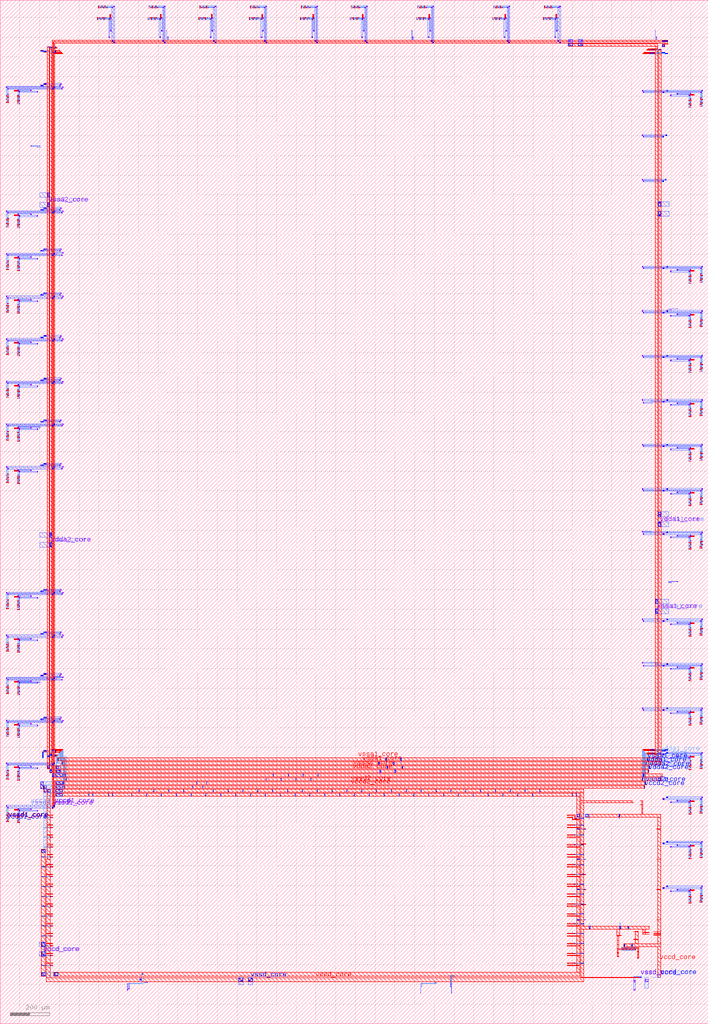
<source format=lef>
VERSION 5.7 ;
  NOWIREEXTENSIONATPIN ON ;
  DIVIDERCHAR "/" ;
  BUSBITCHARS "[]" ;
MACRO caravel_power_routing
  CLASS BLOCK ;
  FOREIGN caravel_power_routing ;
  ORIGIN 0.000 0.000 ;
  SIZE 3588.000 BY 5188.000 ;
  PIN vccd_core
    PORT
      LAYER met3 ;
        RECT 197.280 390.755 229.220 413.720 ;
        RECT 197.280 341.280 229.220 364.500 ;
      LAYER via3 ;
        RECT 209.885 391.210 228.205 413.530 ;
        RECT 209.765 341.690 228.085 364.010 ;
      LAYER met4 ;
        RECT 220.930 1152.330 315.800 1167.330 ;
        RECT 448.500 1152.330 450.780 1170.320 ;
        RECT 468.500 1152.330 470.780 1170.320 ;
        RECT 548.500 1152.330 550.780 1170.320 ;
        RECT 568.500 1152.330 570.780 1170.320 ;
        RECT 665.300 1152.330 667.580 1167.320 ;
        RECT 740.550 1152.330 742.830 1167.320 ;
        RECT 815.800 1152.330 818.080 1167.320 ;
        RECT 891.050 1152.330 893.330 1167.320 ;
        RECT 966.300 1152.330 968.580 1167.320 ;
        RECT 1041.550 1152.330 1043.830 1167.320 ;
        RECT 1116.800 1152.330 1119.080 1167.320 ;
        RECT 1192.050 1152.330 1194.330 1167.320 ;
        RECT 1267.300 1152.330 1269.580 1167.320 ;
        RECT 1342.550 1152.330 1344.830 1167.320 ;
        RECT 1417.800 1152.330 1420.080 1167.320 ;
        RECT 1493.050 1152.330 1495.330 1167.320 ;
        RECT 1568.300 1152.330 1570.580 1167.320 ;
        RECT 1643.550 1152.330 1645.830 1167.320 ;
        RECT 1718.800 1152.330 1721.080 1167.320 ;
        RECT 1794.050 1152.330 1796.330 1167.320 ;
        RECT 1869.300 1152.330 1871.580 1167.320 ;
        RECT 1944.550 1152.330 1946.830 1167.320 ;
        RECT 2019.800 1152.330 2022.080 1167.320 ;
        RECT 2095.050 1152.330 2097.330 1167.320 ;
        RECT 2170.300 1152.330 2172.580 1167.320 ;
        RECT 2245.550 1152.330 2247.830 1167.320 ;
        RECT 2320.800 1152.330 2323.080 1167.320 ;
        RECT 2396.050 1152.330 2398.330 1167.320 ;
        RECT 2471.300 1152.330 2473.580 1167.320 ;
        RECT 2546.550 1152.330 2548.830 1167.320 ;
        RECT 2621.800 1152.330 2624.080 1167.320 ;
        RECT 2696.800 1152.330 2699.080 1167.320 ;
        RECT 2898.600 1152.330 2900.880 1170.320 ;
        RECT 2918.600 1152.330 2920.880 1170.320 ;
        RECT 220.990 1046.990 233.990 1152.330 ;
        RECT 2921.840 1047.520 2984.810 1062.520 ;
        RECT 3135.220 1047.640 3140.540 1062.300 ;
        RECT 220.990 1043.790 257.600 1046.990 ;
        RECT 220.990 996.990 233.990 1043.790 ;
        RECT 2983.210 1038.460 2984.810 1047.520 ;
        RECT 3136.810 1038.420 3138.410 1047.640 ;
        RECT 220.990 993.790 257.600 996.990 ;
        RECT 220.990 946.990 233.990 993.790 ;
        RECT 2922.480 987.640 2935.870 989.380 ;
        RECT 2922.480 986.040 2964.880 987.640 ;
        RECT 2922.480 984.960 2935.870 986.040 ;
        RECT 220.990 943.790 257.600 946.990 ;
        RECT 220.990 896.990 233.990 943.790 ;
        RECT 220.990 893.790 257.600 896.990 ;
        RECT 220.990 883.710 233.990 893.790 ;
        RECT 209.320 865.630 233.990 883.710 ;
        RECT 208.840 843.790 257.600 846.990 ;
        RECT 2922.480 834.460 2935.870 836.180 ;
        RECT 2922.480 832.860 2964.880 834.460 ;
        RECT 2922.480 831.760 2935.870 832.860 ;
        RECT 208.840 793.790 257.600 796.990 ;
        RECT 208.840 743.790 257.600 746.990 ;
        RECT 208.840 693.790 257.600 696.990 ;
        RECT 2922.480 681.280 2935.870 682.980 ;
        RECT 2922.480 679.680 2964.880 681.280 ;
        RECT 2922.480 678.560 2935.870 679.680 ;
        RECT 208.840 643.790 257.600 646.990 ;
        RECT 208.840 593.790 257.600 596.990 ;
        RECT 208.840 543.790 257.600 546.990 ;
        RECT 2922.480 528.100 2935.870 528.380 ;
        RECT 2922.480 526.500 2964.880 528.100 ;
        RECT 2922.480 523.960 2935.870 526.500 ;
        RECT 208.840 493.790 257.600 496.990 ;
        RECT 208.840 443.790 257.600 446.990 ;
        RECT 209.320 396.990 228.890 413.970 ;
        RECT 3161.770 404.620 3163.370 410.310 ;
        RECT 3201.770 405.080 3203.370 410.000 ;
        RECT 208.840 393.790 257.600 396.990 ;
        RECT 209.320 390.770 228.890 393.790 ;
        RECT 3160.360 390.990 3165.050 404.620 ;
        RECT 3200.490 390.670 3204.610 405.080 ;
        RECT 3149.440 370.520 3151.040 386.870 ;
        RECT 3164.940 370.520 3166.540 386.870 ;
        RECT 3180.440 370.520 3182.040 386.870 ;
        RECT 3195.940 370.520 3197.540 386.870 ;
        RECT 3211.440 370.520 3213.040 386.870 ;
        RECT 209.290 346.990 228.860 364.450 ;
        RECT 208.840 343.790 257.600 346.990 ;
        RECT 209.290 341.250 228.860 343.790 ;
        RECT 208.840 293.790 257.600 296.990 ;
        RECT 209.370 241.110 292.680 260.610 ;
        RECT 716.620 249.680 723.690 253.440 ;
        RECT 719.300 248.190 720.200 249.680 ;
        RECT 3306.350 234.955 3347.130 236.600 ;
      LAYER via4 ;
        RECT 282.770 1153.675 314.350 1166.055 ;
        RECT 448.900 1165.630 450.080 1166.810 ;
        RECT 448.900 1164.030 450.080 1165.210 ;
        RECT 448.900 1162.430 450.080 1163.610 ;
        RECT 448.900 1160.830 450.080 1162.010 ;
        RECT 448.900 1159.230 450.080 1160.410 ;
        RECT 448.900 1157.630 450.080 1158.810 ;
        RECT 448.900 1156.030 450.080 1157.210 ;
        RECT 448.900 1154.430 450.080 1155.610 ;
        RECT 448.900 1152.830 450.080 1154.010 ;
        RECT 468.900 1165.630 470.080 1166.810 ;
        RECT 468.900 1164.030 470.080 1165.210 ;
        RECT 468.900 1162.430 470.080 1163.610 ;
        RECT 468.900 1160.830 470.080 1162.010 ;
        RECT 468.900 1159.230 470.080 1160.410 ;
        RECT 468.900 1157.630 470.080 1158.810 ;
        RECT 468.900 1156.030 470.080 1157.210 ;
        RECT 468.900 1154.430 470.080 1155.610 ;
        RECT 468.900 1152.830 470.080 1154.010 ;
        RECT 548.900 1165.630 550.080 1166.810 ;
        RECT 548.900 1164.030 550.080 1165.210 ;
        RECT 548.900 1162.430 550.080 1163.610 ;
        RECT 548.900 1160.830 550.080 1162.010 ;
        RECT 548.900 1159.230 550.080 1160.410 ;
        RECT 548.900 1157.630 550.080 1158.810 ;
        RECT 548.900 1156.030 550.080 1157.210 ;
        RECT 548.900 1154.430 550.080 1155.610 ;
        RECT 548.900 1152.830 550.080 1154.010 ;
        RECT 568.900 1165.630 570.080 1166.810 ;
        RECT 568.900 1164.030 570.080 1165.210 ;
        RECT 568.900 1162.430 570.080 1163.610 ;
        RECT 568.900 1160.830 570.080 1162.010 ;
        RECT 568.900 1159.230 570.080 1160.410 ;
        RECT 568.900 1157.630 570.080 1158.810 ;
        RECT 568.900 1156.030 570.080 1157.210 ;
        RECT 568.900 1154.430 570.080 1155.610 ;
        RECT 568.900 1152.830 570.080 1154.010 ;
        RECT 665.700 1165.630 666.880 1166.810 ;
        RECT 665.700 1164.030 666.880 1165.210 ;
        RECT 665.700 1162.430 666.880 1163.610 ;
        RECT 665.700 1160.830 666.880 1162.010 ;
        RECT 665.700 1159.230 666.880 1160.410 ;
        RECT 665.700 1157.630 666.880 1158.810 ;
        RECT 665.700 1156.030 666.880 1157.210 ;
        RECT 665.700 1154.430 666.880 1155.610 ;
        RECT 665.700 1152.830 666.880 1154.010 ;
        RECT 740.950 1165.630 742.130 1166.810 ;
        RECT 740.950 1164.030 742.130 1165.210 ;
        RECT 740.950 1162.430 742.130 1163.610 ;
        RECT 740.950 1160.830 742.130 1162.010 ;
        RECT 740.950 1159.230 742.130 1160.410 ;
        RECT 740.950 1157.630 742.130 1158.810 ;
        RECT 740.950 1156.030 742.130 1157.210 ;
        RECT 740.950 1154.430 742.130 1155.610 ;
        RECT 740.950 1152.830 742.130 1154.010 ;
        RECT 816.200 1165.630 817.380 1166.810 ;
        RECT 816.200 1164.030 817.380 1165.210 ;
        RECT 816.200 1162.430 817.380 1163.610 ;
        RECT 816.200 1160.830 817.380 1162.010 ;
        RECT 816.200 1159.230 817.380 1160.410 ;
        RECT 816.200 1157.630 817.380 1158.810 ;
        RECT 816.200 1156.030 817.380 1157.210 ;
        RECT 816.200 1154.430 817.380 1155.610 ;
        RECT 816.200 1152.830 817.380 1154.010 ;
        RECT 891.450 1165.630 892.630 1166.810 ;
        RECT 891.450 1164.030 892.630 1165.210 ;
        RECT 891.450 1162.430 892.630 1163.610 ;
        RECT 891.450 1160.830 892.630 1162.010 ;
        RECT 891.450 1159.230 892.630 1160.410 ;
        RECT 891.450 1157.630 892.630 1158.810 ;
        RECT 891.450 1156.030 892.630 1157.210 ;
        RECT 891.450 1154.430 892.630 1155.610 ;
        RECT 891.450 1152.830 892.630 1154.010 ;
        RECT 966.700 1165.630 967.880 1166.810 ;
        RECT 966.700 1164.030 967.880 1165.210 ;
        RECT 966.700 1162.430 967.880 1163.610 ;
        RECT 966.700 1160.830 967.880 1162.010 ;
        RECT 966.700 1159.230 967.880 1160.410 ;
        RECT 966.700 1157.630 967.880 1158.810 ;
        RECT 966.700 1156.030 967.880 1157.210 ;
        RECT 966.700 1154.430 967.880 1155.610 ;
        RECT 966.700 1152.830 967.880 1154.010 ;
        RECT 1041.950 1165.630 1043.130 1166.810 ;
        RECT 1041.950 1164.030 1043.130 1165.210 ;
        RECT 1041.950 1162.430 1043.130 1163.610 ;
        RECT 1041.950 1160.830 1043.130 1162.010 ;
        RECT 1041.950 1159.230 1043.130 1160.410 ;
        RECT 1041.950 1157.630 1043.130 1158.810 ;
        RECT 1041.950 1156.030 1043.130 1157.210 ;
        RECT 1041.950 1154.430 1043.130 1155.610 ;
        RECT 1041.950 1152.830 1043.130 1154.010 ;
        RECT 1117.200 1165.630 1118.380 1166.810 ;
        RECT 1117.200 1164.030 1118.380 1165.210 ;
        RECT 1117.200 1162.430 1118.380 1163.610 ;
        RECT 1117.200 1160.830 1118.380 1162.010 ;
        RECT 1117.200 1159.230 1118.380 1160.410 ;
        RECT 1117.200 1157.630 1118.380 1158.810 ;
        RECT 1117.200 1156.030 1118.380 1157.210 ;
        RECT 1117.200 1154.430 1118.380 1155.610 ;
        RECT 1117.200 1152.830 1118.380 1154.010 ;
        RECT 1192.450 1165.630 1193.630 1166.810 ;
        RECT 1192.450 1164.030 1193.630 1165.210 ;
        RECT 1192.450 1162.430 1193.630 1163.610 ;
        RECT 1192.450 1160.830 1193.630 1162.010 ;
        RECT 1192.450 1159.230 1193.630 1160.410 ;
        RECT 1192.450 1157.630 1193.630 1158.810 ;
        RECT 1192.450 1156.030 1193.630 1157.210 ;
        RECT 1192.450 1154.430 1193.630 1155.610 ;
        RECT 1192.450 1152.830 1193.630 1154.010 ;
        RECT 1267.700 1165.630 1268.880 1166.810 ;
        RECT 1267.700 1164.030 1268.880 1165.210 ;
        RECT 1267.700 1162.430 1268.880 1163.610 ;
        RECT 1267.700 1160.830 1268.880 1162.010 ;
        RECT 1267.700 1159.230 1268.880 1160.410 ;
        RECT 1267.700 1157.630 1268.880 1158.810 ;
        RECT 1267.700 1156.030 1268.880 1157.210 ;
        RECT 1267.700 1154.430 1268.880 1155.610 ;
        RECT 1267.700 1152.830 1268.880 1154.010 ;
        RECT 1342.950 1165.630 1344.130 1166.810 ;
        RECT 1342.950 1164.030 1344.130 1165.210 ;
        RECT 1342.950 1162.430 1344.130 1163.610 ;
        RECT 1342.950 1160.830 1344.130 1162.010 ;
        RECT 1342.950 1159.230 1344.130 1160.410 ;
        RECT 1342.950 1157.630 1344.130 1158.810 ;
        RECT 1342.950 1156.030 1344.130 1157.210 ;
        RECT 1342.950 1154.430 1344.130 1155.610 ;
        RECT 1342.950 1152.830 1344.130 1154.010 ;
        RECT 1418.200 1165.630 1419.380 1166.810 ;
        RECT 1418.200 1164.030 1419.380 1165.210 ;
        RECT 1418.200 1162.430 1419.380 1163.610 ;
        RECT 1418.200 1160.830 1419.380 1162.010 ;
        RECT 1418.200 1159.230 1419.380 1160.410 ;
        RECT 1418.200 1157.630 1419.380 1158.810 ;
        RECT 1418.200 1156.030 1419.380 1157.210 ;
        RECT 1418.200 1154.430 1419.380 1155.610 ;
        RECT 1418.200 1152.830 1419.380 1154.010 ;
        RECT 1493.450 1165.630 1494.630 1166.810 ;
        RECT 1493.450 1164.030 1494.630 1165.210 ;
        RECT 1493.450 1162.430 1494.630 1163.610 ;
        RECT 1493.450 1160.830 1494.630 1162.010 ;
        RECT 1493.450 1159.230 1494.630 1160.410 ;
        RECT 1493.450 1157.630 1494.630 1158.810 ;
        RECT 1493.450 1156.030 1494.630 1157.210 ;
        RECT 1493.450 1154.430 1494.630 1155.610 ;
        RECT 1493.450 1152.830 1494.630 1154.010 ;
        RECT 1568.700 1165.630 1569.880 1166.810 ;
        RECT 1568.700 1164.030 1569.880 1165.210 ;
        RECT 1568.700 1162.430 1569.880 1163.610 ;
        RECT 1568.700 1160.830 1569.880 1162.010 ;
        RECT 1568.700 1159.230 1569.880 1160.410 ;
        RECT 1568.700 1157.630 1569.880 1158.810 ;
        RECT 1568.700 1156.030 1569.880 1157.210 ;
        RECT 1568.700 1154.430 1569.880 1155.610 ;
        RECT 1568.700 1152.830 1569.880 1154.010 ;
        RECT 1643.950 1165.630 1645.130 1166.810 ;
        RECT 1643.950 1164.030 1645.130 1165.210 ;
        RECT 1643.950 1162.430 1645.130 1163.610 ;
        RECT 1643.950 1160.830 1645.130 1162.010 ;
        RECT 1643.950 1159.230 1645.130 1160.410 ;
        RECT 1643.950 1157.630 1645.130 1158.810 ;
        RECT 1643.950 1156.030 1645.130 1157.210 ;
        RECT 1643.950 1154.430 1645.130 1155.610 ;
        RECT 1643.950 1152.830 1645.130 1154.010 ;
        RECT 1719.200 1165.630 1720.380 1166.810 ;
        RECT 1719.200 1164.030 1720.380 1165.210 ;
        RECT 1719.200 1162.430 1720.380 1163.610 ;
        RECT 1719.200 1160.830 1720.380 1162.010 ;
        RECT 1719.200 1159.230 1720.380 1160.410 ;
        RECT 1719.200 1157.630 1720.380 1158.810 ;
        RECT 1719.200 1156.030 1720.380 1157.210 ;
        RECT 1719.200 1154.430 1720.380 1155.610 ;
        RECT 1719.200 1152.830 1720.380 1154.010 ;
        RECT 1794.450 1165.630 1795.630 1166.810 ;
        RECT 1794.450 1164.030 1795.630 1165.210 ;
        RECT 1794.450 1162.430 1795.630 1163.610 ;
        RECT 1794.450 1160.830 1795.630 1162.010 ;
        RECT 1794.450 1159.230 1795.630 1160.410 ;
        RECT 1794.450 1157.630 1795.630 1158.810 ;
        RECT 1794.450 1156.030 1795.630 1157.210 ;
        RECT 1794.450 1154.430 1795.630 1155.610 ;
        RECT 1794.450 1152.830 1795.630 1154.010 ;
        RECT 1869.700 1165.630 1870.880 1166.810 ;
        RECT 1869.700 1164.030 1870.880 1165.210 ;
        RECT 1869.700 1162.430 1870.880 1163.610 ;
        RECT 1869.700 1160.830 1870.880 1162.010 ;
        RECT 1869.700 1159.230 1870.880 1160.410 ;
        RECT 1869.700 1157.630 1870.880 1158.810 ;
        RECT 1869.700 1156.030 1870.880 1157.210 ;
        RECT 1869.700 1154.430 1870.880 1155.610 ;
        RECT 1869.700 1152.830 1870.880 1154.010 ;
        RECT 1944.950 1165.630 1946.130 1166.810 ;
        RECT 1944.950 1164.030 1946.130 1165.210 ;
        RECT 1944.950 1162.430 1946.130 1163.610 ;
        RECT 1944.950 1160.830 1946.130 1162.010 ;
        RECT 1944.950 1159.230 1946.130 1160.410 ;
        RECT 1944.950 1157.630 1946.130 1158.810 ;
        RECT 1944.950 1156.030 1946.130 1157.210 ;
        RECT 1944.950 1154.430 1946.130 1155.610 ;
        RECT 1944.950 1152.830 1946.130 1154.010 ;
        RECT 2020.200 1165.630 2021.380 1166.810 ;
        RECT 2020.200 1164.030 2021.380 1165.210 ;
        RECT 2020.200 1162.430 2021.380 1163.610 ;
        RECT 2020.200 1160.830 2021.380 1162.010 ;
        RECT 2020.200 1159.230 2021.380 1160.410 ;
        RECT 2020.200 1157.630 2021.380 1158.810 ;
        RECT 2020.200 1156.030 2021.380 1157.210 ;
        RECT 2020.200 1154.430 2021.380 1155.610 ;
        RECT 2020.200 1152.830 2021.380 1154.010 ;
        RECT 2095.450 1165.630 2096.630 1166.810 ;
        RECT 2095.450 1164.030 2096.630 1165.210 ;
        RECT 2095.450 1162.430 2096.630 1163.610 ;
        RECT 2095.450 1160.830 2096.630 1162.010 ;
        RECT 2095.450 1159.230 2096.630 1160.410 ;
        RECT 2095.450 1157.630 2096.630 1158.810 ;
        RECT 2095.450 1156.030 2096.630 1157.210 ;
        RECT 2095.450 1154.430 2096.630 1155.610 ;
        RECT 2095.450 1152.830 2096.630 1154.010 ;
        RECT 2170.700 1165.630 2171.880 1166.810 ;
        RECT 2170.700 1164.030 2171.880 1165.210 ;
        RECT 2170.700 1162.430 2171.880 1163.610 ;
        RECT 2170.700 1160.830 2171.880 1162.010 ;
        RECT 2170.700 1159.230 2171.880 1160.410 ;
        RECT 2170.700 1157.630 2171.880 1158.810 ;
        RECT 2170.700 1156.030 2171.880 1157.210 ;
        RECT 2170.700 1154.430 2171.880 1155.610 ;
        RECT 2170.700 1152.830 2171.880 1154.010 ;
        RECT 2245.950 1165.630 2247.130 1166.810 ;
        RECT 2245.950 1164.030 2247.130 1165.210 ;
        RECT 2245.950 1162.430 2247.130 1163.610 ;
        RECT 2245.950 1160.830 2247.130 1162.010 ;
        RECT 2245.950 1159.230 2247.130 1160.410 ;
        RECT 2245.950 1157.630 2247.130 1158.810 ;
        RECT 2245.950 1156.030 2247.130 1157.210 ;
        RECT 2245.950 1154.430 2247.130 1155.610 ;
        RECT 2245.950 1152.830 2247.130 1154.010 ;
        RECT 2321.200 1165.630 2322.380 1166.810 ;
        RECT 2321.200 1164.030 2322.380 1165.210 ;
        RECT 2321.200 1162.430 2322.380 1163.610 ;
        RECT 2321.200 1160.830 2322.380 1162.010 ;
        RECT 2321.200 1159.230 2322.380 1160.410 ;
        RECT 2321.200 1157.630 2322.380 1158.810 ;
        RECT 2321.200 1156.030 2322.380 1157.210 ;
        RECT 2321.200 1154.430 2322.380 1155.610 ;
        RECT 2321.200 1152.830 2322.380 1154.010 ;
        RECT 2396.450 1165.630 2397.630 1166.810 ;
        RECT 2396.450 1164.030 2397.630 1165.210 ;
        RECT 2396.450 1162.430 2397.630 1163.610 ;
        RECT 2396.450 1160.830 2397.630 1162.010 ;
        RECT 2396.450 1159.230 2397.630 1160.410 ;
        RECT 2396.450 1157.630 2397.630 1158.810 ;
        RECT 2396.450 1156.030 2397.630 1157.210 ;
        RECT 2396.450 1154.430 2397.630 1155.610 ;
        RECT 2396.450 1152.830 2397.630 1154.010 ;
        RECT 2471.700 1165.630 2472.880 1166.810 ;
        RECT 2471.700 1164.030 2472.880 1165.210 ;
        RECT 2471.700 1162.430 2472.880 1163.610 ;
        RECT 2471.700 1160.830 2472.880 1162.010 ;
        RECT 2471.700 1159.230 2472.880 1160.410 ;
        RECT 2471.700 1157.630 2472.880 1158.810 ;
        RECT 2471.700 1156.030 2472.880 1157.210 ;
        RECT 2471.700 1154.430 2472.880 1155.610 ;
        RECT 2471.700 1152.830 2472.880 1154.010 ;
        RECT 2546.950 1165.630 2548.130 1166.810 ;
        RECT 2546.950 1164.030 2548.130 1165.210 ;
        RECT 2546.950 1162.430 2548.130 1163.610 ;
        RECT 2546.950 1160.830 2548.130 1162.010 ;
        RECT 2546.950 1159.230 2548.130 1160.410 ;
        RECT 2546.950 1157.630 2548.130 1158.810 ;
        RECT 2546.950 1156.030 2548.130 1157.210 ;
        RECT 2546.950 1154.430 2548.130 1155.610 ;
        RECT 2546.950 1152.830 2548.130 1154.010 ;
        RECT 2622.200 1165.630 2623.380 1166.810 ;
        RECT 2622.200 1164.030 2623.380 1165.210 ;
        RECT 2622.200 1162.430 2623.380 1163.610 ;
        RECT 2622.200 1160.830 2623.380 1162.010 ;
        RECT 2622.200 1159.230 2623.380 1160.410 ;
        RECT 2622.200 1157.630 2623.380 1158.810 ;
        RECT 2622.200 1156.030 2623.380 1157.210 ;
        RECT 2622.200 1154.430 2623.380 1155.610 ;
        RECT 2622.200 1152.830 2623.380 1154.010 ;
        RECT 2697.200 1165.630 2698.380 1166.810 ;
        RECT 2697.200 1164.030 2698.380 1165.210 ;
        RECT 2697.200 1162.430 2698.380 1163.610 ;
        RECT 2697.200 1160.830 2698.380 1162.010 ;
        RECT 2697.200 1159.230 2698.380 1160.410 ;
        RECT 2697.200 1157.630 2698.380 1158.810 ;
        RECT 2697.200 1156.030 2698.380 1157.210 ;
        RECT 2697.200 1154.430 2698.380 1155.610 ;
        RECT 2697.200 1152.830 2698.380 1154.010 ;
        RECT 2899.000 1165.630 2900.180 1166.810 ;
        RECT 2899.000 1164.030 2900.180 1165.210 ;
        RECT 2899.000 1162.430 2900.180 1163.610 ;
        RECT 2899.000 1160.830 2900.180 1162.010 ;
        RECT 2899.000 1159.230 2900.180 1160.410 ;
        RECT 2899.000 1157.630 2900.180 1158.810 ;
        RECT 2899.000 1156.030 2900.180 1157.210 ;
        RECT 2899.000 1154.430 2900.180 1155.610 ;
        RECT 2899.000 1152.830 2900.180 1154.010 ;
        RECT 2919.000 1165.630 2920.180 1166.810 ;
        RECT 2919.000 1164.030 2920.180 1165.210 ;
        RECT 2919.000 1162.430 2920.180 1163.610 ;
        RECT 2919.000 1160.830 2920.180 1162.010 ;
        RECT 2919.000 1159.230 2920.180 1160.410 ;
        RECT 2919.000 1157.630 2920.180 1158.810 ;
        RECT 2919.000 1156.030 2920.180 1157.210 ;
        RECT 2919.000 1154.430 2920.180 1155.610 ;
        RECT 2919.000 1152.830 2920.180 1154.010 ;
        RECT 2923.050 1048.975 2935.430 1061.355 ;
        RECT 2967.320 1048.975 2979.700 1061.355 ;
        RECT 3136.515 1048.790 3139.295 1061.170 ;
        RECT 256.155 1045.600 257.335 1046.780 ;
        RECT 256.155 1044.000 257.335 1045.180 ;
        RECT 256.155 995.600 257.335 996.780 ;
        RECT 256.155 994.000 257.335 995.180 ;
        RECT 2923.915 985.825 2934.695 988.605 ;
        RECT 2960.190 986.235 2961.370 987.415 ;
        RECT 2961.790 986.235 2962.970 987.415 ;
        RECT 2963.390 986.235 2964.570 987.415 ;
        RECT 256.155 945.600 257.335 946.780 ;
        RECT 256.155 944.000 257.335 945.180 ;
        RECT 256.155 895.600 257.335 896.780 ;
        RECT 256.155 894.000 257.335 895.180 ;
        RECT 210.435 868.545 227.615 882.525 ;
        RECT 212.465 844.850 213.645 846.030 ;
        RECT 214.065 844.850 215.245 846.030 ;
        RECT 215.665 844.850 216.845 846.030 ;
        RECT 217.265 844.850 218.445 846.030 ;
        RECT 218.865 844.850 220.045 846.030 ;
        RECT 220.465 844.850 221.645 846.030 ;
        RECT 222.065 844.850 223.245 846.030 ;
        RECT 223.665 844.850 224.845 846.030 ;
        RECT 225.265 844.850 226.445 846.030 ;
        RECT 256.155 845.600 257.335 846.780 ;
        RECT 256.155 844.000 257.335 845.180 ;
        RECT 2923.915 832.625 2934.695 835.405 ;
        RECT 2960.105 833.095 2961.285 834.275 ;
        RECT 2961.705 833.095 2962.885 834.275 ;
        RECT 2963.305 833.095 2964.485 834.275 ;
        RECT 212.465 794.850 213.645 796.030 ;
        RECT 214.065 794.850 215.245 796.030 ;
        RECT 215.665 794.850 216.845 796.030 ;
        RECT 217.265 794.850 218.445 796.030 ;
        RECT 218.865 794.850 220.045 796.030 ;
        RECT 220.465 794.850 221.645 796.030 ;
        RECT 222.065 794.850 223.245 796.030 ;
        RECT 223.665 794.850 224.845 796.030 ;
        RECT 225.265 794.850 226.445 796.030 ;
        RECT 256.155 795.600 257.335 796.780 ;
        RECT 256.155 794.000 257.335 795.180 ;
        RECT 212.465 744.850 213.645 746.030 ;
        RECT 214.065 744.850 215.245 746.030 ;
        RECT 215.665 744.850 216.845 746.030 ;
        RECT 217.265 744.850 218.445 746.030 ;
        RECT 218.865 744.850 220.045 746.030 ;
        RECT 220.465 744.850 221.645 746.030 ;
        RECT 222.065 744.850 223.245 746.030 ;
        RECT 223.665 744.850 224.845 746.030 ;
        RECT 225.265 744.850 226.445 746.030 ;
        RECT 256.155 745.600 257.335 746.780 ;
        RECT 256.155 744.000 257.335 745.180 ;
        RECT 212.465 694.850 213.645 696.030 ;
        RECT 214.065 694.850 215.245 696.030 ;
        RECT 215.665 694.850 216.845 696.030 ;
        RECT 217.265 694.850 218.445 696.030 ;
        RECT 218.865 694.850 220.045 696.030 ;
        RECT 220.465 694.850 221.645 696.030 ;
        RECT 222.065 694.850 223.245 696.030 ;
        RECT 223.665 694.850 224.845 696.030 ;
        RECT 225.265 694.850 226.445 696.030 ;
        RECT 256.155 695.600 257.335 696.780 ;
        RECT 256.155 694.000 257.335 695.180 ;
        RECT 2923.915 679.425 2934.695 682.205 ;
        RECT 2960.055 679.895 2961.235 681.075 ;
        RECT 2961.655 679.895 2962.835 681.075 ;
        RECT 2963.255 679.895 2964.435 681.075 ;
        RECT 212.465 644.850 213.645 646.030 ;
        RECT 214.065 644.850 215.245 646.030 ;
        RECT 215.665 644.850 216.845 646.030 ;
        RECT 217.265 644.850 218.445 646.030 ;
        RECT 218.865 644.850 220.045 646.030 ;
        RECT 220.465 644.850 221.645 646.030 ;
        RECT 222.065 644.850 223.245 646.030 ;
        RECT 223.665 644.850 224.845 646.030 ;
        RECT 225.265 644.850 226.445 646.030 ;
        RECT 256.155 645.600 257.335 646.780 ;
        RECT 256.155 644.000 257.335 645.180 ;
        RECT 212.465 594.850 213.645 596.030 ;
        RECT 214.065 594.850 215.245 596.030 ;
        RECT 215.665 594.850 216.845 596.030 ;
        RECT 217.265 594.850 218.445 596.030 ;
        RECT 218.865 594.850 220.045 596.030 ;
        RECT 220.465 594.850 221.645 596.030 ;
        RECT 222.065 594.850 223.245 596.030 ;
        RECT 223.665 594.850 224.845 596.030 ;
        RECT 225.265 594.850 226.445 596.030 ;
        RECT 256.155 595.600 257.335 596.780 ;
        RECT 256.155 594.000 257.335 595.180 ;
        RECT 212.465 544.850 213.645 546.030 ;
        RECT 214.065 544.850 215.245 546.030 ;
        RECT 215.665 544.850 216.845 546.030 ;
        RECT 217.265 544.850 218.445 546.030 ;
        RECT 218.865 544.850 220.045 546.030 ;
        RECT 220.465 544.850 221.645 546.030 ;
        RECT 222.065 544.850 223.245 546.030 ;
        RECT 223.665 544.850 224.845 546.030 ;
        RECT 225.265 544.850 226.445 546.030 ;
        RECT 256.155 545.600 257.335 546.780 ;
        RECT 256.155 544.000 257.335 545.180 ;
        RECT 2923.915 524.825 2934.695 527.605 ;
        RECT 2960.115 526.710 2961.295 527.890 ;
        RECT 2961.715 526.710 2962.895 527.890 ;
        RECT 2963.315 526.710 2964.495 527.890 ;
        RECT 212.465 494.850 213.645 496.030 ;
        RECT 214.065 494.850 215.245 496.030 ;
        RECT 215.665 494.850 216.845 496.030 ;
        RECT 217.265 494.850 218.445 496.030 ;
        RECT 218.865 494.850 220.045 496.030 ;
        RECT 220.465 494.850 221.645 496.030 ;
        RECT 222.065 494.850 223.245 496.030 ;
        RECT 223.665 494.850 224.845 496.030 ;
        RECT 225.265 494.850 226.445 496.030 ;
        RECT 256.155 495.600 257.335 496.780 ;
        RECT 256.155 494.000 257.335 495.180 ;
        RECT 212.465 444.850 213.645 446.030 ;
        RECT 214.065 444.850 215.245 446.030 ;
        RECT 215.665 444.850 216.845 446.030 ;
        RECT 217.265 444.850 218.445 446.030 ;
        RECT 218.865 444.850 220.045 446.030 ;
        RECT 220.465 444.850 221.645 446.030 ;
        RECT 222.065 444.850 223.245 446.030 ;
        RECT 223.665 444.850 224.845 446.030 ;
        RECT 225.265 444.850 226.445 446.030 ;
        RECT 256.155 445.600 257.335 446.780 ;
        RECT 256.155 444.000 257.335 445.180 ;
        RECT 210.455 391.380 227.635 413.360 ;
        RECT 256.155 395.600 257.335 396.780 ;
        RECT 256.155 394.000 257.335 395.180 ;
        RECT 3161.270 392.365 3164.050 403.145 ;
        RECT 3201.160 391.700 3203.940 404.080 ;
        RECT 3149.595 384.785 3150.775 385.965 ;
        RECT 3149.595 383.185 3150.775 384.365 ;
        RECT 3149.595 381.585 3150.775 382.765 ;
        RECT 3165.155 384.855 3166.335 386.035 ;
        RECT 3165.155 383.255 3166.335 384.435 ;
        RECT 3165.155 381.655 3166.335 382.835 ;
        RECT 3180.605 384.835 3181.785 386.015 ;
        RECT 3180.605 383.235 3181.785 384.415 ;
        RECT 3180.605 381.635 3181.785 382.815 ;
        RECT 3196.075 384.835 3197.255 386.015 ;
        RECT 3196.075 383.235 3197.255 384.415 ;
        RECT 3196.075 381.635 3197.255 382.815 ;
        RECT 3211.615 384.895 3212.795 386.075 ;
        RECT 3211.615 383.295 3212.795 384.475 ;
        RECT 3211.615 381.695 3212.795 382.875 ;
        RECT 210.335 341.860 227.515 363.840 ;
        RECT 256.155 345.600 257.335 346.780 ;
        RECT 256.155 344.000 257.335 345.180 ;
        RECT 212.465 294.750 213.645 295.930 ;
        RECT 214.065 294.750 215.245 295.930 ;
        RECT 215.665 294.750 216.845 295.930 ;
        RECT 217.265 294.750 218.445 295.930 ;
        RECT 218.865 294.750 220.045 295.930 ;
        RECT 220.465 294.750 221.645 295.930 ;
        RECT 222.065 294.750 223.245 295.930 ;
        RECT 223.665 294.750 224.845 295.930 ;
        RECT 225.265 294.750 226.445 295.930 ;
        RECT 256.155 295.600 257.335 296.780 ;
        RECT 256.155 294.000 257.335 295.180 ;
        RECT 210.400 242.390 227.580 259.570 ;
        RECT 273.250 242.220 290.430 259.400 ;
        RECT 717.115 250.180 723.095 252.960 ;
        RECT 3332.610 235.190 3333.790 236.370 ;
        RECT 3334.210 235.190 3335.390 236.370 ;
        RECT 3335.810 235.190 3336.990 236.370 ;
        RECT 3337.410 235.190 3338.590 236.370 ;
        RECT 3339.010 235.190 3340.190 236.370 ;
        RECT 3340.610 235.190 3341.790 236.370 ;
        RECT 3342.210 235.190 3343.390 236.370 ;
        RECT 3343.810 235.190 3344.990 236.370 ;
        RECT 3345.410 235.190 3346.590 236.370 ;
      LAYER met5 ;
        RECT 281.480 1152.330 2936.870 1167.330 ;
        RECT 255.920 1043.790 266.080 1046.990 ;
        RECT 2873.230 1043.790 2901.550 1046.990 ;
        RECT 2898.350 1037.390 2901.550 1043.790 ;
        RECT 2921.870 1037.390 2936.870 1152.330 ;
        RECT 3243.040 1129.360 3256.790 1130.960 ;
        RECT 3251.120 1110.960 3256.790 1129.360 ;
        RECT 3243.200 1109.360 3256.790 1110.960 ;
        RECT 3251.120 1062.520 3256.790 1109.360 ;
        RECT 2966.260 1047.520 3347.130 1062.520 ;
        RECT 2898.350 1034.210 2936.870 1037.390 ;
        RECT 2901.550 1034.190 2936.870 1034.210 ;
        RECT 2921.870 996.990 2936.870 1034.190 ;
        RECT 255.920 993.790 266.080 996.990 ;
        RECT 2873.230 993.790 2936.870 996.990 ;
        RECT 2921.870 946.990 2936.870 993.790 ;
        RECT 3332.130 987.640 3347.130 1047.520 ;
        RECT 2959.880 986.040 2967.970 987.640 ;
        RECT 3326.190 986.040 3347.130 987.640 ;
        RECT 255.920 943.790 266.080 946.990 ;
        RECT 2873.230 943.790 2936.870 946.990 ;
        RECT 2921.870 896.990 2936.870 943.790 ;
        RECT 255.920 893.790 266.080 896.990 ;
        RECT 2873.230 893.790 2936.870 896.990 ;
        RECT 208.840 240.370 228.840 884.370 ;
        RECT 2921.870 846.990 2936.870 893.790 ;
        RECT 255.920 843.790 266.080 846.990 ;
        RECT 2873.230 843.790 2936.870 846.990 ;
        RECT 2921.870 796.990 2936.870 843.790 ;
        RECT 3332.130 834.460 3347.130 986.040 ;
        RECT 2959.760 832.860 2967.970 834.460 ;
        RECT 3326.030 832.860 3347.130 834.460 ;
        RECT 255.920 793.790 266.080 796.990 ;
        RECT 2873.230 793.790 2936.870 796.990 ;
        RECT 2921.870 746.990 2936.870 793.790 ;
        RECT 255.920 743.790 266.080 746.990 ;
        RECT 2873.230 743.790 2936.870 746.990 ;
        RECT 2921.870 696.990 2936.870 743.790 ;
        RECT 255.920 693.790 266.080 696.990 ;
        RECT 2873.230 693.790 2936.870 696.990 ;
        RECT 2921.870 646.990 2936.870 693.790 ;
        RECT 3332.130 681.280 3347.130 832.860 ;
        RECT 2959.700 679.680 2967.970 681.280 ;
        RECT 3325.820 679.680 3347.130 681.280 ;
        RECT 255.920 643.790 266.080 646.990 ;
        RECT 2873.230 643.790 2936.870 646.990 ;
        RECT 2921.870 596.990 2936.870 643.790 ;
        RECT 255.920 593.790 266.080 596.990 ;
        RECT 2873.230 593.790 2936.870 596.990 ;
        RECT 2921.870 546.990 2936.870 593.790 ;
        RECT 255.920 543.790 266.080 546.990 ;
        RECT 2873.230 543.790 2936.870 546.990 ;
        RECT 2921.870 496.990 2936.870 543.790 ;
        RECT 3332.130 528.100 3347.130 679.680 ;
        RECT 2959.700 526.500 2967.970 528.100 ;
        RECT 3325.880 526.500 3347.130 528.100 ;
        RECT 255.920 493.790 266.080 496.990 ;
        RECT 2873.230 493.790 2936.870 496.990 ;
        RECT 2921.870 446.990 2936.870 493.790 ;
        RECT 3217.720 467.370 3232.720 467.940 ;
        RECT 3209.530 465.770 3232.720 467.370 ;
        RECT 3332.130 467.030 3347.130 526.500 ;
        RECT 255.920 443.790 266.080 446.990 ;
        RECT 2873.230 443.790 2936.870 446.990 ;
        RECT 2921.870 396.990 2936.870 443.790 ;
        RECT 3217.720 427.370 3232.720 465.770 ;
        RECT 3312.610 465.430 3347.130 467.030 ;
        RECT 3332.130 458.870 3347.130 465.430 ;
        RECT 3312.420 457.270 3347.130 458.870 ;
        RECT 3332.130 450.710 3347.130 457.270 ;
        RECT 3312.520 449.110 3347.130 450.710 ;
        RECT 3209.840 425.770 3232.720 427.370 ;
        RECT 3217.720 405.410 3232.720 425.770 ;
        RECT 3332.130 405.410 3347.130 449.110 ;
        RECT 255.920 393.790 266.080 396.990 ;
        RECT 2873.230 393.790 2936.870 396.990 ;
        RECT 2921.870 346.990 2936.870 393.790 ;
        RECT 3160.010 390.410 3347.130 405.410 ;
        RECT 3226.280 386.340 3235.420 390.410 ;
        RECT 3148.930 381.340 3235.420 386.340 ;
        RECT 3231.420 367.430 3235.420 381.340 ;
        RECT 3227.680 365.830 3235.420 367.430 ;
        RECT 3231.420 350.530 3235.420 365.830 ;
        RECT 3227.510 348.930 3235.420 350.530 ;
        RECT 255.920 343.790 266.080 346.990 ;
        RECT 2873.230 343.790 2936.870 346.990 ;
        RECT 2921.870 296.990 2936.870 343.790 ;
        RECT 3231.420 333.630 3235.420 348.930 ;
        RECT 3228.120 332.030 3235.420 333.630 ;
        RECT 255.920 293.790 266.080 296.990 ;
        RECT 2873.230 293.790 2936.870 296.990 ;
        RECT 2921.870 261.110 2936.870 293.790 ;
        RECT 271.870 241.110 2936.870 261.110 ;
        RECT 3332.130 234.890 3347.130 390.410 ;
    END
  END vccd_core
  PIN vssd_core
    PORT
      LAYER met1 ;
        RECT 3240.520 233.690 3248.350 235.940 ;
        RECT 3240.520 232.990 3250.800 233.690 ;
        RECT 3240.520 232.950 3248.350 232.990 ;
      LAYER via ;
        RECT 3240.945 233.370 3247.925 235.550 ;
      LAYER met2 ;
        RECT 3240.520 233.690 3248.350 235.940 ;
        RECT 3240.520 232.990 3250.800 233.690 ;
        RECT 3240.520 232.950 3248.350 232.990 ;
      LAYER via2 ;
        RECT 3240.895 233.320 3247.975 235.600 ;
      LAYER met3 ;
        RECT 3240.520 234.220 3248.350 235.940 ;
        RECT 1208.450 197.130 1230.245 233.430 ;
        RECT 1256.500 197.130 1278.510 233.430 ;
        RECT 3240.520 232.990 3250.790 234.220 ;
        RECT 3240.520 232.950 3248.350 232.990 ;
      LAYER via3 ;
        RECT 1208.755 214.285 1229.875 233.005 ;
        RECT 1257.015 214.355 1278.135 233.075 ;
        RECT 3240.875 233.300 3247.995 235.620 ;
      LAYER met4 ;
        RECT 238.930 1172.330 316.250 1187.330 ;
        RECT 702.220 1172.240 704.620 1187.370 ;
        RECT 777.620 1172.240 780.020 1187.370 ;
        RECT 852.870 1172.240 855.270 1187.370 ;
        RECT 927.920 1172.240 930.320 1187.370 ;
        RECT 1078.620 1172.240 1081.020 1187.370 ;
        RECT 1153.870 1172.240 1156.270 1187.370 ;
        RECT 1229.120 1172.240 1231.520 1187.370 ;
        RECT 1304.370 1172.240 1306.770 1187.370 ;
        RECT 1379.620 1172.240 1382.020 1187.370 ;
        RECT 1454.870 1172.240 1457.270 1187.370 ;
        RECT 1529.920 1172.240 1532.320 1187.370 ;
        RECT 1605.870 1172.240 1608.270 1187.370 ;
        RECT 1680.620 1172.240 1683.020 1187.370 ;
        RECT 1755.570 1172.240 1757.970 1187.370 ;
        RECT 1831.120 1172.240 1833.520 1187.370 ;
        RECT 1905.770 1172.240 1908.170 1187.370 ;
        RECT 1981.220 1172.240 1983.620 1187.370 ;
        RECT 2056.870 1172.240 2059.270 1187.370 ;
        RECT 2132.120 1172.240 2134.520 1187.370 ;
        RECT 2207.370 1172.240 2209.770 1187.370 ;
        RECT 2282.620 1172.240 2285.020 1187.370 ;
        RECT 2357.870 1172.240 2360.270 1187.370 ;
        RECT 2433.120 1172.240 2435.520 1187.370 ;
        RECT 2508.370 1172.240 2510.770 1187.370 ;
        RECT 2583.620 1172.240 2586.020 1187.370 ;
        RECT 2658.870 1172.240 2661.270 1187.370 ;
        RECT 2733.870 1172.240 2736.270 1187.370 ;
        RECT 2911.310 1039.310 2956.940 1042.510 ;
        RECT 2910.360 1005.310 2956.940 1008.510 ;
        RECT 2910.360 955.310 2956.940 958.510 ;
        RECT 2910.360 905.310 2956.940 908.510 ;
        RECT 2910.360 855.310 2956.940 858.510 ;
        RECT 2910.360 805.310 2956.940 808.510 ;
        RECT 2910.360 755.310 2956.940 758.510 ;
        RECT 2910.360 705.310 2956.940 708.510 ;
        RECT 2910.360 655.310 2956.940 658.510 ;
        RECT 2910.360 605.310 2956.940 608.510 ;
        RECT 2910.360 555.310 2956.940 558.510 ;
        RECT 2910.360 505.310 2956.940 508.510 ;
        RECT 2986.510 493.800 2988.110 511.580 ;
        RECT 3140.110 494.020 3141.710 511.190 ;
        RECT 2983.710 479.780 2990.760 493.800 ;
        RECT 3137.920 480.250 3144.510 494.020 ;
        RECT 3180.400 482.170 3184.970 493.790 ;
        RECT 3181.770 472.240 3183.370 482.170 ;
        RECT 2910.360 455.310 2956.940 458.510 ;
        RECT 2910.360 405.310 2956.940 408.510 ;
        RECT 3157.190 370.520 3158.790 386.870 ;
        RECT 3172.690 370.520 3174.290 386.870 ;
        RECT 3188.190 370.520 3189.790 386.870 ;
        RECT 3203.690 370.520 3205.290 386.870 ;
        RECT 3219.190 370.520 3220.790 386.870 ;
        RECT 2910.360 355.310 2956.940 358.510 ;
        RECT 2910.360 305.310 2956.940 308.510 ;
        RECT 712.800 226.980 713.700 236.280 ;
        RECT 708.880 226.970 714.330 226.980 ;
        RECT 706.880 220.650 714.330 226.970 ;
        RECT 1208.400 213.920 1230.280 233.460 ;
        RECT 1256.510 213.940 1278.500 233.420 ;
        RECT 3240.520 232.950 3248.350 235.940 ;
      LAYER via4 ;
        RECT 240.455 1173.695 252.835 1186.075 ;
        RECT 282.275 1173.725 315.455 1186.105 ;
        RECT 702.600 1185.625 703.780 1186.805 ;
        RECT 702.600 1184.025 703.780 1185.205 ;
        RECT 702.600 1182.425 703.780 1183.605 ;
        RECT 702.600 1180.825 703.780 1182.005 ;
        RECT 702.600 1179.225 703.780 1180.405 ;
        RECT 702.600 1177.625 703.780 1178.805 ;
        RECT 702.600 1176.025 703.780 1177.205 ;
        RECT 702.600 1174.425 703.780 1175.605 ;
        RECT 702.600 1172.825 703.780 1174.005 ;
        RECT 778.000 1185.625 779.180 1186.805 ;
        RECT 778.000 1184.025 779.180 1185.205 ;
        RECT 778.000 1182.425 779.180 1183.605 ;
        RECT 778.000 1180.825 779.180 1182.005 ;
        RECT 778.000 1179.225 779.180 1180.405 ;
        RECT 778.000 1177.625 779.180 1178.805 ;
        RECT 778.000 1176.025 779.180 1177.205 ;
        RECT 778.000 1174.425 779.180 1175.605 ;
        RECT 778.000 1172.825 779.180 1174.005 ;
        RECT 853.250 1185.625 854.430 1186.805 ;
        RECT 853.250 1184.025 854.430 1185.205 ;
        RECT 853.250 1182.425 854.430 1183.605 ;
        RECT 853.250 1180.825 854.430 1182.005 ;
        RECT 853.250 1179.225 854.430 1180.405 ;
        RECT 853.250 1177.625 854.430 1178.805 ;
        RECT 853.250 1176.025 854.430 1177.205 ;
        RECT 853.250 1174.425 854.430 1175.605 ;
        RECT 853.250 1172.825 854.430 1174.005 ;
        RECT 928.300 1185.625 929.480 1186.805 ;
        RECT 928.300 1184.025 929.480 1185.205 ;
        RECT 928.300 1182.425 929.480 1183.605 ;
        RECT 928.300 1180.825 929.480 1182.005 ;
        RECT 928.300 1179.225 929.480 1180.405 ;
        RECT 928.300 1177.625 929.480 1178.805 ;
        RECT 928.300 1176.025 929.480 1177.205 ;
        RECT 928.300 1174.425 929.480 1175.605 ;
        RECT 928.300 1172.825 929.480 1174.005 ;
        RECT 1079.000 1185.625 1080.180 1186.805 ;
        RECT 1079.000 1184.025 1080.180 1185.205 ;
        RECT 1079.000 1182.425 1080.180 1183.605 ;
        RECT 1079.000 1180.825 1080.180 1182.005 ;
        RECT 1079.000 1179.225 1080.180 1180.405 ;
        RECT 1079.000 1177.625 1080.180 1178.805 ;
        RECT 1079.000 1176.025 1080.180 1177.205 ;
        RECT 1079.000 1174.425 1080.180 1175.605 ;
        RECT 1079.000 1172.825 1080.180 1174.005 ;
        RECT 1154.250 1185.625 1155.430 1186.805 ;
        RECT 1154.250 1184.025 1155.430 1185.205 ;
        RECT 1154.250 1182.425 1155.430 1183.605 ;
        RECT 1154.250 1180.825 1155.430 1182.005 ;
        RECT 1154.250 1179.225 1155.430 1180.405 ;
        RECT 1154.250 1177.625 1155.430 1178.805 ;
        RECT 1154.250 1176.025 1155.430 1177.205 ;
        RECT 1154.250 1174.425 1155.430 1175.605 ;
        RECT 1154.250 1172.825 1155.430 1174.005 ;
        RECT 1229.500 1185.625 1230.680 1186.805 ;
        RECT 1229.500 1184.025 1230.680 1185.205 ;
        RECT 1229.500 1182.425 1230.680 1183.605 ;
        RECT 1229.500 1180.825 1230.680 1182.005 ;
        RECT 1229.500 1179.225 1230.680 1180.405 ;
        RECT 1229.500 1177.625 1230.680 1178.805 ;
        RECT 1229.500 1176.025 1230.680 1177.205 ;
        RECT 1229.500 1174.425 1230.680 1175.605 ;
        RECT 1229.500 1172.825 1230.680 1174.005 ;
        RECT 1304.750 1185.625 1305.930 1186.805 ;
        RECT 1304.750 1184.025 1305.930 1185.205 ;
        RECT 1304.750 1182.425 1305.930 1183.605 ;
        RECT 1304.750 1180.825 1305.930 1182.005 ;
        RECT 1304.750 1179.225 1305.930 1180.405 ;
        RECT 1304.750 1177.625 1305.930 1178.805 ;
        RECT 1304.750 1176.025 1305.930 1177.205 ;
        RECT 1304.750 1174.425 1305.930 1175.605 ;
        RECT 1304.750 1172.825 1305.930 1174.005 ;
        RECT 1380.000 1185.625 1381.180 1186.805 ;
        RECT 1380.000 1184.025 1381.180 1185.205 ;
        RECT 1380.000 1182.425 1381.180 1183.605 ;
        RECT 1380.000 1180.825 1381.180 1182.005 ;
        RECT 1380.000 1179.225 1381.180 1180.405 ;
        RECT 1380.000 1177.625 1381.180 1178.805 ;
        RECT 1380.000 1176.025 1381.180 1177.205 ;
        RECT 1380.000 1174.425 1381.180 1175.605 ;
        RECT 1380.000 1172.825 1381.180 1174.005 ;
        RECT 1455.250 1185.625 1456.430 1186.805 ;
        RECT 1455.250 1184.025 1456.430 1185.205 ;
        RECT 1455.250 1182.425 1456.430 1183.605 ;
        RECT 1455.250 1180.825 1456.430 1182.005 ;
        RECT 1455.250 1179.225 1456.430 1180.405 ;
        RECT 1455.250 1177.625 1456.430 1178.805 ;
        RECT 1455.250 1176.025 1456.430 1177.205 ;
        RECT 1455.250 1174.425 1456.430 1175.605 ;
        RECT 1455.250 1172.825 1456.430 1174.005 ;
        RECT 1530.300 1185.625 1531.480 1186.805 ;
        RECT 1530.300 1184.025 1531.480 1185.205 ;
        RECT 1530.300 1182.425 1531.480 1183.605 ;
        RECT 1530.300 1180.825 1531.480 1182.005 ;
        RECT 1530.300 1179.225 1531.480 1180.405 ;
        RECT 1530.300 1177.625 1531.480 1178.805 ;
        RECT 1530.300 1176.025 1531.480 1177.205 ;
        RECT 1530.300 1174.425 1531.480 1175.605 ;
        RECT 1530.300 1172.825 1531.480 1174.005 ;
        RECT 1606.250 1185.625 1607.430 1186.805 ;
        RECT 1606.250 1184.025 1607.430 1185.205 ;
        RECT 1606.250 1182.425 1607.430 1183.605 ;
        RECT 1606.250 1180.825 1607.430 1182.005 ;
        RECT 1606.250 1179.225 1607.430 1180.405 ;
        RECT 1606.250 1177.625 1607.430 1178.805 ;
        RECT 1606.250 1176.025 1607.430 1177.205 ;
        RECT 1606.250 1174.425 1607.430 1175.605 ;
        RECT 1606.250 1172.825 1607.430 1174.005 ;
        RECT 1681.000 1185.625 1682.180 1186.805 ;
        RECT 1681.000 1184.025 1682.180 1185.205 ;
        RECT 1681.000 1182.425 1682.180 1183.605 ;
        RECT 1681.000 1180.825 1682.180 1182.005 ;
        RECT 1681.000 1179.225 1682.180 1180.405 ;
        RECT 1681.000 1177.625 1682.180 1178.805 ;
        RECT 1681.000 1176.025 1682.180 1177.205 ;
        RECT 1681.000 1174.425 1682.180 1175.605 ;
        RECT 1681.000 1172.825 1682.180 1174.005 ;
        RECT 1755.950 1185.625 1757.130 1186.805 ;
        RECT 1755.950 1184.025 1757.130 1185.205 ;
        RECT 1755.950 1182.425 1757.130 1183.605 ;
        RECT 1755.950 1180.825 1757.130 1182.005 ;
        RECT 1755.950 1179.225 1757.130 1180.405 ;
        RECT 1755.950 1177.625 1757.130 1178.805 ;
        RECT 1755.950 1176.025 1757.130 1177.205 ;
        RECT 1755.950 1174.425 1757.130 1175.605 ;
        RECT 1755.950 1172.825 1757.130 1174.005 ;
        RECT 1831.500 1185.625 1832.680 1186.805 ;
        RECT 1831.500 1184.025 1832.680 1185.205 ;
        RECT 1831.500 1182.425 1832.680 1183.605 ;
        RECT 1831.500 1180.825 1832.680 1182.005 ;
        RECT 1831.500 1179.225 1832.680 1180.405 ;
        RECT 1831.500 1177.625 1832.680 1178.805 ;
        RECT 1831.500 1176.025 1832.680 1177.205 ;
        RECT 1831.500 1174.425 1832.680 1175.605 ;
        RECT 1831.500 1172.825 1832.680 1174.005 ;
        RECT 1906.150 1185.625 1907.330 1186.805 ;
        RECT 1906.150 1184.025 1907.330 1185.205 ;
        RECT 1906.150 1182.425 1907.330 1183.605 ;
        RECT 1906.150 1180.825 1907.330 1182.005 ;
        RECT 1906.150 1179.225 1907.330 1180.405 ;
        RECT 1906.150 1177.625 1907.330 1178.805 ;
        RECT 1906.150 1176.025 1907.330 1177.205 ;
        RECT 1906.150 1174.425 1907.330 1175.605 ;
        RECT 1906.150 1172.825 1907.330 1174.005 ;
        RECT 1981.600 1185.625 1982.780 1186.805 ;
        RECT 1981.600 1184.025 1982.780 1185.205 ;
        RECT 1981.600 1182.425 1982.780 1183.605 ;
        RECT 1981.600 1180.825 1982.780 1182.005 ;
        RECT 1981.600 1179.225 1982.780 1180.405 ;
        RECT 1981.600 1177.625 1982.780 1178.805 ;
        RECT 1981.600 1176.025 1982.780 1177.205 ;
        RECT 1981.600 1174.425 1982.780 1175.605 ;
        RECT 1981.600 1172.825 1982.780 1174.005 ;
        RECT 2057.250 1185.625 2058.430 1186.805 ;
        RECT 2057.250 1184.025 2058.430 1185.205 ;
        RECT 2057.250 1182.425 2058.430 1183.605 ;
        RECT 2057.250 1180.825 2058.430 1182.005 ;
        RECT 2057.250 1179.225 2058.430 1180.405 ;
        RECT 2057.250 1177.625 2058.430 1178.805 ;
        RECT 2057.250 1176.025 2058.430 1177.205 ;
        RECT 2057.250 1174.425 2058.430 1175.605 ;
        RECT 2057.250 1172.825 2058.430 1174.005 ;
        RECT 2132.500 1185.625 2133.680 1186.805 ;
        RECT 2132.500 1184.025 2133.680 1185.205 ;
        RECT 2132.500 1182.425 2133.680 1183.605 ;
        RECT 2132.500 1180.825 2133.680 1182.005 ;
        RECT 2132.500 1179.225 2133.680 1180.405 ;
        RECT 2132.500 1177.625 2133.680 1178.805 ;
        RECT 2132.500 1176.025 2133.680 1177.205 ;
        RECT 2132.500 1174.425 2133.680 1175.605 ;
        RECT 2132.500 1172.825 2133.680 1174.005 ;
        RECT 2207.750 1185.625 2208.930 1186.805 ;
        RECT 2207.750 1184.025 2208.930 1185.205 ;
        RECT 2207.750 1182.425 2208.930 1183.605 ;
        RECT 2207.750 1180.825 2208.930 1182.005 ;
        RECT 2207.750 1179.225 2208.930 1180.405 ;
        RECT 2207.750 1177.625 2208.930 1178.805 ;
        RECT 2207.750 1176.025 2208.930 1177.205 ;
        RECT 2207.750 1174.425 2208.930 1175.605 ;
        RECT 2207.750 1172.825 2208.930 1174.005 ;
        RECT 2283.000 1185.625 2284.180 1186.805 ;
        RECT 2283.000 1184.025 2284.180 1185.205 ;
        RECT 2283.000 1182.425 2284.180 1183.605 ;
        RECT 2283.000 1180.825 2284.180 1182.005 ;
        RECT 2283.000 1179.225 2284.180 1180.405 ;
        RECT 2283.000 1177.625 2284.180 1178.805 ;
        RECT 2283.000 1176.025 2284.180 1177.205 ;
        RECT 2283.000 1174.425 2284.180 1175.605 ;
        RECT 2283.000 1172.825 2284.180 1174.005 ;
        RECT 2358.250 1185.625 2359.430 1186.805 ;
        RECT 2358.250 1184.025 2359.430 1185.205 ;
        RECT 2358.250 1182.425 2359.430 1183.605 ;
        RECT 2358.250 1180.825 2359.430 1182.005 ;
        RECT 2358.250 1179.225 2359.430 1180.405 ;
        RECT 2358.250 1177.625 2359.430 1178.805 ;
        RECT 2358.250 1176.025 2359.430 1177.205 ;
        RECT 2358.250 1174.425 2359.430 1175.605 ;
        RECT 2358.250 1172.825 2359.430 1174.005 ;
        RECT 2433.500 1185.625 2434.680 1186.805 ;
        RECT 2433.500 1184.025 2434.680 1185.205 ;
        RECT 2433.500 1182.425 2434.680 1183.605 ;
        RECT 2433.500 1180.825 2434.680 1182.005 ;
        RECT 2433.500 1179.225 2434.680 1180.405 ;
        RECT 2433.500 1177.625 2434.680 1178.805 ;
        RECT 2433.500 1176.025 2434.680 1177.205 ;
        RECT 2433.500 1174.425 2434.680 1175.605 ;
        RECT 2433.500 1172.825 2434.680 1174.005 ;
        RECT 2508.750 1185.625 2509.930 1186.805 ;
        RECT 2508.750 1184.025 2509.930 1185.205 ;
        RECT 2508.750 1182.425 2509.930 1183.605 ;
        RECT 2508.750 1180.825 2509.930 1182.005 ;
        RECT 2508.750 1179.225 2509.930 1180.405 ;
        RECT 2508.750 1177.625 2509.930 1178.805 ;
        RECT 2508.750 1176.025 2509.930 1177.205 ;
        RECT 2508.750 1174.425 2509.930 1175.605 ;
        RECT 2508.750 1172.825 2509.930 1174.005 ;
        RECT 2584.000 1185.625 2585.180 1186.805 ;
        RECT 2584.000 1184.025 2585.180 1185.205 ;
        RECT 2584.000 1182.425 2585.180 1183.605 ;
        RECT 2584.000 1180.825 2585.180 1182.005 ;
        RECT 2584.000 1179.225 2585.180 1180.405 ;
        RECT 2584.000 1177.625 2585.180 1178.805 ;
        RECT 2584.000 1176.025 2585.180 1177.205 ;
        RECT 2584.000 1174.425 2585.180 1175.605 ;
        RECT 2584.000 1172.825 2585.180 1174.005 ;
        RECT 2659.250 1185.625 2660.430 1186.805 ;
        RECT 2659.250 1184.025 2660.430 1185.205 ;
        RECT 2659.250 1182.425 2660.430 1183.605 ;
        RECT 2659.250 1180.825 2660.430 1182.005 ;
        RECT 2659.250 1179.225 2660.430 1180.405 ;
        RECT 2659.250 1177.625 2660.430 1178.805 ;
        RECT 2659.250 1176.025 2660.430 1177.205 ;
        RECT 2659.250 1174.425 2660.430 1175.605 ;
        RECT 2659.250 1172.825 2660.430 1174.005 ;
        RECT 2734.250 1185.625 2735.430 1186.805 ;
        RECT 2734.250 1184.025 2735.430 1185.205 ;
        RECT 2734.250 1182.425 2735.430 1183.605 ;
        RECT 2734.250 1180.825 2735.430 1182.005 ;
        RECT 2734.250 1179.225 2735.430 1180.405 ;
        RECT 2734.250 1177.625 2735.430 1178.805 ;
        RECT 2734.250 1176.025 2735.430 1177.205 ;
        RECT 2734.250 1174.425 2735.430 1175.605 ;
        RECT 2734.250 1172.825 2735.430 1174.005 ;
        RECT 2912.000 1040.330 2913.180 1041.510 ;
        RECT 2913.600 1040.330 2914.780 1041.510 ;
        RECT 2915.200 1040.330 2916.380 1041.510 ;
        RECT 2916.800 1040.330 2917.980 1041.510 ;
        RECT 2942.465 1040.330 2943.645 1041.510 ;
        RECT 2944.065 1040.330 2945.245 1041.510 ;
        RECT 2945.665 1040.330 2946.845 1041.510 ;
        RECT 2947.265 1040.330 2948.445 1041.510 ;
        RECT 2948.865 1040.330 2950.045 1041.510 ;
        RECT 2950.465 1040.330 2951.645 1041.510 ;
        RECT 2952.065 1040.330 2953.245 1041.510 ;
        RECT 2953.665 1040.330 2954.845 1041.510 ;
        RECT 2955.265 1040.330 2956.445 1041.510 ;
        RECT 2911.020 1006.270 2912.200 1007.450 ;
        RECT 2912.620 1006.270 2913.800 1007.450 ;
        RECT 2942.465 1006.250 2943.645 1007.430 ;
        RECT 2944.065 1006.250 2945.245 1007.430 ;
        RECT 2945.665 1006.250 2946.845 1007.430 ;
        RECT 2947.265 1006.250 2948.445 1007.430 ;
        RECT 2948.865 1006.250 2950.045 1007.430 ;
        RECT 2950.465 1006.250 2951.645 1007.430 ;
        RECT 2952.065 1006.250 2953.245 1007.430 ;
        RECT 2953.665 1006.250 2954.845 1007.430 ;
        RECT 2955.265 1006.250 2956.445 1007.430 ;
        RECT 2911.020 956.270 2912.200 957.450 ;
        RECT 2912.620 956.270 2913.800 957.450 ;
        RECT 2942.465 956.250 2943.645 957.430 ;
        RECT 2944.065 956.250 2945.245 957.430 ;
        RECT 2945.665 956.250 2946.845 957.430 ;
        RECT 2947.265 956.250 2948.445 957.430 ;
        RECT 2948.865 956.250 2950.045 957.430 ;
        RECT 2950.465 956.250 2951.645 957.430 ;
        RECT 2952.065 956.250 2953.245 957.430 ;
        RECT 2953.665 956.250 2954.845 957.430 ;
        RECT 2955.265 956.250 2956.445 957.430 ;
        RECT 2911.020 906.270 2912.200 907.450 ;
        RECT 2912.620 906.270 2913.800 907.450 ;
        RECT 2942.465 906.250 2943.645 907.430 ;
        RECT 2944.065 906.250 2945.245 907.430 ;
        RECT 2945.665 906.250 2946.845 907.430 ;
        RECT 2947.265 906.250 2948.445 907.430 ;
        RECT 2948.865 906.250 2950.045 907.430 ;
        RECT 2950.465 906.250 2951.645 907.430 ;
        RECT 2952.065 906.250 2953.245 907.430 ;
        RECT 2953.665 906.250 2954.845 907.430 ;
        RECT 2955.265 906.250 2956.445 907.430 ;
        RECT 2911.020 856.270 2912.200 857.450 ;
        RECT 2912.620 856.270 2913.800 857.450 ;
        RECT 2942.465 856.250 2943.645 857.430 ;
        RECT 2944.065 856.250 2945.245 857.430 ;
        RECT 2945.665 856.250 2946.845 857.430 ;
        RECT 2947.265 856.250 2948.445 857.430 ;
        RECT 2948.865 856.250 2950.045 857.430 ;
        RECT 2950.465 856.250 2951.645 857.430 ;
        RECT 2952.065 856.250 2953.245 857.430 ;
        RECT 2953.665 856.250 2954.845 857.430 ;
        RECT 2955.265 856.250 2956.445 857.430 ;
        RECT 2911.020 806.270 2912.200 807.450 ;
        RECT 2912.620 806.270 2913.800 807.450 ;
        RECT 2942.465 806.250 2943.645 807.430 ;
        RECT 2944.065 806.250 2945.245 807.430 ;
        RECT 2945.665 806.250 2946.845 807.430 ;
        RECT 2947.265 806.250 2948.445 807.430 ;
        RECT 2948.865 806.250 2950.045 807.430 ;
        RECT 2950.465 806.250 2951.645 807.430 ;
        RECT 2952.065 806.250 2953.245 807.430 ;
        RECT 2953.665 806.250 2954.845 807.430 ;
        RECT 2955.265 806.250 2956.445 807.430 ;
        RECT 2911.020 756.270 2912.200 757.450 ;
        RECT 2912.620 756.270 2913.800 757.450 ;
        RECT 2942.465 756.250 2943.645 757.430 ;
        RECT 2944.065 756.250 2945.245 757.430 ;
        RECT 2945.665 756.250 2946.845 757.430 ;
        RECT 2947.265 756.250 2948.445 757.430 ;
        RECT 2948.865 756.250 2950.045 757.430 ;
        RECT 2950.465 756.250 2951.645 757.430 ;
        RECT 2952.065 756.250 2953.245 757.430 ;
        RECT 2953.665 756.250 2954.845 757.430 ;
        RECT 2955.265 756.250 2956.445 757.430 ;
        RECT 2911.020 706.270 2912.200 707.450 ;
        RECT 2912.620 706.270 2913.800 707.450 ;
        RECT 2942.465 706.250 2943.645 707.430 ;
        RECT 2944.065 706.250 2945.245 707.430 ;
        RECT 2945.665 706.250 2946.845 707.430 ;
        RECT 2947.265 706.250 2948.445 707.430 ;
        RECT 2948.865 706.250 2950.045 707.430 ;
        RECT 2950.465 706.250 2951.645 707.430 ;
        RECT 2952.065 706.250 2953.245 707.430 ;
        RECT 2953.665 706.250 2954.845 707.430 ;
        RECT 2955.265 706.250 2956.445 707.430 ;
        RECT 2911.020 656.270 2912.200 657.450 ;
        RECT 2912.620 656.270 2913.800 657.450 ;
        RECT 2942.465 656.250 2943.645 657.430 ;
        RECT 2944.065 656.250 2945.245 657.430 ;
        RECT 2945.665 656.250 2946.845 657.430 ;
        RECT 2947.265 656.250 2948.445 657.430 ;
        RECT 2948.865 656.250 2950.045 657.430 ;
        RECT 2950.465 656.250 2951.645 657.430 ;
        RECT 2952.065 656.250 2953.245 657.430 ;
        RECT 2953.665 656.250 2954.845 657.430 ;
        RECT 2955.265 656.250 2956.445 657.430 ;
        RECT 2911.020 606.270 2912.200 607.450 ;
        RECT 2912.620 606.270 2913.800 607.450 ;
        RECT 2942.465 606.250 2943.645 607.430 ;
        RECT 2944.065 606.250 2945.245 607.430 ;
        RECT 2945.665 606.250 2946.845 607.430 ;
        RECT 2947.265 606.250 2948.445 607.430 ;
        RECT 2948.865 606.250 2950.045 607.430 ;
        RECT 2950.465 606.250 2951.645 607.430 ;
        RECT 2952.065 606.250 2953.245 607.430 ;
        RECT 2953.665 606.250 2954.845 607.430 ;
        RECT 2955.265 606.250 2956.445 607.430 ;
        RECT 2911.020 556.270 2912.200 557.450 ;
        RECT 2912.620 556.270 2913.800 557.450 ;
        RECT 2942.465 556.250 2943.645 557.430 ;
        RECT 2944.065 556.250 2945.245 557.430 ;
        RECT 2945.665 556.250 2946.845 557.430 ;
        RECT 2947.265 556.250 2948.445 557.430 ;
        RECT 2948.865 556.250 2950.045 557.430 ;
        RECT 2950.465 556.250 2951.645 557.430 ;
        RECT 2952.065 556.250 2953.245 557.430 ;
        RECT 2953.665 556.250 2954.845 557.430 ;
        RECT 2955.265 556.250 2956.445 557.430 ;
        RECT 2911.020 506.270 2912.200 507.450 ;
        RECT 2912.620 506.270 2913.800 507.450 ;
        RECT 2942.465 506.250 2943.645 507.430 ;
        RECT 2944.065 506.250 2945.245 507.430 ;
        RECT 2945.665 506.250 2946.845 507.430 ;
        RECT 2947.265 506.250 2948.445 507.430 ;
        RECT 2948.865 506.250 2950.045 507.430 ;
        RECT 2950.465 506.250 2951.645 507.430 ;
        RECT 2952.065 506.250 2953.245 507.430 ;
        RECT 2953.665 506.250 2954.845 507.430 ;
        RECT 2955.265 506.250 2956.445 507.430 ;
        RECT 2985.060 480.635 2989.440 493.015 ;
        RECT 3139.115 480.945 3143.495 493.325 ;
        RECT 3181.295 483.425 3184.075 492.605 ;
        RECT 2911.020 456.270 2912.200 457.450 ;
        RECT 2912.620 456.270 2913.800 457.450 ;
        RECT 2942.465 456.250 2943.645 457.430 ;
        RECT 2944.065 456.250 2945.245 457.430 ;
        RECT 2945.665 456.250 2946.845 457.430 ;
        RECT 2947.265 456.250 2948.445 457.430 ;
        RECT 2948.865 456.250 2950.045 457.430 ;
        RECT 2950.465 456.250 2951.645 457.430 ;
        RECT 2952.065 456.250 2953.245 457.430 ;
        RECT 2953.665 456.250 2954.845 457.430 ;
        RECT 2955.265 456.250 2956.445 457.430 ;
        RECT 2911.020 406.270 2912.200 407.450 ;
        RECT 2912.620 406.270 2913.800 407.450 ;
        RECT 2942.465 406.250 2943.645 407.430 ;
        RECT 2944.065 406.250 2945.245 407.430 ;
        RECT 2945.665 406.250 2946.845 407.430 ;
        RECT 2947.265 406.250 2948.445 407.430 ;
        RECT 2948.865 406.250 2950.045 407.430 ;
        RECT 2950.465 406.250 2951.645 407.430 ;
        RECT 2952.065 406.250 2953.245 407.430 ;
        RECT 2953.665 406.250 2954.845 407.430 ;
        RECT 2955.265 406.250 2956.445 407.430 ;
        RECT 3157.355 377.775 3158.535 378.955 ;
        RECT 3157.355 376.175 3158.535 377.355 ;
        RECT 3157.355 374.575 3158.535 375.755 ;
        RECT 3172.825 377.795 3174.005 378.975 ;
        RECT 3172.825 376.195 3174.005 377.375 ;
        RECT 3172.825 374.595 3174.005 375.775 ;
        RECT 3188.365 377.815 3189.545 378.995 ;
        RECT 3188.365 376.215 3189.545 377.395 ;
        RECT 3188.365 374.615 3189.545 375.795 ;
        RECT 3203.885 377.775 3205.065 378.955 ;
        RECT 3203.885 376.175 3205.065 377.355 ;
        RECT 3203.885 374.575 3205.065 375.755 ;
        RECT 3219.395 377.905 3220.575 379.085 ;
        RECT 3219.395 376.305 3220.575 377.485 ;
        RECT 3219.395 374.705 3220.575 375.885 ;
        RECT 2911.020 356.270 2912.200 357.450 ;
        RECT 2912.620 356.270 2913.800 357.450 ;
        RECT 2942.465 356.250 2943.645 357.430 ;
        RECT 2944.065 356.250 2945.245 357.430 ;
        RECT 2945.665 356.250 2946.845 357.430 ;
        RECT 2947.265 356.250 2948.445 357.430 ;
        RECT 2948.865 356.250 2950.045 357.430 ;
        RECT 2950.465 356.250 2951.645 357.430 ;
        RECT 2952.065 356.250 2953.245 357.430 ;
        RECT 2953.665 356.250 2954.845 357.430 ;
        RECT 2955.265 356.250 2956.445 357.430 ;
        RECT 2911.020 306.270 2912.200 307.450 ;
        RECT 2912.620 306.270 2913.800 307.450 ;
        RECT 2942.465 306.250 2943.645 307.430 ;
        RECT 2944.065 306.250 2945.245 307.430 ;
        RECT 2945.665 306.250 2946.845 307.430 ;
        RECT 2947.265 306.250 2948.445 307.430 ;
        RECT 2948.865 306.250 2950.045 307.430 ;
        RECT 2950.465 306.250 2951.645 307.430 ;
        RECT 2952.065 306.250 2953.245 307.430 ;
        RECT 2953.665 306.250 2954.845 307.430 ;
        RECT 2955.265 306.250 2956.445 307.430 ;
        RECT 3241.445 233.870 3242.625 235.050 ;
        RECT 3243.045 233.870 3244.225 235.050 ;
        RECT 3244.645 233.870 3245.825 235.050 ;
        RECT 3246.245 233.870 3247.425 235.050 ;
        RECT 707.640 221.590 713.620 225.970 ;
        RECT 1209.125 214.255 1229.505 233.035 ;
        RECT 1257.385 214.325 1277.765 233.105 ;
      LAYER met5 ;
        RECT 239.180 1058.490 254.180 1188.060 ;
        RECT 281.440 1172.330 2956.950 1187.330 ;
        RECT 2941.950 1130.420 2956.950 1172.330 ;
        RECT 2941.950 1120.960 3201.830 1130.420 ;
        RECT 2941.950 1120.410 3209.990 1120.960 ;
        RECT 239.180 1055.290 266.160 1058.490 ;
        RECT 2873.230 1055.290 2914.550 1058.490 ;
        RECT 239.180 1008.490 254.180 1055.290 ;
        RECT 2911.350 1042.510 2914.550 1055.290 ;
        RECT 2911.350 1039.310 2918.710 1042.510 ;
        RECT 239.180 1005.290 266.160 1008.490 ;
        RECT 2873.230 1005.290 2914.550 1008.490 ;
        RECT 239.180 958.490 254.180 1005.290 ;
        RECT 239.180 955.290 266.160 958.490 ;
        RECT 2873.230 955.290 2914.550 958.490 ;
        RECT 239.180 908.490 254.180 955.290 ;
        RECT 2941.950 911.050 2956.950 1120.410 ;
        RECT 3197.330 1119.360 3209.990 1120.410 ;
        RECT 2941.950 909.450 2967.970 911.050 ;
        RECT 239.180 905.290 266.160 908.490 ;
        RECT 2873.230 905.290 2914.550 908.490 ;
        RECT 239.180 858.490 254.180 905.290 ;
        RECT 239.180 855.290 266.160 858.490 ;
        RECT 2873.230 855.290 2914.550 858.490 ;
        RECT 239.180 833.940 254.180 855.290 ;
        RECT 234.180 808.490 254.180 833.940 ;
        RECT 234.180 805.290 266.160 808.490 ;
        RECT 2873.230 805.290 2914.550 808.490 ;
        RECT 234.180 758.490 254.180 805.290 ;
        RECT 234.180 755.290 266.160 758.490 ;
        RECT 2873.230 755.290 2914.550 758.490 ;
        RECT 2941.950 757.870 2956.950 909.450 ;
        RECT 2941.950 756.270 2967.970 757.870 ;
        RECT 234.180 708.490 254.180 755.290 ;
        RECT 234.180 705.290 266.160 708.490 ;
        RECT 2873.230 705.290 2914.550 708.490 ;
        RECT 234.180 658.490 254.180 705.290 ;
        RECT 234.180 655.290 266.160 658.490 ;
        RECT 2873.230 655.290 2914.550 658.490 ;
        RECT 234.180 608.490 254.180 655.290 ;
        RECT 234.180 605.290 266.160 608.490 ;
        RECT 2873.230 605.290 2914.550 608.490 ;
        RECT 234.180 558.490 254.180 605.290 ;
        RECT 2941.950 604.690 2956.950 756.270 ;
        RECT 2941.950 603.090 2968.050 604.690 ;
        RECT 234.180 555.290 266.160 558.490 ;
        RECT 2873.230 555.290 2914.550 558.490 ;
        RECT 234.180 508.490 254.180 555.290 ;
        RECT 234.180 505.290 266.160 508.490 ;
        RECT 2873.230 505.290 2914.550 508.490 ;
        RECT 234.180 458.490 254.180 505.290 ;
        RECT 2941.950 494.780 2956.950 603.090 ;
        RECT 2941.950 479.780 3288.640 494.780 ;
        RECT 234.180 455.290 266.160 458.490 ;
        RECT 2873.230 455.290 2914.550 458.490 ;
        RECT 234.180 408.490 254.180 455.290 ;
        RECT 234.180 405.290 266.160 408.490 ;
        RECT 2873.230 405.290 2914.550 408.490 ;
        RECT 234.180 358.490 254.180 405.290 ;
        RECT 234.180 355.290 266.160 358.490 ;
        RECT 2873.230 355.290 2914.550 358.490 ;
        RECT 234.180 308.490 254.180 355.290 ;
        RECT 234.180 305.290 266.160 308.490 ;
        RECT 2873.230 305.290 2914.550 308.490 ;
        RECT 234.180 233.940 254.180 305.290 ;
        RECT 2941.950 235.940 2956.950 479.780 ;
        RECT 3124.120 447.370 3139.120 479.780 ;
        RECT 3254.970 462.950 3269.970 479.780 ;
        RECT 3254.970 461.350 3288.770 462.950 ;
        RECT 3254.970 454.790 3269.970 461.350 ;
        RECT 3254.970 453.190 3288.920 454.790 ;
        RECT 3254.970 452.610 3269.970 453.190 ;
        RECT 3124.120 445.770 3146.810 447.370 ;
        RECT 3124.120 445.060 3139.120 445.770 ;
        RECT 3128.090 379.340 3135.170 445.060 ;
        RECT 3128.090 374.340 3220.940 379.340 ;
        RECT 3128.090 358.980 3132.090 374.340 ;
        RECT 3128.090 357.380 3134.840 358.980 ;
        RECT 3128.090 342.080 3132.090 357.380 ;
        RECT 3128.090 340.480 3134.840 342.080 ;
        RECT 2941.950 233.940 3248.340 235.940 ;
        RECT 234.180 232.940 3248.340 233.940 ;
        RECT 234.180 213.940 2956.980 232.940 ;
    END
  END vssd_core
  PIN vccd2_core
    PORT
      LAYER met4 ;
        RECT 306.910 1342.690 310.010 1379.380 ;
        RECT 306.910 1339.590 326.260 1342.690 ;
        RECT 323.160 1207.330 326.260 1339.590 ;
        RECT 220.980 1192.330 326.260 1207.330 ;
        RECT 974.410 1192.330 976.070 1207.320 ;
        RECT 1025.010 1192.330 1026.670 1207.320 ;
        RECT 220.980 1172.330 234.010 1192.330 ;
        RECT 323.160 1192.000 326.260 1192.330 ;
        RECT 3262.690 1191.330 3265.790 1379.380 ;
      LAYER via4 ;
        RECT 222.040 1173.135 232.820 1206.315 ;
        RECT 282.830 1193.695 316.010 1206.075 ;
        RECT 324.065 1205.650 325.245 1206.830 ;
        RECT 324.065 1204.050 325.245 1205.230 ;
        RECT 324.065 1202.450 325.245 1203.630 ;
        RECT 324.065 1200.850 325.245 1202.030 ;
        RECT 324.065 1199.250 325.245 1200.430 ;
        RECT 324.065 1197.650 325.245 1198.830 ;
        RECT 324.065 1196.050 325.245 1197.230 ;
        RECT 324.065 1194.450 325.245 1195.630 ;
        RECT 324.065 1192.850 325.245 1194.030 ;
        RECT 974.650 1205.685 975.830 1206.865 ;
        RECT 974.650 1204.085 975.830 1205.265 ;
        RECT 974.650 1202.485 975.830 1203.665 ;
        RECT 974.650 1200.885 975.830 1202.065 ;
        RECT 974.650 1199.285 975.830 1200.465 ;
        RECT 974.650 1197.685 975.830 1198.865 ;
        RECT 974.650 1196.085 975.830 1197.265 ;
        RECT 974.650 1194.485 975.830 1195.665 ;
        RECT 974.650 1192.885 975.830 1194.065 ;
        RECT 1025.250 1205.685 1026.430 1206.865 ;
        RECT 1025.250 1204.085 1026.430 1205.265 ;
        RECT 1025.250 1202.485 1026.430 1203.665 ;
        RECT 1025.250 1200.885 1026.430 1202.065 ;
        RECT 1025.250 1199.285 1026.430 1200.465 ;
        RECT 1025.250 1197.685 1026.430 1198.865 ;
        RECT 1025.250 1196.085 1026.430 1197.265 ;
        RECT 1025.250 1194.485 1026.430 1195.665 ;
        RECT 1025.250 1192.885 1026.430 1194.065 ;
        RECT 3263.605 1205.675 3264.785 1206.855 ;
        RECT 3263.605 1204.075 3264.785 1205.255 ;
        RECT 3263.605 1202.475 3264.785 1203.655 ;
        RECT 3263.605 1200.875 3264.785 1202.055 ;
        RECT 3263.605 1199.275 3264.785 1200.455 ;
        RECT 3263.605 1197.675 3264.785 1198.855 ;
        RECT 3263.605 1196.075 3264.785 1197.255 ;
        RECT 3263.605 1194.475 3264.785 1195.655 ;
        RECT 3263.605 1192.875 3264.785 1194.055 ;
      LAYER met5 ;
        RECT 221.270 1172.660 233.590 1206.790 ;
        RECT 281.390 1192.330 3266.530 1207.330 ;
    END
  END vccd2_core
  PIN vssd2_core
    PORT
      LAYER met4 ;
        RECT 302.110 1337.890 305.210 1374.610 ;
        RECT 302.110 1334.790 321.460 1337.890 ;
        RECT 318.360 1227.330 321.460 1334.790 ;
        RECT 204.920 1212.330 321.460 1227.330 ;
        RECT 995.310 1212.330 996.970 1227.320 ;
        RECT 1045.610 1212.340 1047.270 1227.330 ;
        RECT 204.920 1191.330 218.060 1212.330 ;
        RECT 318.360 1211.790 321.460 1212.330 ;
        RECT 3267.490 1211.810 3270.590 1374.580 ;
      LAYER via4 ;
        RECT 206.100 1191.985 216.880 1226.765 ;
        RECT 282.755 1213.525 315.935 1225.905 ;
        RECT 319.315 1225.670 320.495 1226.850 ;
        RECT 319.315 1224.070 320.495 1225.250 ;
        RECT 319.315 1222.470 320.495 1223.650 ;
        RECT 319.315 1220.870 320.495 1222.050 ;
        RECT 319.315 1219.270 320.495 1220.450 ;
        RECT 319.315 1217.670 320.495 1218.850 ;
        RECT 319.315 1216.070 320.495 1217.250 ;
        RECT 319.315 1214.470 320.495 1215.650 ;
        RECT 319.315 1212.870 320.495 1214.050 ;
        RECT 995.550 1225.685 996.730 1226.865 ;
        RECT 995.550 1224.085 996.730 1225.265 ;
        RECT 995.550 1222.485 996.730 1223.665 ;
        RECT 995.550 1220.885 996.730 1222.065 ;
        RECT 995.550 1219.285 996.730 1220.465 ;
        RECT 995.550 1217.685 996.730 1218.865 ;
        RECT 995.550 1216.085 996.730 1217.265 ;
        RECT 995.550 1214.485 996.730 1215.665 ;
        RECT 995.550 1212.885 996.730 1214.065 ;
        RECT 1045.850 1225.695 1047.030 1226.875 ;
        RECT 1045.850 1224.095 1047.030 1225.275 ;
        RECT 1045.850 1222.495 1047.030 1223.675 ;
        RECT 1045.850 1220.895 1047.030 1222.075 ;
        RECT 1045.850 1219.295 1047.030 1220.475 ;
        RECT 1045.850 1217.695 1047.030 1218.875 ;
        RECT 1045.850 1216.095 1047.030 1217.275 ;
        RECT 1045.850 1214.495 1047.030 1215.675 ;
        RECT 1045.850 1212.895 1047.030 1214.075 ;
        RECT 3268.395 1225.685 3269.575 1226.865 ;
        RECT 3268.395 1224.085 3269.575 1225.265 ;
        RECT 3268.395 1222.485 3269.575 1223.665 ;
        RECT 3268.395 1220.885 3269.575 1222.065 ;
        RECT 3268.395 1219.285 3269.575 1220.465 ;
        RECT 3268.395 1217.685 3269.575 1218.865 ;
        RECT 3268.395 1216.085 3269.575 1217.265 ;
        RECT 3268.395 1214.485 3269.575 1215.665 ;
        RECT 3268.395 1212.885 3269.575 1214.065 ;
      LAYER met5 ;
        RECT 205.330 1191.810 217.650 1226.940 ;
        RECT 281.390 1212.330 3271.110 1227.330 ;
    END
  END vssd2_core
  PIN vdda2_core
    PORT
      LAYER met3 ;
        RECT 199.620 2465.390 261.460 2489.290 ;
        RECT 199.620 2415.495 261.460 2439.395 ;
      LAYER via3 ;
        RECT 251.980 2466.295 260.300 2488.615 ;
        RECT 251.920 2416.345 260.240 2438.665 ;
      LAYER met4 ;
        RECT 250.970 4943.680 282.170 4946.740 ;
        RECT 250.860 2465.420 260.980 2489.370 ;
        RECT 250.990 2415.470 261.110 2439.420 ;
        RECT 250.930 1363.190 260.990 1367.190 ;
        RECT 250.930 1360.130 282.030 1363.190 ;
        RECT 287.710 1323.490 290.810 1360.210 ;
        RECT 287.710 1320.390 307.060 1323.490 ;
        RECT 303.960 1287.330 307.060 1320.390 ;
        RECT 250.850 1272.330 307.060 1287.330 ;
        RECT 303.960 1272.110 307.060 1272.330 ;
        RECT 1922.930 1272.260 1928.540 1287.350 ;
        RECT 1998.430 1272.260 2004.040 1287.350 ;
        RECT 3281.890 1271.930 3284.990 1360.180 ;
      LAYER via4 ;
        RECT 251.400 4944.625 252.580 4945.805 ;
        RECT 253.000 4944.625 254.180 4945.805 ;
        RECT 254.600 4944.625 255.780 4945.805 ;
        RECT 256.200 4944.625 257.380 4945.805 ;
        RECT 257.800 4944.625 258.980 4945.805 ;
        RECT 259.400 4944.625 260.580 4945.805 ;
        RECT 279.165 4944.650 280.345 4945.830 ;
        RECT 280.765 4944.650 281.945 4945.830 ;
        RECT 252.350 2466.465 259.930 2488.445 ;
        RECT 252.290 2416.515 259.870 2438.495 ;
        RECT 251.365 1360.680 260.545 1366.660 ;
        RECT 279.010 1360.285 281.790 1363.065 ;
        RECT 252.355 1273.845 259.935 1286.225 ;
        RECT 282.820 1273.540 301.600 1285.920 ;
        RECT 304.900 1285.630 306.080 1286.810 ;
        RECT 304.900 1284.030 306.080 1285.210 ;
        RECT 304.900 1282.430 306.080 1283.610 ;
        RECT 304.900 1280.830 306.080 1282.010 ;
        RECT 304.900 1279.230 306.080 1280.410 ;
        RECT 304.900 1277.630 306.080 1278.810 ;
        RECT 304.900 1276.030 306.080 1277.210 ;
        RECT 304.900 1274.430 306.080 1275.610 ;
        RECT 304.900 1272.830 306.080 1274.010 ;
        RECT 1923.575 1272.850 1927.955 1286.830 ;
        RECT 1999.075 1272.850 2003.455 1286.830 ;
        RECT 3282.805 1285.595 3283.985 1286.775 ;
        RECT 3282.805 1283.995 3283.985 1285.175 ;
        RECT 3282.805 1282.395 3283.985 1283.575 ;
        RECT 3282.805 1280.795 3283.985 1281.975 ;
        RECT 3282.805 1279.195 3283.985 1280.375 ;
        RECT 3282.805 1277.595 3283.985 1278.775 ;
        RECT 3282.805 1275.995 3283.985 1277.175 ;
        RECT 3282.805 1274.395 3283.985 1275.575 ;
        RECT 3282.805 1272.795 3283.985 1273.975 ;
      LAYER met5 ;
        RECT 250.990 1272.490 260.990 4952.330 ;
        RECT 278.880 4943.640 287.760 4946.740 ;
        RECT 278.770 1360.120 287.730 1363.220 ;
        RECT 281.850 1272.330 3285.380 1287.330 ;
    END
  END vdda2_core
  PIN vssa2_core
    PORT
      LAYER met3 ;
        RECT 199.260 4188.390 250.010 4212.290 ;
        RECT 199.260 4138.495 250.010 4162.395 ;
      LAYER via3 ;
        RECT 239.645 4189.150 248.365 4211.470 ;
        RECT 239.645 4139.490 248.365 4161.810 ;
      LAYER met4 ;
        RECT 238.980 4948.460 282.910 4951.550 ;
        RECT 238.960 4188.290 249.110 4212.310 ;
        RECT 238.960 4138.510 249.110 4162.530 ;
        RECT 238.960 1355.410 283.080 1358.440 ;
        RECT 238.960 1355.290 286.010 1355.410 ;
        RECT 238.960 1351.290 249.010 1355.290 ;
        RECT 282.860 1307.330 286.010 1355.290 ;
        RECT 238.850 1292.330 297.350 1307.330 ;
        RECT 1959.720 1292.340 1964.230 1307.250 ;
        RECT 2035.320 1292.340 2039.830 1307.250 ;
        RECT 3286.690 1291.950 3289.790 1355.410 ;
      LAYER via4 ;
        RECT 239.370 4949.445 240.550 4950.625 ;
        RECT 240.970 4949.445 242.150 4950.625 ;
        RECT 242.570 4949.445 243.750 4950.625 ;
        RECT 244.170 4949.445 245.350 4950.625 ;
        RECT 245.770 4949.445 246.950 4950.625 ;
        RECT 247.370 4949.445 248.550 4950.625 ;
        RECT 279.145 4949.450 280.325 4950.630 ;
        RECT 280.745 4949.450 281.925 4950.630 ;
        RECT 240.215 4189.320 247.795 4211.300 ;
        RECT 240.215 4139.660 247.795 4161.640 ;
        RECT 239.395 1351.915 248.575 1357.895 ;
        RECT 279.280 1355.470 282.060 1358.250 ;
        RECT 240.355 1293.845 247.935 1306.225 ;
        RECT 282.775 1293.540 296.755 1305.920 ;
        RECT 1960.585 1293.565 1963.365 1305.945 ;
        RECT 2036.185 1293.565 2038.965 1305.945 ;
        RECT 3287.615 1305.685 3288.795 1306.865 ;
        RECT 3287.615 1304.085 3288.795 1305.265 ;
        RECT 3287.615 1302.485 3288.795 1303.665 ;
        RECT 3287.615 1300.885 3288.795 1302.065 ;
        RECT 3287.615 1299.285 3288.795 1300.465 ;
        RECT 3287.615 1297.685 3288.795 1298.865 ;
        RECT 3287.615 1296.085 3288.795 1297.265 ;
        RECT 3287.615 1294.485 3288.795 1295.665 ;
        RECT 3287.615 1292.885 3288.795 1294.065 ;
      LAYER met5 ;
        RECT 238.990 1292.420 248.990 4952.330 ;
        RECT 278.880 4948.440 282.980 4951.540 ;
        RECT 278.770 1355.320 282.950 1358.420 ;
        RECT 281.850 1292.330 3290.450 1307.330 ;
    END
  END vssa2_core
  PIN vssd1_core
    PORT
      LAYER met3 ;
        RECT 565.910 4977.510 571.910 5152.410 ;
        RECT 822.910 4977.510 828.910 5152.410 ;
        RECT 1079.910 4977.510 1085.910 5152.410 ;
        RECT 1336.910 4977.510 1342.910 5152.410 ;
        RECT 1594.910 4977.510 1600.910 5152.410 ;
        RECT 1846.910 4977.510 1852.910 5152.410 ;
        RECT 2183.910 4977.510 2189.910 5152.410 ;
        RECT 2568.910 4977.510 2574.910 5152.410 ;
        RECT 2825.910 4977.510 2831.910 5152.410 ;
        RECT 36.180 4740.910 283.050 4741.910 ;
        RECT 36.180 4735.910 314.720 4740.910 ;
        RECT 277.160 4734.910 314.720 4735.910 ;
        RECT 36.180 4106.910 314.720 4112.910 ;
        RECT 36.180 3890.910 314.720 3896.910 ;
        RECT 36.180 3674.910 314.720 3680.910 ;
        RECT 36.180 3458.910 314.720 3464.910 ;
        RECT 36.180 3242.910 314.720 3248.910 ;
        RECT 36.180 3026.910 314.720 3032.910 ;
        RECT 36.180 2810.910 314.720 2816.910 ;
        RECT 36.180 2172.910 314.720 2178.910 ;
        RECT 36.180 1956.910 314.720 1962.910 ;
        RECT 36.180 1740.910 314.720 1746.910 ;
        RECT 36.180 1524.910 314.720 1530.910 ;
        RECT 36.180 1308.910 269.080 1314.910 ;
        RECT 36.180 1092.910 269.080 1098.910 ;
      LAYER via3 ;
        RECT 566.165 5148.530 571.685 5151.650 ;
        RECT 566.335 4978.065 571.455 4983.185 ;
        RECT 823.165 5148.530 828.685 5151.650 ;
        RECT 823.335 4978.065 828.455 4983.185 ;
        RECT 1080.165 5148.530 1085.685 5151.650 ;
        RECT 1080.335 4978.065 1085.455 4983.185 ;
        RECT 1337.165 5148.530 1342.685 5151.650 ;
        RECT 1337.335 4978.065 1342.455 4983.185 ;
        RECT 1595.165 5148.530 1600.685 5151.650 ;
        RECT 1595.335 4978.065 1600.455 4983.185 ;
        RECT 1847.165 5148.530 1852.685 5151.650 ;
        RECT 1847.335 4978.065 1852.455 4983.185 ;
        RECT 2184.165 5148.530 2189.685 5151.650 ;
        RECT 2184.335 4978.065 2189.455 4983.185 ;
        RECT 2569.165 5148.530 2574.685 5151.650 ;
        RECT 2569.335 4978.065 2574.455 4983.185 ;
        RECT 2826.165 5148.530 2831.685 5151.650 ;
        RECT 2826.335 4978.065 2831.455 4983.185 ;
        RECT 36.940 4736.165 40.060 4741.685 ;
        RECT 263.405 4736.335 268.525 4741.455 ;
        RECT 312.055 4735.085 314.375 4740.605 ;
        RECT 36.940 4107.165 40.060 4112.685 ;
        RECT 263.405 4107.335 268.525 4112.455 ;
        RECT 312.055 4107.085 314.375 4112.605 ;
        RECT 36.940 3891.165 40.060 3896.685 ;
        RECT 263.405 3891.335 268.525 3896.455 ;
        RECT 312.055 3891.085 314.375 3896.605 ;
        RECT 36.940 3675.165 40.060 3680.685 ;
        RECT 263.405 3675.335 268.525 3680.455 ;
        RECT 312.055 3675.085 314.375 3680.605 ;
        RECT 36.940 3459.165 40.060 3464.685 ;
        RECT 263.405 3459.335 268.525 3464.455 ;
        RECT 312.055 3459.085 314.375 3464.605 ;
        RECT 36.940 3243.165 40.060 3248.685 ;
        RECT 263.405 3243.335 268.525 3248.455 ;
        RECT 312.055 3243.085 314.375 3248.605 ;
        RECT 36.940 3027.165 40.060 3032.685 ;
        RECT 263.405 3027.335 268.525 3032.455 ;
        RECT 312.055 3027.085 314.375 3032.605 ;
        RECT 36.940 2811.165 40.060 2816.685 ;
        RECT 263.405 2811.335 268.525 2816.455 ;
        RECT 312.055 2811.085 314.375 2816.605 ;
        RECT 36.940 2173.165 40.060 2178.685 ;
        RECT 263.405 2173.335 268.525 2178.455 ;
        RECT 312.055 2173.085 314.375 2178.605 ;
        RECT 36.940 1957.165 40.060 1962.685 ;
        RECT 263.405 1957.335 268.525 1962.455 ;
        RECT 312.055 1957.085 314.375 1962.605 ;
        RECT 36.940 1741.165 40.060 1746.685 ;
        RECT 263.405 1741.335 268.525 1746.455 ;
        RECT 312.055 1741.085 314.375 1746.605 ;
        RECT 36.940 1525.165 40.060 1530.685 ;
        RECT 263.405 1525.335 268.525 1530.455 ;
        RECT 312.055 1525.085 314.375 1530.605 ;
        RECT 36.940 1309.165 40.060 1314.685 ;
        RECT 263.405 1309.335 268.525 1314.455 ;
        RECT 36.940 1093.165 40.060 1098.685 ;
        RECT 263.405 1093.335 268.525 1098.455 ;
      LAYER met4 ;
        RECT 505.380 5148.060 572.210 5152.060 ;
        RECT 762.380 5148.060 829.210 5152.060 ;
        RECT 1019.380 5148.060 1086.210 5152.060 ;
        RECT 1276.380 5148.060 1343.210 5152.060 ;
        RECT 1534.380 5148.060 1601.210 5152.060 ;
        RECT 1786.380 5148.060 1853.210 5152.060 ;
        RECT 2123.380 5148.060 2190.210 5152.060 ;
        RECT 2508.380 5148.060 2575.210 5152.060 ;
        RECT 2765.380 5148.060 2832.210 5152.060 ;
        RECT 565.870 4977.660 571.940 4983.690 ;
        RECT 822.870 4977.660 828.940 4983.690 ;
        RECT 1079.870 4977.660 1085.940 4983.690 ;
        RECT 1336.870 4977.660 1342.940 4983.690 ;
        RECT 1594.870 4977.660 1600.940 4983.690 ;
        RECT 1846.870 4977.660 1852.940 4983.690 ;
        RECT 2183.870 4977.660 2189.940 4983.690 ;
        RECT 2568.870 4977.660 2574.940 4983.690 ;
        RECT 2825.870 4977.660 2831.940 4983.690 ;
        RECT 3354.080 4983.460 3367.130 4983.480 ;
        RECT 3354.040 4977.460 3383.270 4983.460 ;
        RECT 3354.080 4951.000 3367.130 4977.460 ;
        RECT 262.980 4919.640 282.020 4922.740 ;
        RECT 36.530 4675.380 40.530 4742.210 ;
        RECT 262.900 4735.870 268.930 4741.940 ;
        RECT 311.910 4735.070 314.520 4740.620 ;
        RECT 36.530 4046.380 40.530 4113.210 ;
        RECT 262.900 4106.870 268.930 4112.940 ;
        RECT 311.910 4107.070 314.520 4112.620 ;
        RECT 36.530 3830.380 40.530 3897.210 ;
        RECT 262.900 3890.870 268.930 3896.940 ;
        RECT 311.910 3891.070 314.520 3896.620 ;
        RECT 36.530 3614.380 40.530 3681.210 ;
        RECT 262.900 3674.870 268.930 3680.940 ;
        RECT 311.910 3675.070 314.520 3680.620 ;
        RECT 36.530 3398.380 40.530 3465.210 ;
        RECT 262.900 3458.870 268.930 3464.940 ;
        RECT 311.910 3459.070 314.520 3464.620 ;
        RECT 36.530 3182.380 40.530 3249.210 ;
        RECT 262.900 3242.870 268.930 3248.940 ;
        RECT 311.910 3243.070 314.520 3248.620 ;
        RECT 36.530 2966.380 40.530 3033.210 ;
        RECT 262.900 3026.870 268.930 3032.940 ;
        RECT 311.910 3027.070 314.520 3032.620 ;
        RECT 36.530 2750.380 40.530 2817.210 ;
        RECT 262.900 2810.870 268.930 2816.940 ;
        RECT 311.910 2811.070 314.520 2816.620 ;
        RECT 36.530 2112.380 40.530 2179.210 ;
        RECT 262.900 2172.870 268.930 2178.940 ;
        RECT 311.910 2173.070 314.520 2178.620 ;
        RECT 36.530 1896.380 40.530 1963.210 ;
        RECT 262.900 1956.870 268.930 1962.940 ;
        RECT 311.910 1957.070 314.520 1962.620 ;
        RECT 36.530 1680.380 40.530 1747.210 ;
        RECT 262.900 1740.870 268.930 1746.940 ;
        RECT 311.910 1741.070 314.520 1746.620 ;
        RECT 36.530 1464.380 40.530 1531.210 ;
        RECT 262.900 1524.870 268.930 1530.940 ;
        RECT 311.910 1525.070 314.520 1530.620 ;
        RECT 262.910 1387.230 269.000 1390.230 ;
        RECT 262.910 1384.110 282.080 1387.230 ;
        RECT 311.710 1347.490 314.810 1384.170 ;
        RECT 311.710 1344.390 331.060 1347.490 ;
        RECT 36.530 1248.380 40.530 1315.210 ;
        RECT 262.900 1308.870 268.930 1314.940 ;
        RECT 262.890 1252.330 316.460 1267.330 ;
        RECT 327.960 1251.930 331.060 1344.390 ;
        RECT 1383.610 1252.350 1386.300 1267.360 ;
        RECT 1458.610 1252.350 1461.300 1267.360 ;
        RECT 1533.810 1252.350 1536.500 1267.360 ;
        RECT 1609.410 1252.350 1612.100 1267.360 ;
        RECT 3257.890 1251.960 3260.990 1384.220 ;
        RECT 36.530 1032.380 40.530 1099.210 ;
        RECT 262.900 1092.870 268.930 1098.940 ;
      LAYER via4 ;
        RECT 505.795 5150.285 506.975 5151.465 ;
        RECT 522.710 5150.285 523.890 5151.465 ;
        RECT 539.590 5150.275 540.770 5151.455 ;
        RECT 505.795 5148.685 506.975 5149.865 ;
        RECT 522.710 5148.685 523.890 5149.865 ;
        RECT 539.590 5148.675 540.770 5149.855 ;
        RECT 762.795 5150.285 763.975 5151.465 ;
        RECT 779.710 5150.285 780.890 5151.465 ;
        RECT 796.590 5150.275 797.770 5151.455 ;
        RECT 762.795 5148.685 763.975 5149.865 ;
        RECT 779.710 5148.685 780.890 5149.865 ;
        RECT 796.590 5148.675 797.770 5149.855 ;
        RECT 1019.795 5150.285 1020.975 5151.465 ;
        RECT 1036.710 5150.285 1037.890 5151.465 ;
        RECT 1053.590 5150.275 1054.770 5151.455 ;
        RECT 1019.795 5148.685 1020.975 5149.865 ;
        RECT 1036.710 5148.685 1037.890 5149.865 ;
        RECT 1053.590 5148.675 1054.770 5149.855 ;
        RECT 1276.795 5150.285 1277.975 5151.465 ;
        RECT 1293.710 5150.285 1294.890 5151.465 ;
        RECT 1310.590 5150.275 1311.770 5151.455 ;
        RECT 1276.795 5148.685 1277.975 5149.865 ;
        RECT 1293.710 5148.685 1294.890 5149.865 ;
        RECT 1310.590 5148.675 1311.770 5149.855 ;
        RECT 1534.795 5150.285 1535.975 5151.465 ;
        RECT 1551.710 5150.285 1552.890 5151.465 ;
        RECT 1568.590 5150.275 1569.770 5151.455 ;
        RECT 1534.795 5148.685 1535.975 5149.865 ;
        RECT 1551.710 5148.685 1552.890 5149.865 ;
        RECT 1568.590 5148.675 1569.770 5149.855 ;
        RECT 1786.795 5150.285 1787.975 5151.465 ;
        RECT 1803.710 5150.285 1804.890 5151.465 ;
        RECT 1820.590 5150.275 1821.770 5151.455 ;
        RECT 1786.795 5148.685 1787.975 5149.865 ;
        RECT 1803.710 5148.685 1804.890 5149.865 ;
        RECT 1820.590 5148.675 1821.770 5149.855 ;
        RECT 2123.795 5150.285 2124.975 5151.465 ;
        RECT 2140.710 5150.285 2141.890 5151.465 ;
        RECT 2157.590 5150.275 2158.770 5151.455 ;
        RECT 2123.795 5148.685 2124.975 5149.865 ;
        RECT 2140.710 5148.685 2141.890 5149.865 ;
        RECT 2157.590 5148.675 2158.770 5149.855 ;
        RECT 2508.795 5150.285 2509.975 5151.465 ;
        RECT 2525.710 5150.285 2526.890 5151.465 ;
        RECT 2542.590 5150.275 2543.770 5151.455 ;
        RECT 2508.795 5148.685 2509.975 5149.865 ;
        RECT 2525.710 5148.685 2526.890 5149.865 ;
        RECT 2542.590 5148.675 2543.770 5149.855 ;
        RECT 2765.795 5150.285 2766.975 5151.465 ;
        RECT 2782.710 5150.285 2783.890 5151.465 ;
        RECT 2799.590 5150.275 2800.770 5151.455 ;
        RECT 2765.795 5148.685 2766.975 5149.865 ;
        RECT 2782.710 5148.685 2783.890 5149.865 ;
        RECT 2799.590 5148.675 2800.770 5149.855 ;
        RECT 566.705 4978.435 571.085 4982.815 ;
        RECT 823.705 4978.435 828.085 4982.815 ;
        RECT 1080.705 4978.435 1085.085 4982.815 ;
        RECT 1337.705 4978.435 1342.085 4982.815 ;
        RECT 1595.705 4978.435 1600.085 4982.815 ;
        RECT 1847.705 4978.435 1852.085 4982.815 ;
        RECT 2184.705 4978.435 2189.085 4982.815 ;
        RECT 2569.705 4978.435 2574.085 4982.815 ;
        RECT 2826.705 4978.435 2831.085 4982.815 ;
        RECT 3355.180 4978.340 3381.960 4982.720 ;
        RECT 3355.210 4951.820 3365.990 4962.600 ;
        RECT 263.795 4920.605 264.975 4921.785 ;
        RECT 265.395 4920.605 266.575 4921.785 ;
        RECT 266.995 4920.605 268.175 4921.785 ;
        RECT 279.055 4919.805 281.835 4922.585 ;
        RECT 263.775 4736.705 268.155 4741.085 ;
        RECT 37.135 4709.595 38.315 4710.775 ;
        RECT 38.735 4709.595 39.915 4710.775 ;
        RECT 37.140 4692.695 38.320 4693.875 ;
        RECT 38.740 4692.695 39.920 4693.875 ;
        RECT 37.125 4675.795 38.305 4676.975 ;
        RECT 38.725 4675.795 39.905 4676.975 ;
        RECT 263.775 4107.705 268.155 4112.085 ;
        RECT 37.135 4080.595 38.315 4081.775 ;
        RECT 38.735 4080.595 39.915 4081.775 ;
        RECT 37.140 4063.695 38.320 4064.875 ;
        RECT 38.740 4063.695 39.920 4064.875 ;
        RECT 37.125 4046.795 38.305 4047.975 ;
        RECT 38.725 4046.795 39.905 4047.975 ;
        RECT 263.775 3891.705 268.155 3896.085 ;
        RECT 37.135 3864.595 38.315 3865.775 ;
        RECT 38.735 3864.595 39.915 3865.775 ;
        RECT 37.140 3847.695 38.320 3848.875 ;
        RECT 38.740 3847.695 39.920 3848.875 ;
        RECT 37.125 3830.795 38.305 3831.975 ;
        RECT 38.725 3830.795 39.905 3831.975 ;
        RECT 263.775 3675.705 268.155 3680.085 ;
        RECT 37.135 3648.595 38.315 3649.775 ;
        RECT 38.735 3648.595 39.915 3649.775 ;
        RECT 37.140 3631.695 38.320 3632.875 ;
        RECT 38.740 3631.695 39.920 3632.875 ;
        RECT 37.125 3614.795 38.305 3615.975 ;
        RECT 38.725 3614.795 39.905 3615.975 ;
        RECT 263.775 3459.705 268.155 3464.085 ;
        RECT 37.135 3432.595 38.315 3433.775 ;
        RECT 38.735 3432.595 39.915 3433.775 ;
        RECT 37.140 3415.695 38.320 3416.875 ;
        RECT 38.740 3415.695 39.920 3416.875 ;
        RECT 37.125 3398.795 38.305 3399.975 ;
        RECT 38.725 3398.795 39.905 3399.975 ;
        RECT 263.775 3243.705 268.155 3248.085 ;
        RECT 37.135 3216.595 38.315 3217.775 ;
        RECT 38.735 3216.595 39.915 3217.775 ;
        RECT 37.140 3199.695 38.320 3200.875 ;
        RECT 38.740 3199.695 39.920 3200.875 ;
        RECT 37.125 3182.795 38.305 3183.975 ;
        RECT 38.725 3182.795 39.905 3183.975 ;
        RECT 263.775 3027.705 268.155 3032.085 ;
        RECT 37.135 3000.595 38.315 3001.775 ;
        RECT 38.735 3000.595 39.915 3001.775 ;
        RECT 37.140 2983.695 38.320 2984.875 ;
        RECT 38.740 2983.695 39.920 2984.875 ;
        RECT 37.125 2966.795 38.305 2967.975 ;
        RECT 38.725 2966.795 39.905 2967.975 ;
        RECT 263.775 2811.705 268.155 2816.085 ;
        RECT 37.135 2784.595 38.315 2785.775 ;
        RECT 38.735 2784.595 39.915 2785.775 ;
        RECT 37.140 2767.695 38.320 2768.875 ;
        RECT 38.740 2767.695 39.920 2768.875 ;
        RECT 37.125 2750.795 38.305 2751.975 ;
        RECT 38.725 2750.795 39.905 2751.975 ;
        RECT 263.775 2173.705 268.155 2178.085 ;
        RECT 37.135 2146.595 38.315 2147.775 ;
        RECT 38.735 2146.595 39.915 2147.775 ;
        RECT 37.140 2129.695 38.320 2130.875 ;
        RECT 38.740 2129.695 39.920 2130.875 ;
        RECT 37.125 2112.795 38.305 2113.975 ;
        RECT 38.725 2112.795 39.905 2113.975 ;
        RECT 263.775 1957.705 268.155 1962.085 ;
        RECT 37.135 1930.595 38.315 1931.775 ;
        RECT 38.735 1930.595 39.915 1931.775 ;
        RECT 37.140 1913.695 38.320 1914.875 ;
        RECT 38.740 1913.695 39.920 1914.875 ;
        RECT 37.125 1896.795 38.305 1897.975 ;
        RECT 38.725 1896.795 39.905 1897.975 ;
        RECT 263.775 1741.705 268.155 1746.085 ;
        RECT 37.135 1714.595 38.315 1715.775 ;
        RECT 38.735 1714.595 39.915 1715.775 ;
        RECT 37.140 1697.695 38.320 1698.875 ;
        RECT 38.740 1697.695 39.920 1698.875 ;
        RECT 37.125 1680.795 38.305 1681.975 ;
        RECT 38.725 1680.795 39.905 1681.975 ;
        RECT 263.775 1525.705 268.155 1530.085 ;
        RECT 37.135 1498.595 38.315 1499.775 ;
        RECT 38.735 1498.595 39.915 1499.775 ;
        RECT 37.140 1481.695 38.320 1482.875 ;
        RECT 38.740 1481.695 39.920 1482.875 ;
        RECT 37.125 1464.795 38.305 1465.975 ;
        RECT 38.725 1464.795 39.905 1465.975 ;
        RECT 263.765 1385.050 268.145 1389.430 ;
        RECT 279.030 1384.295 281.810 1387.075 ;
        RECT 263.775 1309.705 268.155 1314.085 ;
        RECT 37.135 1282.595 38.315 1283.775 ;
        RECT 38.735 1282.595 39.915 1283.775 ;
        RECT 37.140 1265.695 38.320 1266.875 ;
        RECT 38.740 1265.695 39.920 1266.875 ;
        RECT 263.810 1252.860 268.190 1266.840 ;
        RECT 281.160 1252.870 315.940 1266.850 ;
        RECT 328.875 1265.610 330.055 1266.790 ;
        RECT 328.875 1264.010 330.055 1265.190 ;
        RECT 328.875 1262.410 330.055 1263.590 ;
        RECT 328.875 1260.810 330.055 1261.990 ;
        RECT 328.875 1259.210 330.055 1260.390 ;
        RECT 328.875 1257.610 330.055 1258.790 ;
        RECT 328.875 1256.010 330.055 1257.190 ;
        RECT 328.875 1254.410 330.055 1255.590 ;
        RECT 328.875 1252.810 330.055 1253.990 ;
        RECT 1384.135 1265.700 1385.315 1266.880 ;
        RECT 1384.135 1264.100 1385.315 1265.280 ;
        RECT 1384.135 1262.500 1385.315 1263.680 ;
        RECT 1384.135 1260.900 1385.315 1262.080 ;
        RECT 1384.135 1259.300 1385.315 1260.480 ;
        RECT 1384.135 1257.700 1385.315 1258.880 ;
        RECT 1384.135 1256.100 1385.315 1257.280 ;
        RECT 1384.135 1254.500 1385.315 1255.680 ;
        RECT 1384.135 1252.900 1385.315 1254.080 ;
        RECT 1459.135 1265.700 1460.315 1266.880 ;
        RECT 1459.135 1264.100 1460.315 1265.280 ;
        RECT 1459.135 1262.500 1460.315 1263.680 ;
        RECT 1459.135 1260.900 1460.315 1262.080 ;
        RECT 1459.135 1259.300 1460.315 1260.480 ;
        RECT 1459.135 1257.700 1460.315 1258.880 ;
        RECT 1459.135 1256.100 1460.315 1257.280 ;
        RECT 1459.135 1254.500 1460.315 1255.680 ;
        RECT 1459.135 1252.900 1460.315 1254.080 ;
        RECT 1534.335 1265.700 1535.515 1266.880 ;
        RECT 1534.335 1264.100 1535.515 1265.280 ;
        RECT 1534.335 1262.500 1535.515 1263.680 ;
        RECT 1534.335 1260.900 1535.515 1262.080 ;
        RECT 1534.335 1259.300 1535.515 1260.480 ;
        RECT 1534.335 1257.700 1535.515 1258.880 ;
        RECT 1534.335 1256.100 1535.515 1257.280 ;
        RECT 1534.335 1254.500 1535.515 1255.680 ;
        RECT 1534.335 1252.900 1535.515 1254.080 ;
        RECT 1609.935 1265.700 1611.115 1266.880 ;
        RECT 1609.935 1264.100 1611.115 1265.280 ;
        RECT 1609.935 1262.500 1611.115 1263.680 ;
        RECT 1609.935 1260.900 1611.115 1262.080 ;
        RECT 1609.935 1259.300 1611.115 1260.480 ;
        RECT 1609.935 1257.700 1611.115 1258.880 ;
        RECT 1609.935 1256.100 1611.115 1257.280 ;
        RECT 1609.935 1254.500 1611.115 1255.680 ;
        RECT 1609.935 1252.900 1611.115 1254.080 ;
        RECT 3258.070 1252.805 3260.850 1266.785 ;
        RECT 37.125 1248.795 38.305 1249.975 ;
        RECT 38.725 1248.795 39.905 1249.975 ;
        RECT 263.775 1093.705 268.155 1098.085 ;
        RECT 37.135 1066.595 38.315 1067.775 ;
        RECT 38.735 1066.595 39.915 1067.775 ;
        RECT 37.140 1049.695 38.320 1050.875 ;
        RECT 38.740 1049.695 39.920 1050.875 ;
        RECT 37.125 1032.795 38.305 1033.975 ;
        RECT 38.725 1032.795 39.905 1033.975 ;
      LAYER met5 ;
        RECT 505.510 5147.980 507.260 5152.140 ;
        RECT 505.590 5145.520 507.190 5147.980 ;
        RECT 522.400 5147.940 524.130 5152.320 ;
        RECT 539.340 5147.970 541.070 5152.350 ;
        RECT 762.510 5147.980 764.260 5152.140 ;
        RECT 522.490 5145.680 524.090 5147.940 ;
        RECT 539.390 5145.680 540.990 5147.970 ;
        RECT 762.590 5145.520 764.190 5147.980 ;
        RECT 779.400 5147.940 781.130 5152.320 ;
        RECT 796.340 5147.970 798.070 5152.350 ;
        RECT 1019.510 5147.980 1021.260 5152.140 ;
        RECT 779.490 5145.680 781.090 5147.940 ;
        RECT 796.390 5145.680 797.990 5147.970 ;
        RECT 1019.590 5145.520 1021.190 5147.980 ;
        RECT 1036.400 5147.940 1038.130 5152.320 ;
        RECT 1053.340 5147.970 1055.070 5152.350 ;
        RECT 1276.510 5147.980 1278.260 5152.140 ;
        RECT 1036.490 5145.680 1038.090 5147.940 ;
        RECT 1053.390 5145.680 1054.990 5147.970 ;
        RECT 1276.590 5145.520 1278.190 5147.980 ;
        RECT 1293.400 5147.940 1295.130 5152.320 ;
        RECT 1310.340 5147.970 1312.070 5152.350 ;
        RECT 1534.510 5147.980 1536.260 5152.140 ;
        RECT 1293.490 5145.680 1295.090 5147.940 ;
        RECT 1310.390 5145.680 1311.990 5147.970 ;
        RECT 1534.590 5145.520 1536.190 5147.980 ;
        RECT 1551.400 5147.940 1553.130 5152.320 ;
        RECT 1568.340 5147.970 1570.070 5152.350 ;
        RECT 1786.510 5147.980 1788.260 5152.140 ;
        RECT 1551.490 5145.680 1553.090 5147.940 ;
        RECT 1568.390 5145.680 1569.990 5147.970 ;
        RECT 1786.590 5145.520 1788.190 5147.980 ;
        RECT 1803.400 5147.940 1805.130 5152.320 ;
        RECT 1820.340 5147.970 1822.070 5152.350 ;
        RECT 2123.510 5147.980 2125.260 5152.140 ;
        RECT 1803.490 5145.680 1805.090 5147.940 ;
        RECT 1820.390 5145.680 1821.990 5147.970 ;
        RECT 2123.590 5145.520 2125.190 5147.980 ;
        RECT 2140.400 5147.940 2142.130 5152.320 ;
        RECT 2157.340 5147.970 2159.070 5152.350 ;
        RECT 2508.510 5147.980 2510.260 5152.140 ;
        RECT 2140.490 5145.680 2142.090 5147.940 ;
        RECT 2157.390 5145.680 2158.990 5147.970 ;
        RECT 2508.590 5145.520 2510.190 5147.980 ;
        RECT 2525.400 5147.940 2527.130 5152.320 ;
        RECT 2542.340 5147.970 2544.070 5152.350 ;
        RECT 2765.510 5147.980 2767.260 5152.140 ;
        RECT 2525.490 5145.680 2527.090 5147.940 ;
        RECT 2542.390 5145.680 2543.990 5147.970 ;
        RECT 2765.590 5145.520 2767.190 5147.980 ;
        RECT 2782.400 5147.940 2784.130 5152.320 ;
        RECT 2799.340 5147.970 2801.070 5152.350 ;
        RECT 2782.490 5145.680 2784.090 5147.940 ;
        RECT 2799.390 5145.680 2800.990 5147.970 ;
        RECT 262.990 4977.510 3383.300 4983.510 ;
        RECT 36.395 4710.990 40.590 4711.095 ;
        RECT 36.300 4709.390 42.910 4710.990 ;
        RECT 36.395 4709.290 40.590 4709.390 ;
        RECT 36.485 4694.090 40.680 4694.205 ;
        RECT 36.330 4692.490 42.910 4694.090 ;
        RECT 36.485 4692.400 40.680 4692.490 ;
        RECT 36.385 4677.190 40.860 4677.265 ;
        RECT 36.385 4675.590 43.070 4677.190 ;
        RECT 36.385 4675.510 40.860 4675.590 ;
        RECT 36.395 4081.990 40.590 4082.095 ;
        RECT 36.300 4080.390 42.910 4081.990 ;
        RECT 36.395 4080.290 40.590 4080.390 ;
        RECT 36.485 4065.090 40.680 4065.205 ;
        RECT 36.330 4063.490 42.910 4065.090 ;
        RECT 36.485 4063.400 40.680 4063.490 ;
        RECT 36.385 4048.190 40.860 4048.265 ;
        RECT 36.385 4046.590 43.070 4048.190 ;
        RECT 36.385 4046.510 40.860 4046.590 ;
        RECT 36.395 3865.990 40.590 3866.095 ;
        RECT 36.300 3864.390 42.910 3865.990 ;
        RECT 36.395 3864.290 40.590 3864.390 ;
        RECT 36.485 3849.090 40.680 3849.205 ;
        RECT 36.330 3847.490 42.910 3849.090 ;
        RECT 36.485 3847.400 40.680 3847.490 ;
        RECT 36.385 3832.190 40.860 3832.265 ;
        RECT 36.385 3830.590 43.070 3832.190 ;
        RECT 36.385 3830.510 40.860 3830.590 ;
        RECT 36.395 3649.990 40.590 3650.095 ;
        RECT 36.300 3648.390 42.910 3649.990 ;
        RECT 36.395 3648.290 40.590 3648.390 ;
        RECT 36.485 3633.090 40.680 3633.205 ;
        RECT 36.330 3631.490 42.910 3633.090 ;
        RECT 36.485 3631.400 40.680 3631.490 ;
        RECT 36.385 3616.190 40.860 3616.265 ;
        RECT 36.385 3614.590 43.070 3616.190 ;
        RECT 36.385 3614.510 40.860 3614.590 ;
        RECT 36.395 3433.990 40.590 3434.095 ;
        RECT 36.300 3432.390 42.910 3433.990 ;
        RECT 36.395 3432.290 40.590 3432.390 ;
        RECT 36.485 3417.090 40.680 3417.205 ;
        RECT 36.330 3415.490 42.910 3417.090 ;
        RECT 36.485 3415.400 40.680 3415.490 ;
        RECT 36.385 3400.190 40.860 3400.265 ;
        RECT 36.385 3398.590 43.070 3400.190 ;
        RECT 36.385 3398.510 40.860 3398.590 ;
        RECT 36.395 3217.990 40.590 3218.095 ;
        RECT 36.300 3216.390 42.910 3217.990 ;
        RECT 36.395 3216.290 40.590 3216.390 ;
        RECT 36.485 3201.090 40.680 3201.205 ;
        RECT 36.330 3199.490 42.910 3201.090 ;
        RECT 36.485 3199.400 40.680 3199.490 ;
        RECT 36.385 3184.190 40.860 3184.265 ;
        RECT 36.385 3182.590 43.070 3184.190 ;
        RECT 36.385 3182.510 40.860 3182.590 ;
        RECT 36.395 3001.990 40.590 3002.095 ;
        RECT 36.300 3000.390 42.910 3001.990 ;
        RECT 36.395 3000.290 40.590 3000.390 ;
        RECT 36.485 2985.090 40.680 2985.205 ;
        RECT 36.330 2983.490 42.910 2985.090 ;
        RECT 36.485 2983.400 40.680 2983.490 ;
        RECT 36.385 2968.190 40.860 2968.265 ;
        RECT 36.385 2966.590 43.070 2968.190 ;
        RECT 36.385 2966.510 40.860 2966.590 ;
        RECT 36.395 2785.990 40.590 2786.095 ;
        RECT 36.300 2784.390 42.910 2785.990 ;
        RECT 36.395 2784.290 40.590 2784.390 ;
        RECT 36.485 2769.090 40.680 2769.205 ;
        RECT 36.330 2767.490 42.910 2769.090 ;
        RECT 36.485 2767.400 40.680 2767.490 ;
        RECT 36.385 2752.190 40.860 2752.265 ;
        RECT 36.385 2750.590 43.070 2752.190 ;
        RECT 36.385 2750.510 40.860 2750.590 ;
        RECT 36.395 2147.990 40.590 2148.095 ;
        RECT 36.300 2146.390 42.910 2147.990 ;
        RECT 36.395 2146.290 40.590 2146.390 ;
        RECT 36.485 2131.090 40.680 2131.205 ;
        RECT 36.330 2129.490 42.910 2131.090 ;
        RECT 36.485 2129.400 40.680 2129.490 ;
        RECT 36.385 2114.190 40.860 2114.265 ;
        RECT 36.385 2112.590 43.070 2114.190 ;
        RECT 36.385 2112.510 40.860 2112.590 ;
        RECT 36.395 1931.990 40.590 1932.095 ;
        RECT 36.300 1930.390 42.910 1931.990 ;
        RECT 36.395 1930.290 40.590 1930.390 ;
        RECT 36.485 1915.090 40.680 1915.205 ;
        RECT 36.330 1913.490 42.910 1915.090 ;
        RECT 36.485 1913.400 40.680 1913.490 ;
        RECT 36.385 1898.190 40.860 1898.265 ;
        RECT 36.385 1896.590 43.070 1898.190 ;
        RECT 36.385 1896.510 40.860 1896.590 ;
        RECT 36.395 1715.990 40.590 1716.095 ;
        RECT 36.300 1714.390 42.910 1715.990 ;
        RECT 36.395 1714.290 40.590 1714.390 ;
        RECT 36.485 1699.090 40.680 1699.205 ;
        RECT 36.330 1697.490 42.910 1699.090 ;
        RECT 36.485 1697.400 40.680 1697.490 ;
        RECT 36.385 1682.190 40.860 1682.265 ;
        RECT 36.385 1680.590 43.070 1682.190 ;
        RECT 36.385 1680.510 40.860 1680.590 ;
        RECT 36.395 1499.990 40.590 1500.095 ;
        RECT 36.300 1498.390 42.910 1499.990 ;
        RECT 36.395 1498.290 40.590 1498.390 ;
        RECT 36.485 1483.090 40.680 1483.205 ;
        RECT 36.330 1481.490 42.910 1483.090 ;
        RECT 36.485 1481.400 40.680 1481.490 ;
        RECT 36.385 1466.190 40.860 1466.265 ;
        RECT 36.385 1464.590 43.070 1466.190 ;
        RECT 36.385 1464.510 40.860 1464.590 ;
        RECT 36.395 1283.990 40.590 1284.095 ;
        RECT 36.300 1282.390 42.910 1283.990 ;
        RECT 36.395 1282.290 40.590 1282.390 ;
        RECT 36.485 1267.090 40.680 1267.205 ;
        RECT 36.330 1265.490 42.910 1267.090 ;
        RECT 36.485 1265.400 40.680 1265.490 ;
        RECT 36.385 1250.190 40.860 1250.265 ;
        RECT 36.385 1248.590 43.070 1250.190 ;
        RECT 36.385 1248.510 40.860 1248.590 ;
        RECT 262.990 1088.710 268.990 4977.510 ;
        RECT 3354.880 4951.770 3366.320 4962.650 ;
        RECT 278.880 4919.640 311.790 4922.740 ;
        RECT 278.770 1384.120 311.760 1387.220 ;
        RECT 280.630 1252.330 3354.930 1267.330 ;
        RECT 36.395 1067.990 40.590 1068.095 ;
        RECT 36.300 1066.390 42.910 1067.990 ;
        RECT 36.395 1066.290 40.590 1066.390 ;
        RECT 36.485 1051.090 40.680 1051.205 ;
        RECT 36.330 1049.490 42.910 1051.090 ;
        RECT 36.485 1049.400 40.680 1049.490 ;
        RECT 36.385 1034.190 40.860 1034.265 ;
        RECT 36.385 1032.590 43.070 1034.190 ;
        RECT 36.385 1032.510 40.860 1032.590 ;
    END
  END vssd1_core
  PIN vccd1_core
    PORT
      LAYER met3 ;
        RECT 573.910 4969.290 579.910 5158.480 ;
        RECT 830.910 4969.290 836.910 5158.480 ;
        RECT 1087.910 4969.290 1093.910 5158.480 ;
        RECT 1344.910 4969.290 1350.910 5158.480 ;
        RECT 1602.910 4969.290 1608.910 5158.480 ;
        RECT 1854.910 4969.290 1860.910 5158.480 ;
        RECT 2191.910 4969.290 2197.910 5158.480 ;
        RECT 2576.910 4969.290 2582.910 5158.480 ;
        RECT 2833.910 4969.290 2839.910 5158.480 ;
        RECT 30.110 4748.410 291.090 4749.910 ;
        RECT 30.110 4743.910 319.610 4748.410 ;
        RECT 285.190 4742.410 319.610 4743.910 ;
        RECT 30.110 4114.910 319.610 4120.910 ;
        RECT 280.390 3904.910 319.610 3910.910 ;
        RECT 30.110 3898.910 286.850 3904.910 ;
        RECT 30.110 3682.910 319.610 3688.910 ;
        RECT 30.110 3466.910 319.610 3472.910 ;
        RECT 30.110 3250.910 319.610 3256.910 ;
        RECT 30.110 3034.910 319.610 3040.910 ;
        RECT 30.110 2818.910 319.610 2824.910 ;
        RECT 30.110 2180.910 319.610 2186.910 ;
        RECT 30.110 1964.910 319.610 1970.910 ;
        RECT 279.840 1754.910 319.610 1758.910 ;
        RECT 30.110 1752.910 319.610 1754.910 ;
        RECT 30.110 1748.910 286.320 1752.910 ;
        RECT 30.110 1532.910 319.610 1538.910 ;
        RECT 30.110 1316.910 277.300 1322.910 ;
        RECT 30.110 1100.910 277.300 1106.910 ;
      LAYER via3 ;
        RECT 574.145 5154.520 579.665 5157.640 ;
        RECT 574.425 4970.095 579.545 4975.215 ;
        RECT 831.145 5154.520 836.665 5157.640 ;
        RECT 831.425 4970.095 836.545 4975.215 ;
        RECT 1088.145 5154.520 1093.665 5157.640 ;
        RECT 1088.425 4970.095 1093.545 4975.215 ;
        RECT 1345.145 5154.520 1350.665 5157.640 ;
        RECT 1345.425 4970.095 1350.545 4975.215 ;
        RECT 1603.145 5154.520 1608.665 5157.640 ;
        RECT 1603.425 4970.095 1608.545 4975.215 ;
        RECT 1855.145 5154.520 1860.665 5157.640 ;
        RECT 1855.425 4970.095 1860.545 4975.215 ;
        RECT 2192.145 5154.520 2197.665 5157.640 ;
        RECT 2192.425 4970.095 2197.545 4975.215 ;
        RECT 2577.145 5154.520 2582.665 5157.640 ;
        RECT 2577.425 4970.095 2582.545 4975.215 ;
        RECT 2834.145 5154.520 2839.665 5157.640 ;
        RECT 2834.425 4970.095 2839.545 4975.215 ;
        RECT 30.950 4744.145 34.070 4749.665 ;
        RECT 271.375 4744.425 276.495 4749.545 ;
        RECT 316.895 4742.625 319.215 4748.145 ;
        RECT 30.950 4115.145 34.070 4120.665 ;
        RECT 271.375 4115.425 276.495 4120.545 ;
        RECT 316.895 4115.125 319.215 4120.645 ;
        RECT 316.895 3905.125 319.215 3910.645 ;
        RECT 30.950 3899.145 34.070 3904.665 ;
        RECT 271.375 3899.425 276.495 3904.545 ;
        RECT 30.950 3683.145 34.070 3688.665 ;
        RECT 271.375 3683.425 276.495 3688.545 ;
        RECT 316.895 3683.125 319.215 3688.645 ;
        RECT 30.950 3467.145 34.070 3472.665 ;
        RECT 271.375 3467.425 276.495 3472.545 ;
        RECT 316.895 3467.125 319.215 3472.645 ;
        RECT 30.950 3251.145 34.070 3256.665 ;
        RECT 271.375 3251.425 276.495 3256.545 ;
        RECT 316.895 3251.125 319.215 3256.645 ;
        RECT 30.950 3035.145 34.070 3040.665 ;
        RECT 271.375 3035.425 276.495 3040.545 ;
        RECT 316.895 3035.125 319.215 3040.645 ;
        RECT 30.950 2819.145 34.070 2824.665 ;
        RECT 271.375 2819.425 276.495 2824.545 ;
        RECT 316.895 2819.125 319.215 2824.645 ;
        RECT 30.950 2181.145 34.070 2186.665 ;
        RECT 271.375 2181.425 276.495 2186.545 ;
        RECT 316.895 2181.125 319.215 2186.645 ;
        RECT 30.950 1965.145 34.070 1970.665 ;
        RECT 271.375 1965.425 276.495 1970.545 ;
        RECT 316.895 1965.125 319.215 1970.645 ;
        RECT 30.950 1749.145 34.070 1754.665 ;
        RECT 271.375 1749.425 276.495 1754.545 ;
        RECT 316.895 1753.125 319.215 1758.645 ;
        RECT 30.950 1533.145 34.070 1538.665 ;
        RECT 271.375 1533.425 276.495 1538.545 ;
        RECT 316.895 1533.125 319.215 1538.645 ;
        RECT 30.950 1317.145 34.070 1322.665 ;
        RECT 271.375 1317.425 276.495 1322.545 ;
        RECT 30.950 1101.145 34.070 1106.665 ;
        RECT 271.375 1101.425 276.495 1106.545 ;
      LAYER met4 ;
        RECT 496.730 5154.060 580.350 5158.060 ;
        RECT 753.730 5154.060 837.350 5158.060 ;
        RECT 1010.730 5154.060 1094.350 5158.060 ;
        RECT 1267.730 5154.060 1351.350 5158.060 ;
        RECT 1525.730 5154.060 1609.350 5158.060 ;
        RECT 1777.730 5154.060 1861.350 5158.060 ;
        RECT 2114.730 5154.060 2198.350 5158.060 ;
        RECT 2499.730 5154.060 2583.350 5158.060 ;
        RECT 2756.730 5154.060 2840.350 5158.060 ;
        RECT 573.870 4969.640 579.940 4975.670 ;
        RECT 830.870 4969.640 836.940 4975.670 ;
        RECT 1087.870 4969.640 1093.940 4975.670 ;
        RECT 1344.870 4969.640 1350.940 4975.670 ;
        RECT 1602.870 4969.640 1608.940 4975.670 ;
        RECT 1854.870 4969.640 1860.940 4975.670 ;
        RECT 2191.870 4969.640 2197.940 4975.670 ;
        RECT 2576.870 4969.640 2582.940 4975.670 ;
        RECT 2833.870 4969.640 2839.940 4975.670 ;
        RECT 30.530 4666.730 34.530 4750.350 ;
        RECT 270.920 4743.870 276.950 4749.940 ;
        RECT 316.750 4742.610 319.360 4748.160 ;
        RECT 30.530 4037.730 34.530 4121.350 ;
        RECT 270.920 4114.870 276.950 4120.940 ;
        RECT 316.750 4115.110 319.360 4120.660 ;
        RECT 30.530 3821.730 34.530 3905.350 ;
        RECT 316.750 3905.110 319.360 3910.660 ;
        RECT 270.920 3898.870 276.950 3904.940 ;
        RECT 30.530 3605.730 34.530 3689.350 ;
        RECT 270.920 3682.870 276.950 3688.940 ;
        RECT 316.750 3683.110 319.360 3688.660 ;
        RECT 30.530 3389.730 34.530 3473.350 ;
        RECT 270.920 3466.870 276.950 3472.940 ;
        RECT 316.750 3467.110 319.360 3472.660 ;
        RECT 30.530 3173.730 34.530 3257.350 ;
        RECT 270.920 3250.870 276.950 3256.940 ;
        RECT 316.750 3251.110 319.360 3256.660 ;
        RECT 30.530 2957.730 34.530 3041.350 ;
        RECT 270.920 3034.870 276.950 3040.940 ;
        RECT 316.750 3035.110 319.360 3040.660 ;
        RECT 30.530 2741.730 34.530 2825.350 ;
        RECT 270.920 2818.870 276.950 2824.940 ;
        RECT 316.750 2819.110 319.360 2824.660 ;
        RECT 30.530 2103.730 34.530 2187.350 ;
        RECT 270.920 2180.870 276.950 2186.940 ;
        RECT 316.750 2181.110 319.360 2186.660 ;
        RECT 30.530 1887.730 34.530 1971.350 ;
        RECT 270.920 1964.870 276.950 1970.940 ;
        RECT 316.750 1965.110 319.360 1970.660 ;
        RECT 30.530 1671.730 34.530 1755.350 ;
        RECT 270.920 1748.870 276.950 1754.940 ;
        RECT 316.750 1753.110 319.360 1758.660 ;
        RECT 30.530 1455.730 34.530 1539.350 ;
        RECT 270.920 1532.870 276.950 1538.940 ;
        RECT 316.750 1533.110 319.360 1538.660 ;
        RECT 316.510 1352.290 319.610 1388.960 ;
        RECT 316.510 1349.190 335.860 1352.290 ;
        RECT 30.530 1239.730 34.530 1323.350 ;
        RECT 270.920 1316.870 276.950 1322.940 ;
        RECT 332.760 1231.740 335.860 1349.190 ;
        RECT 1346.820 1232.340 1349.060 1246.620 ;
        RECT 1421.770 1232.340 1424.010 1246.620 ;
        RECT 1496.770 1232.340 1499.010 1246.620 ;
        RECT 1573.070 1232.340 1575.310 1246.620 ;
        RECT 3253.090 1231.480 3256.190 1388.990 ;
        RECT 3334.450 1232.330 3383.350 1247.380 ;
        RECT 30.530 1023.730 34.530 1107.350 ;
        RECT 270.920 1100.870 276.950 1106.940 ;
      LAYER via4 ;
        RECT 497.355 5156.255 498.535 5157.435 ;
        RECT 514.290 5156.275 515.470 5157.455 ;
        RECT 531.140 5156.265 532.320 5157.445 ;
        RECT 497.355 5154.655 498.535 5155.835 ;
        RECT 514.290 5154.675 515.470 5155.855 ;
        RECT 531.140 5154.665 532.320 5155.845 ;
        RECT 754.355 5156.255 755.535 5157.435 ;
        RECT 771.290 5156.275 772.470 5157.455 ;
        RECT 788.140 5156.265 789.320 5157.445 ;
        RECT 754.355 5154.655 755.535 5155.835 ;
        RECT 771.290 5154.675 772.470 5155.855 ;
        RECT 788.140 5154.665 789.320 5155.845 ;
        RECT 1011.355 5156.255 1012.535 5157.435 ;
        RECT 1028.290 5156.275 1029.470 5157.455 ;
        RECT 1045.140 5156.265 1046.320 5157.445 ;
        RECT 1011.355 5154.655 1012.535 5155.835 ;
        RECT 1028.290 5154.675 1029.470 5155.855 ;
        RECT 1045.140 5154.665 1046.320 5155.845 ;
        RECT 1268.355 5156.255 1269.535 5157.435 ;
        RECT 1285.290 5156.275 1286.470 5157.455 ;
        RECT 1302.140 5156.265 1303.320 5157.445 ;
        RECT 1268.355 5154.655 1269.535 5155.835 ;
        RECT 1285.290 5154.675 1286.470 5155.855 ;
        RECT 1302.140 5154.665 1303.320 5155.845 ;
        RECT 1526.355 5156.255 1527.535 5157.435 ;
        RECT 1543.290 5156.275 1544.470 5157.455 ;
        RECT 1560.140 5156.265 1561.320 5157.445 ;
        RECT 1526.355 5154.655 1527.535 5155.835 ;
        RECT 1543.290 5154.675 1544.470 5155.855 ;
        RECT 1560.140 5154.665 1561.320 5155.845 ;
        RECT 1778.355 5156.255 1779.535 5157.435 ;
        RECT 1795.290 5156.275 1796.470 5157.455 ;
        RECT 1812.140 5156.265 1813.320 5157.445 ;
        RECT 1778.355 5154.655 1779.535 5155.835 ;
        RECT 1795.290 5154.675 1796.470 5155.855 ;
        RECT 1812.140 5154.665 1813.320 5155.845 ;
        RECT 2115.355 5156.255 2116.535 5157.435 ;
        RECT 2132.290 5156.275 2133.470 5157.455 ;
        RECT 2149.140 5156.265 2150.320 5157.445 ;
        RECT 2115.355 5154.655 2116.535 5155.835 ;
        RECT 2132.290 5154.675 2133.470 5155.855 ;
        RECT 2149.140 5154.665 2150.320 5155.845 ;
        RECT 2500.355 5156.255 2501.535 5157.435 ;
        RECT 2517.290 5156.275 2518.470 5157.455 ;
        RECT 2534.140 5156.265 2535.320 5157.445 ;
        RECT 2500.355 5154.655 2501.535 5155.835 ;
        RECT 2517.290 5154.675 2518.470 5155.855 ;
        RECT 2534.140 5154.665 2535.320 5155.845 ;
        RECT 2757.355 5156.255 2758.535 5157.435 ;
        RECT 2774.290 5156.275 2775.470 5157.455 ;
        RECT 2791.140 5156.265 2792.320 5157.445 ;
        RECT 2757.355 5154.655 2758.535 5155.835 ;
        RECT 2774.290 5154.675 2775.470 5155.855 ;
        RECT 2791.140 5154.665 2792.320 5155.845 ;
        RECT 574.795 4970.465 579.175 4974.845 ;
        RECT 831.795 4970.465 836.175 4974.845 ;
        RECT 1088.795 4970.465 1093.175 4974.845 ;
        RECT 1345.795 4970.465 1350.175 4974.845 ;
        RECT 1603.795 4970.465 1608.175 4974.845 ;
        RECT 1855.795 4970.465 1860.175 4974.845 ;
        RECT 2192.795 4970.465 2197.175 4974.845 ;
        RECT 2577.795 4970.465 2582.175 4974.845 ;
        RECT 2834.795 4970.465 2839.175 4974.845 ;
        RECT 271.745 4744.795 276.125 4749.175 ;
        RECT 31.120 4701.135 32.300 4702.315 ;
        RECT 32.720 4701.135 33.900 4702.315 ;
        RECT 31.150 4684.305 32.330 4685.485 ;
        RECT 32.750 4684.305 33.930 4685.485 ;
        RECT 31.155 4667.355 32.335 4668.535 ;
        RECT 32.755 4667.355 33.935 4668.535 ;
        RECT 271.745 4115.795 276.125 4120.175 ;
        RECT 31.120 4072.135 32.300 4073.315 ;
        RECT 32.720 4072.135 33.900 4073.315 ;
        RECT 31.150 4055.305 32.330 4056.485 ;
        RECT 32.750 4055.305 33.930 4056.485 ;
        RECT 31.155 4038.355 32.335 4039.535 ;
        RECT 32.755 4038.355 33.935 4039.535 ;
        RECT 271.745 3899.795 276.125 3904.175 ;
        RECT 31.120 3856.135 32.300 3857.315 ;
        RECT 32.720 3856.135 33.900 3857.315 ;
        RECT 31.150 3839.305 32.330 3840.485 ;
        RECT 32.750 3839.305 33.930 3840.485 ;
        RECT 31.155 3822.355 32.335 3823.535 ;
        RECT 32.755 3822.355 33.935 3823.535 ;
        RECT 271.745 3683.795 276.125 3688.175 ;
        RECT 31.120 3640.135 32.300 3641.315 ;
        RECT 32.720 3640.135 33.900 3641.315 ;
        RECT 31.150 3623.305 32.330 3624.485 ;
        RECT 32.750 3623.305 33.930 3624.485 ;
        RECT 31.155 3606.355 32.335 3607.535 ;
        RECT 32.755 3606.355 33.935 3607.535 ;
        RECT 271.745 3467.795 276.125 3472.175 ;
        RECT 31.120 3424.135 32.300 3425.315 ;
        RECT 32.720 3424.135 33.900 3425.315 ;
        RECT 31.150 3407.305 32.330 3408.485 ;
        RECT 32.750 3407.305 33.930 3408.485 ;
        RECT 31.155 3390.355 32.335 3391.535 ;
        RECT 32.755 3390.355 33.935 3391.535 ;
        RECT 271.745 3251.795 276.125 3256.175 ;
        RECT 31.120 3208.135 32.300 3209.315 ;
        RECT 32.720 3208.135 33.900 3209.315 ;
        RECT 31.150 3191.305 32.330 3192.485 ;
        RECT 32.750 3191.305 33.930 3192.485 ;
        RECT 31.155 3174.355 32.335 3175.535 ;
        RECT 32.755 3174.355 33.935 3175.535 ;
        RECT 271.745 3035.795 276.125 3040.175 ;
        RECT 31.120 2992.135 32.300 2993.315 ;
        RECT 32.720 2992.135 33.900 2993.315 ;
        RECT 31.150 2975.305 32.330 2976.485 ;
        RECT 32.750 2975.305 33.930 2976.485 ;
        RECT 31.155 2958.355 32.335 2959.535 ;
        RECT 32.755 2958.355 33.935 2959.535 ;
        RECT 271.745 2819.795 276.125 2824.175 ;
        RECT 31.120 2776.135 32.300 2777.315 ;
        RECT 32.720 2776.135 33.900 2777.315 ;
        RECT 31.150 2759.305 32.330 2760.485 ;
        RECT 32.750 2759.305 33.930 2760.485 ;
        RECT 31.155 2742.355 32.335 2743.535 ;
        RECT 32.755 2742.355 33.935 2743.535 ;
        RECT 271.745 2181.795 276.125 2186.175 ;
        RECT 31.120 2138.135 32.300 2139.315 ;
        RECT 32.720 2138.135 33.900 2139.315 ;
        RECT 31.150 2121.305 32.330 2122.485 ;
        RECT 32.750 2121.305 33.930 2122.485 ;
        RECT 31.155 2104.355 32.335 2105.535 ;
        RECT 32.755 2104.355 33.935 2105.535 ;
        RECT 271.745 1965.795 276.125 1970.175 ;
        RECT 31.120 1922.135 32.300 1923.315 ;
        RECT 32.720 1922.135 33.900 1923.315 ;
        RECT 31.150 1905.305 32.330 1906.485 ;
        RECT 32.750 1905.305 33.930 1906.485 ;
        RECT 31.155 1888.355 32.335 1889.535 ;
        RECT 32.755 1888.355 33.935 1889.535 ;
        RECT 271.745 1749.795 276.125 1754.175 ;
        RECT 31.120 1706.135 32.300 1707.315 ;
        RECT 32.720 1706.135 33.900 1707.315 ;
        RECT 31.150 1689.305 32.330 1690.485 ;
        RECT 32.750 1689.305 33.930 1690.485 ;
        RECT 31.155 1672.355 32.335 1673.535 ;
        RECT 32.755 1672.355 33.935 1673.535 ;
        RECT 271.745 1533.795 276.125 1538.175 ;
        RECT 31.120 1490.135 32.300 1491.315 ;
        RECT 32.720 1490.135 33.900 1491.315 ;
        RECT 31.150 1473.305 32.330 1474.485 ;
        RECT 32.750 1473.305 33.930 1474.485 ;
        RECT 31.155 1456.355 32.335 1457.535 ;
        RECT 32.755 1456.355 33.935 1457.535 ;
        RECT 271.745 1317.795 276.125 1322.175 ;
        RECT 31.120 1274.135 32.300 1275.315 ;
        RECT 32.720 1274.135 33.900 1275.315 ;
        RECT 31.150 1257.305 32.330 1258.485 ;
        RECT 32.750 1257.305 33.930 1258.485 ;
        RECT 31.155 1240.355 32.335 1241.535 ;
        RECT 32.755 1240.355 33.935 1241.535 ;
        RECT 333.695 1245.670 334.875 1246.850 ;
        RECT 333.695 1244.070 334.875 1245.250 ;
        RECT 333.695 1242.470 334.875 1243.650 ;
        RECT 333.695 1240.870 334.875 1242.050 ;
        RECT 333.695 1239.270 334.875 1240.450 ;
        RECT 333.695 1237.670 334.875 1238.850 ;
        RECT 333.695 1236.070 334.875 1237.250 ;
        RECT 333.695 1234.470 334.875 1235.650 ;
        RECT 333.695 1232.870 334.875 1234.050 ;
        RECT 1347.350 1244.705 1348.530 1245.885 ;
        RECT 1347.350 1243.105 1348.530 1244.285 ;
        RECT 1347.350 1241.505 1348.530 1242.685 ;
        RECT 1347.350 1239.905 1348.530 1241.085 ;
        RECT 1347.350 1238.305 1348.530 1239.485 ;
        RECT 1347.350 1236.705 1348.530 1237.885 ;
        RECT 1347.350 1235.105 1348.530 1236.285 ;
        RECT 1347.350 1233.505 1348.530 1234.685 ;
        RECT 1422.300 1244.705 1423.480 1245.885 ;
        RECT 1422.300 1243.105 1423.480 1244.285 ;
        RECT 1422.300 1241.505 1423.480 1242.685 ;
        RECT 1422.300 1239.905 1423.480 1241.085 ;
        RECT 1422.300 1238.305 1423.480 1239.485 ;
        RECT 1422.300 1236.705 1423.480 1237.885 ;
        RECT 1422.300 1235.105 1423.480 1236.285 ;
        RECT 1422.300 1233.505 1423.480 1234.685 ;
        RECT 1497.300 1244.705 1498.480 1245.885 ;
        RECT 1497.300 1243.105 1498.480 1244.285 ;
        RECT 1497.300 1241.505 1498.480 1242.685 ;
        RECT 1497.300 1239.905 1498.480 1241.085 ;
        RECT 1497.300 1238.305 1498.480 1239.485 ;
        RECT 1497.300 1236.705 1498.480 1237.885 ;
        RECT 1497.300 1235.105 1498.480 1236.285 ;
        RECT 1497.300 1233.505 1498.480 1234.685 ;
        RECT 1573.600 1244.705 1574.780 1245.885 ;
        RECT 1573.600 1243.105 1574.780 1244.285 ;
        RECT 1573.600 1241.505 1574.780 1242.685 ;
        RECT 1573.600 1239.905 1574.780 1241.085 ;
        RECT 1573.600 1238.305 1574.780 1239.485 ;
        RECT 1573.600 1236.705 1574.780 1237.885 ;
        RECT 1573.600 1235.105 1574.780 1236.285 ;
        RECT 1573.600 1233.505 1574.780 1234.685 ;
        RECT 3253.240 1232.895 3256.020 1246.875 ;
        RECT 3335.560 1233.685 3347.940 1246.065 ;
        RECT 3371.130 1233.590 3381.910 1245.970 ;
        RECT 271.745 1101.795 276.125 1106.175 ;
        RECT 31.120 1058.135 32.300 1059.315 ;
        RECT 32.720 1058.135 33.900 1059.315 ;
        RECT 31.150 1041.305 32.330 1042.485 ;
        RECT 32.750 1041.305 33.930 1042.485 ;
        RECT 31.155 1024.355 32.335 1025.535 ;
        RECT 32.755 1024.355 33.935 1025.535 ;
      LAYER met5 ;
        RECT 497.060 5153.970 498.810 5158.130 ;
        RECT 514.010 5154.010 515.740 5158.390 ;
        RECT 497.140 5145.520 498.740 5153.970 ;
        RECT 514.040 5145.680 515.640 5154.010 ;
        RECT 530.830 5153.990 532.560 5158.370 ;
        RECT 530.940 5145.680 532.540 5153.990 ;
        RECT 754.060 5153.970 755.810 5158.130 ;
        RECT 771.010 5154.010 772.740 5158.390 ;
        RECT 754.140 5145.520 755.740 5153.970 ;
        RECT 771.040 5145.680 772.640 5154.010 ;
        RECT 787.830 5153.990 789.560 5158.370 ;
        RECT 787.940 5145.680 789.540 5153.990 ;
        RECT 1011.060 5153.970 1012.810 5158.130 ;
        RECT 1028.010 5154.010 1029.740 5158.390 ;
        RECT 1011.140 5145.520 1012.740 5153.970 ;
        RECT 1028.040 5145.680 1029.640 5154.010 ;
        RECT 1044.830 5153.990 1046.560 5158.370 ;
        RECT 1044.940 5145.680 1046.540 5153.990 ;
        RECT 1268.060 5153.970 1269.810 5158.130 ;
        RECT 1285.010 5154.010 1286.740 5158.390 ;
        RECT 1268.140 5145.520 1269.740 5153.970 ;
        RECT 1285.040 5145.680 1286.640 5154.010 ;
        RECT 1301.830 5153.990 1303.560 5158.370 ;
        RECT 1301.940 5145.680 1303.540 5153.990 ;
        RECT 1526.060 5153.970 1527.810 5158.130 ;
        RECT 1543.010 5154.010 1544.740 5158.390 ;
        RECT 1526.140 5145.520 1527.740 5153.970 ;
        RECT 1543.040 5145.680 1544.640 5154.010 ;
        RECT 1559.830 5153.990 1561.560 5158.370 ;
        RECT 1559.940 5145.680 1561.540 5153.990 ;
        RECT 1778.060 5153.970 1779.810 5158.130 ;
        RECT 1795.010 5154.010 1796.740 5158.390 ;
        RECT 1778.140 5145.520 1779.740 5153.970 ;
        RECT 1795.040 5145.680 1796.640 5154.010 ;
        RECT 1811.830 5153.990 1813.560 5158.370 ;
        RECT 1811.940 5145.680 1813.540 5153.990 ;
        RECT 2115.060 5153.970 2116.810 5158.130 ;
        RECT 2132.010 5154.010 2133.740 5158.390 ;
        RECT 2115.140 5145.520 2116.740 5153.970 ;
        RECT 2132.040 5145.680 2133.640 5154.010 ;
        RECT 2148.830 5153.990 2150.560 5158.370 ;
        RECT 2148.940 5145.680 2150.540 5153.990 ;
        RECT 2500.060 5153.970 2501.810 5158.130 ;
        RECT 2517.010 5154.010 2518.740 5158.390 ;
        RECT 2500.140 5145.520 2501.740 5153.970 ;
        RECT 2517.040 5145.680 2518.640 5154.010 ;
        RECT 2533.830 5153.990 2535.560 5158.370 ;
        RECT 2533.940 5145.680 2535.540 5153.990 ;
        RECT 2757.060 5153.970 2758.810 5158.130 ;
        RECT 2774.010 5154.010 2775.740 5158.390 ;
        RECT 2757.140 5145.520 2758.740 5153.970 ;
        RECT 2774.040 5145.680 2775.640 5154.010 ;
        RECT 2790.830 5153.990 2792.560 5158.370 ;
        RECT 2790.940 5145.680 2792.540 5153.990 ;
        RECT 270.990 4969.510 3383.100 4975.510 ;
        RECT 270.990 4917.940 276.990 4969.510 ;
        RECT 3370.100 4963.480 3383.100 4969.510 ;
        RECT 270.990 4914.840 316.580 4917.940 ;
        RECT 30.440 4702.540 34.635 4702.700 ;
        RECT 30.240 4700.940 42.910 4702.540 ;
        RECT 30.440 4700.895 34.635 4700.940 ;
        RECT 30.170 4685.640 34.645 4685.770 ;
        RECT 30.170 4684.040 42.910 4685.640 ;
        RECT 30.170 4684.030 34.645 4684.040 ;
        RECT 30.425 4668.740 34.900 4668.850 ;
        RECT 30.425 4667.140 43.070 4668.740 ;
        RECT 30.425 4667.040 34.900 4667.140 ;
        RECT 30.440 4073.540 34.635 4073.700 ;
        RECT 30.240 4071.940 42.910 4073.540 ;
        RECT 30.440 4071.895 34.635 4071.940 ;
        RECT 30.170 4056.640 34.645 4056.770 ;
        RECT 30.170 4055.040 42.910 4056.640 ;
        RECT 30.170 4055.030 34.645 4055.040 ;
        RECT 30.425 4039.740 34.900 4039.850 ;
        RECT 30.425 4038.140 43.070 4039.740 ;
        RECT 30.425 4038.040 34.900 4038.140 ;
        RECT 30.440 3857.540 34.635 3857.700 ;
        RECT 30.240 3855.940 42.910 3857.540 ;
        RECT 30.440 3855.895 34.635 3855.940 ;
        RECT 30.170 3840.640 34.645 3840.770 ;
        RECT 30.170 3839.040 42.910 3840.640 ;
        RECT 30.170 3839.030 34.645 3839.040 ;
        RECT 30.425 3823.740 34.900 3823.850 ;
        RECT 30.425 3822.140 43.070 3823.740 ;
        RECT 30.425 3822.040 34.900 3822.140 ;
        RECT 30.440 3641.540 34.635 3641.700 ;
        RECT 30.240 3639.940 42.910 3641.540 ;
        RECT 30.440 3639.895 34.635 3639.940 ;
        RECT 30.170 3624.640 34.645 3624.770 ;
        RECT 30.170 3623.040 42.910 3624.640 ;
        RECT 30.170 3623.030 34.645 3623.040 ;
        RECT 30.425 3607.740 34.900 3607.850 ;
        RECT 30.425 3606.140 43.070 3607.740 ;
        RECT 30.425 3606.040 34.900 3606.140 ;
        RECT 30.440 3425.540 34.635 3425.700 ;
        RECT 30.240 3423.940 42.910 3425.540 ;
        RECT 30.440 3423.895 34.635 3423.940 ;
        RECT 30.170 3408.640 34.645 3408.770 ;
        RECT 30.170 3407.040 42.910 3408.640 ;
        RECT 30.170 3407.030 34.645 3407.040 ;
        RECT 30.425 3391.740 34.900 3391.850 ;
        RECT 30.425 3390.140 43.070 3391.740 ;
        RECT 30.425 3390.040 34.900 3390.140 ;
        RECT 30.440 3209.540 34.635 3209.700 ;
        RECT 30.240 3207.940 42.910 3209.540 ;
        RECT 30.440 3207.895 34.635 3207.940 ;
        RECT 30.170 3192.640 34.645 3192.770 ;
        RECT 30.170 3191.040 42.910 3192.640 ;
        RECT 30.170 3191.030 34.645 3191.040 ;
        RECT 30.425 3175.740 34.900 3175.850 ;
        RECT 30.425 3174.140 43.070 3175.740 ;
        RECT 30.425 3174.040 34.900 3174.140 ;
        RECT 30.440 2993.540 34.635 2993.700 ;
        RECT 30.240 2991.940 42.910 2993.540 ;
        RECT 30.440 2991.895 34.635 2991.940 ;
        RECT 30.170 2976.640 34.645 2976.770 ;
        RECT 30.170 2975.040 42.910 2976.640 ;
        RECT 30.170 2975.030 34.645 2975.040 ;
        RECT 30.425 2959.740 34.900 2959.850 ;
        RECT 30.425 2958.140 43.070 2959.740 ;
        RECT 30.425 2958.040 34.900 2958.140 ;
        RECT 30.440 2777.540 34.635 2777.700 ;
        RECT 30.240 2775.940 42.910 2777.540 ;
        RECT 30.440 2775.895 34.635 2775.940 ;
        RECT 30.170 2760.640 34.645 2760.770 ;
        RECT 30.170 2759.040 42.910 2760.640 ;
        RECT 30.170 2759.030 34.645 2759.040 ;
        RECT 30.425 2743.740 34.900 2743.850 ;
        RECT 30.425 2742.140 43.070 2743.740 ;
        RECT 30.425 2742.040 34.900 2742.140 ;
        RECT 30.440 2139.540 34.635 2139.700 ;
        RECT 30.240 2137.940 42.910 2139.540 ;
        RECT 30.440 2137.895 34.635 2137.940 ;
        RECT 30.170 2122.640 34.645 2122.770 ;
        RECT 30.170 2121.040 42.910 2122.640 ;
        RECT 30.170 2121.030 34.645 2121.040 ;
        RECT 30.425 2105.740 34.900 2105.850 ;
        RECT 30.425 2104.140 43.070 2105.740 ;
        RECT 30.425 2104.040 34.900 2104.140 ;
        RECT 30.440 1923.540 34.635 1923.700 ;
        RECT 30.240 1921.940 42.910 1923.540 ;
        RECT 30.440 1921.895 34.635 1921.940 ;
        RECT 30.170 1906.640 34.645 1906.770 ;
        RECT 30.170 1905.040 42.910 1906.640 ;
        RECT 30.170 1905.030 34.645 1905.040 ;
        RECT 30.425 1889.740 34.900 1889.850 ;
        RECT 30.425 1888.140 43.070 1889.740 ;
        RECT 30.425 1888.040 34.900 1888.140 ;
        RECT 30.440 1707.540 34.635 1707.700 ;
        RECT 30.240 1705.940 42.910 1707.540 ;
        RECT 30.440 1705.895 34.635 1705.940 ;
        RECT 30.170 1690.640 34.645 1690.770 ;
        RECT 30.170 1689.040 42.910 1690.640 ;
        RECT 30.170 1689.030 34.645 1689.040 ;
        RECT 30.425 1673.740 34.900 1673.850 ;
        RECT 30.425 1672.140 43.070 1673.740 ;
        RECT 30.425 1672.040 34.900 1672.140 ;
        RECT 30.440 1491.540 34.635 1491.700 ;
        RECT 30.240 1489.940 42.910 1491.540 ;
        RECT 30.440 1489.895 34.635 1489.940 ;
        RECT 30.170 1474.640 34.645 1474.770 ;
        RECT 30.170 1473.040 42.910 1474.640 ;
        RECT 30.170 1473.030 34.645 1473.040 ;
        RECT 30.425 1457.740 34.900 1457.850 ;
        RECT 30.425 1456.140 43.070 1457.740 ;
        RECT 30.425 1456.040 34.900 1456.140 ;
        RECT 270.990 1392.020 276.990 4914.840 ;
        RECT 270.990 1388.920 316.560 1392.020 ;
        RECT 30.440 1275.540 34.635 1275.700 ;
        RECT 30.240 1273.940 42.910 1275.540 ;
        RECT 30.440 1273.895 34.635 1273.940 ;
        RECT 30.170 1258.640 34.645 1258.770 ;
        RECT 30.170 1257.040 42.910 1258.640 ;
        RECT 30.170 1257.030 34.645 1257.040 ;
        RECT 270.990 1247.330 276.990 1388.920 ;
        RECT 30.425 1241.740 34.900 1241.850 ;
        RECT 30.425 1240.140 43.070 1241.740 ;
        RECT 30.425 1240.040 34.900 1240.140 ;
        RECT 270.990 1232.330 3349.450 1247.330 ;
        RECT 3370.780 1233.080 3382.260 1246.480 ;
        RECT 270.990 1096.710 276.990 1232.330 ;
        RECT 30.440 1059.540 34.635 1059.700 ;
        RECT 30.240 1057.940 42.910 1059.540 ;
        RECT 30.440 1057.895 34.635 1057.940 ;
        RECT 30.170 1042.640 34.645 1042.770 ;
        RECT 30.170 1041.040 42.910 1042.640 ;
        RECT 30.170 1041.030 34.645 1041.040 ;
        RECT 30.425 1025.740 34.900 1025.850 ;
        RECT 30.425 1024.140 43.070 1025.740 ;
        RECT 30.425 1024.040 34.900 1024.140 ;
    END
  END vccd1_core
  PIN vssa1_core
    PORT
      LAYER met3 ;
        RECT 2878.500 4975.160 2902.395 4988.390 ;
        RECT 2928.390 4975.160 2952.290 4988.390 ;
        RECT 3319.570 2128.740 3388.560 2152.505 ;
        RECT 3319.570 2127.810 3335.550 2128.740 ;
        RECT 3319.570 2078.710 3388.560 2102.610 ;
      LAYER via3 ;
        RECT 2879.070 4975.715 2901.790 4985.235 ;
        RECT 2928.920 4975.745 2951.640 4985.265 ;
        RECT 3320.725 2128.425 3332.645 2151.945 ;
        RECT 3320.640 2079.435 3332.560 2102.155 ;
      LAYER met4 ;
        RECT 2878.400 4953.940 2902.390 4985.650 ;
        RECT 2928.350 4954.010 2952.340 4985.720 ;
        RECT 3320.040 2127.860 3333.060 2152.450 ;
        RECT 3320.090 2078.800 3333.170 2102.620 ;
        RECT 292.510 1332.040 295.610 1364.960 ;
        RECT 1953.860 1332.370 1957.790 1347.350 ;
        RECT 2029.110 1332.370 2033.040 1347.350 ;
        RECT 1956.870 1311.040 1957.770 1332.370 ;
        RECT 2032.120 1311.040 2033.020 1332.370 ;
        RECT 3277.090 1331.930 3280.190 1365.020 ;
      LAYER via4 ;
        RECT 2879.375 4955.105 2901.355 4965.885 ;
        RECT 2929.355 4955.175 2951.335 4965.955 ;
        RECT 3321.295 2129.195 3332.075 2151.175 ;
        RECT 3321.210 2079.805 3331.990 2101.785 ;
        RECT 293.445 1345.640 294.625 1346.820 ;
        RECT 293.445 1344.040 294.625 1345.220 ;
        RECT 293.445 1342.440 294.625 1343.620 ;
        RECT 293.445 1340.840 294.625 1342.020 ;
        RECT 293.445 1339.240 294.625 1340.420 ;
        RECT 293.445 1337.640 294.625 1338.820 ;
        RECT 293.445 1336.040 294.625 1337.220 ;
        RECT 293.445 1334.440 294.625 1335.620 ;
        RECT 293.445 1332.840 294.625 1334.020 ;
        RECT 1954.455 1332.825 1957.235 1346.805 ;
        RECT 2029.705 1332.825 2032.485 1346.805 ;
        RECT 3278.035 1345.625 3279.215 1346.805 ;
        RECT 3278.035 1344.025 3279.215 1345.205 ;
        RECT 3278.035 1342.425 3279.215 1343.605 ;
        RECT 3278.035 1340.825 3279.215 1342.005 ;
        RECT 3278.035 1339.225 3279.215 1340.405 ;
        RECT 3278.035 1337.625 3279.215 1338.805 ;
        RECT 3278.035 1336.025 3279.215 1337.205 ;
        RECT 3278.035 1334.425 3279.215 1335.605 ;
        RECT 3278.035 1332.825 3279.215 1334.005 ;
      LAYER met5 ;
        RECT 2878.200 4953.980 3333.100 4966.980 ;
        RECT 3320.100 4941.940 3333.100 4953.980 ;
        RECT 3280.190 4938.840 3333.100 4941.940 ;
        RECT 3320.100 1368.020 3333.100 4938.840 ;
        RECT 3280.130 1364.920 3333.100 1368.020 ;
        RECT 3320.100 1347.330 3333.100 1364.920 ;
        RECT 291.940 1332.330 3333.100 1347.330 ;
    END
  END vssa1_core
  PIN vdda1_core
    PORT
      LAYER met3 ;
        RECT 3335.860 4142.605 3389.090 4166.505 ;
        RECT 3335.860 4092.710 3389.090 4116.610 ;
        RECT 3335.310 2569.605 3388.500 2593.505 ;
        RECT 3335.310 2519.710 3388.500 2543.610 ;
      LAYER via3 ;
        RECT 3336.580 4143.230 3348.500 4165.950 ;
        RECT 3336.510 4093.260 3348.430 4115.980 ;
        RECT 3336.845 2570.435 3348.365 2592.755 ;
        RECT 3336.915 2520.485 3348.435 2542.805 ;
      LAYER met4 ;
        RECT 3291.900 4934.060 3349.130 4937.180 ;
        RECT 3336.010 4142.600 3349.010 4166.550 ;
        RECT 3336.070 4092.730 3349.070 4116.680 ;
        RECT 3336.030 2569.600 3349.070 2593.480 ;
        RECT 3336.090 2519.750 3349.130 2543.630 ;
        RECT 297.310 1333.090 300.410 1369.760 ;
        RECT 297.310 1329.990 316.660 1333.090 ;
        RECT 313.560 1312.010 316.660 1329.990 ;
        RECT 1919.970 1327.310 1920.870 1327.380 ;
        RECT 1995.220 1327.310 1996.120 1327.380 ;
        RECT 1916.830 1314.270 1920.870 1327.310 ;
        RECT 1992.080 1314.270 1996.120 1327.310 ;
        RECT 1919.970 1311.220 1920.870 1314.270 ;
        RECT 1995.220 1311.220 1996.120 1314.270 ;
        RECT 3272.290 1311.810 3275.390 1369.780 ;
        RECT 3294.750 1369.690 3349.060 1372.870 ;
        RECT 3336.080 1365.690 3349.060 1369.690 ;
      LAYER via4 ;
        RECT 3292.885 4935.030 3294.065 4936.210 ;
        RECT 3294.485 4935.030 3295.665 4936.210 ;
        RECT 3296.085 4935.030 3297.265 4936.210 ;
        RECT 3297.685 4935.030 3298.865 4936.210 ;
        RECT 3299.285 4935.030 3300.465 4936.210 ;
        RECT 3300.885 4935.030 3302.065 4936.210 ;
        RECT 3302.485 4935.030 3303.665 4936.210 ;
        RECT 3304.085 4935.030 3305.265 4936.210 ;
        RECT 3305.685 4935.030 3306.865 4936.210 ;
        RECT 3307.285 4935.030 3308.465 4936.210 ;
        RECT 3308.885 4935.030 3310.065 4936.210 ;
        RECT 3310.485 4935.030 3311.665 4936.210 ;
        RECT 3312.085 4935.030 3313.265 4936.210 ;
        RECT 3313.685 4935.030 3314.865 4936.210 ;
        RECT 3336.405 4935.055 3337.585 4936.235 ;
        RECT 3338.005 4935.055 3339.185 4936.235 ;
        RECT 3339.605 4935.055 3340.785 4936.235 ;
        RECT 3341.205 4935.055 3342.385 4936.235 ;
        RECT 3342.805 4935.055 3343.985 4936.235 ;
        RECT 3344.405 4935.055 3345.585 4936.235 ;
        RECT 3346.005 4935.055 3347.185 4936.235 ;
        RECT 3347.605 4935.055 3348.785 4936.235 ;
        RECT 3337.150 4143.600 3347.930 4165.580 ;
        RECT 3337.080 4093.630 3347.860 4115.610 ;
        RECT 3337.215 2570.605 3347.995 2592.585 ;
        RECT 3337.285 2520.655 3348.065 2542.635 ;
        RECT 3295.925 1370.645 3297.105 1371.825 ;
        RECT 3297.525 1370.645 3298.705 1371.825 ;
        RECT 3299.125 1370.645 3300.305 1371.825 ;
        RECT 3300.725 1370.645 3301.905 1371.825 ;
        RECT 3302.325 1370.645 3303.505 1371.825 ;
        RECT 3303.925 1370.645 3305.105 1371.825 ;
        RECT 3305.525 1370.645 3306.705 1371.825 ;
        RECT 3307.125 1370.645 3308.305 1371.825 ;
        RECT 3308.725 1370.645 3309.905 1371.825 ;
        RECT 3310.325 1370.645 3311.505 1371.825 ;
        RECT 3311.925 1370.645 3313.105 1371.825 ;
        RECT 3313.525 1370.645 3314.705 1371.825 ;
        RECT 314.485 1325.620 315.665 1326.800 ;
        RECT 314.485 1324.020 315.665 1325.200 ;
        RECT 314.485 1322.420 315.665 1323.600 ;
        RECT 314.485 1320.820 315.665 1322.000 ;
        RECT 314.485 1319.220 315.665 1320.400 ;
        RECT 314.485 1317.620 315.665 1318.800 ;
        RECT 314.485 1316.020 315.665 1317.200 ;
        RECT 314.485 1314.420 315.665 1315.600 ;
        RECT 1917.435 1315.260 1920.215 1326.040 ;
        RECT 1992.685 1315.260 1995.465 1326.040 ;
        RECT 314.485 1312.820 315.665 1314.000 ;
        RECT 3337.240 1366.280 3348.020 1372.260 ;
        RECT 3273.245 1325.615 3274.425 1326.795 ;
        RECT 3273.245 1324.015 3274.425 1325.195 ;
        RECT 3273.245 1322.415 3274.425 1323.595 ;
        RECT 3273.245 1320.815 3274.425 1321.995 ;
        RECT 3273.245 1319.215 3274.425 1320.395 ;
        RECT 3273.245 1317.615 3274.425 1318.795 ;
        RECT 3273.245 1316.015 3274.425 1317.195 ;
        RECT 3273.245 1314.415 3274.425 1315.595 ;
        RECT 3273.245 1312.815 3274.425 1313.995 ;
      LAYER met5 ;
        RECT 3275.390 4934.040 3315.890 4937.140 ;
        RECT 3275.300 1369.720 3315.790 1372.820 ;
        RECT 3336.100 1327.330 3349.100 4937.830 ;
        RECT 312.670 1312.330 3349.100 1327.330 ;
    END
  END vdda1_core
  OBS
      LAYER met2 ;
        RECT 2208.095 202.910 2209.960 211.885 ;
      LAYER met3 ;
        RECT 549.500 4996.630 555.500 5093.480 ;
        RECT 557.500 5029.580 563.500 5099.450 ;
        RECT 806.500 4996.630 812.500 5093.480 ;
        RECT 814.500 5029.580 820.500 5099.450 ;
        RECT 842.905 4986.595 844.770 5034.235 ;
        RECT 848.895 4985.700 850.745 5001.540 ;
        RECT 1063.500 4996.630 1069.500 5093.480 ;
        RECT 1071.500 5029.580 1077.500 5099.450 ;
        RECT 1320.500 4996.630 1326.500 5093.480 ;
        RECT 1328.500 5029.580 1334.500 5099.450 ;
        RECT 1578.500 4996.630 1584.500 5093.480 ;
        RECT 1586.500 5029.580 1592.500 5099.450 ;
        RECT 1830.500 4996.630 1836.500 5093.480 ;
        RECT 1838.500 5029.580 1844.500 5099.450 ;
        RECT 2085.090 4986.595 2086.955 5034.235 ;
        RECT 2091.080 4985.695 2092.930 5001.535 ;
        RECT 2167.500 4996.630 2173.500 5093.480 ;
        RECT 2175.500 5029.580 2181.500 5099.450 ;
        RECT 2552.500 4996.630 2558.500 5093.480 ;
        RECT 2560.500 5029.580 2566.500 5099.450 ;
        RECT 2809.500 4996.630 2815.500 5093.480 ;
        RECT 2817.500 5029.580 2823.500 5099.450 ;
        RECT 3318.140 4986.595 3320.005 5034.235 ;
        RECT 3324.130 4985.695 3325.980 5001.535 ;
        RECT 220.990 4759.620 309.980 4765.620 ;
        RECT 204.920 4751.620 305.160 4757.620 ;
        RECT 89.140 4727.500 158.310 4733.500 ;
        RECT 3253.080 4725.910 3559.020 4731.910 ;
        RECT 95.110 4719.500 191.260 4725.500 ;
        RECT 3257.900 4717.910 3552.950 4723.910 ;
        RECT 3429.570 4709.500 3499.990 4715.500 ;
        RECT 3396.620 4701.500 3494.020 4707.500 ;
        RECT 3253.080 4499.910 3379.150 4505.910 ;
        RECT 3257.900 4491.910 3363.380 4497.910 ;
        RECT 153.765 4446.875 202.365 4448.740 ;
        RECT 186.465 4440.905 202.345 4442.755 ;
        RECT 3253.080 4274.910 3376.320 4280.910 ;
        RECT 3257.900 4266.910 3363.540 4272.910 ;
        RECT 220.990 4130.620 309.980 4136.620 ;
        RECT 204.920 4122.620 305.160 4128.620 ;
        RECT 89.140 4098.500 158.310 4104.500 ;
        RECT 95.110 4090.500 191.260 4096.500 ;
        RECT 220.990 3922.620 309.980 3928.620 ;
        RECT 204.920 3914.620 305.160 3920.620 ;
        RECT 89.140 3882.500 158.310 3888.500 ;
        RECT 95.110 3874.500 191.260 3880.500 ;
        RECT 3253.080 3833.910 3559.070 3839.910 ;
        RECT 3257.900 3825.910 3553.000 3831.910 ;
        RECT 3429.620 3817.500 3500.040 3823.500 ;
        RECT 3396.670 3809.500 3494.070 3815.500 ;
        RECT 220.990 3698.620 309.980 3704.620 ;
        RECT 204.920 3690.620 305.160 3696.620 ;
        RECT 89.140 3666.500 158.310 3672.500 ;
        RECT 95.110 3658.500 191.260 3664.500 ;
        RECT 3386.595 3622.445 3434.235 3624.310 ;
        RECT 3385.695 3616.470 3401.535 3618.320 ;
        RECT 3253.080 3608.910 3559.070 3614.910 ;
        RECT 3257.900 3600.910 3553.000 3606.910 ;
        RECT 3429.620 3592.500 3500.040 3598.500 ;
        RECT 3396.670 3584.500 3494.070 3590.500 ;
        RECT 220.990 3482.620 309.980 3488.620 ;
        RECT 204.920 3474.620 305.160 3480.620 ;
        RECT 89.140 3450.500 158.310 3456.500 ;
        RECT 95.110 3442.500 191.260 3448.500 ;
        RECT 3253.080 3382.910 3559.070 3388.910 ;
        RECT 3257.900 3374.910 3553.000 3380.910 ;
        RECT 3429.620 3366.500 3500.040 3372.500 ;
        RECT 3396.670 3358.500 3494.070 3364.500 ;
        RECT 220.990 3266.620 309.980 3272.620 ;
        RECT 204.920 3258.620 305.160 3264.620 ;
        RECT 89.140 3234.500 158.310 3240.500 ;
        RECT 95.110 3226.500 191.260 3232.500 ;
        RECT 3253.080 3157.910 3559.070 3163.910 ;
        RECT 3296.550 3149.910 3553.000 3155.910 ;
        RECT 3257.900 3143.910 3303.000 3149.910 ;
        RECT 3429.620 3141.500 3500.040 3147.500 ;
        RECT 3396.670 3133.500 3494.070 3139.500 ;
        RECT 220.990 3055.920 309.980 3061.920 ;
        RECT 204.920 3047.920 305.160 3053.920 ;
        RECT 153.865 3024.500 202.150 3024.870 ;
        RECT 89.140 3023.005 202.150 3024.500 ;
        RECT 89.140 3018.500 158.310 3023.005 ;
        RECT 188.000 3017.035 201.990 3018.885 ;
        RECT 188.000 3016.500 191.260 3017.035 ;
        RECT 95.110 3010.500 191.260 3016.500 ;
        RECT 3253.080 2931.910 3559.070 2937.910 ;
        RECT 3257.900 2923.910 3553.000 2929.910 ;
        RECT 3429.620 2915.500 3500.040 2921.500 ;
        RECT 3396.670 2907.500 3494.070 2913.500 ;
        RECT 220.990 2834.620 309.980 2840.620 ;
        RECT 204.920 2826.620 305.160 2832.620 ;
        RECT 89.140 2802.500 158.310 2808.500 ;
        RECT 95.110 2794.500 191.260 2800.500 ;
        RECT 3253.080 2706.910 3559.070 2712.910 ;
        RECT 3257.900 2698.910 3553.000 2704.910 ;
        RECT 3429.620 2690.500 3500.040 2696.500 ;
        RECT 3396.670 2682.500 3494.070 2688.500 ;
        RECT 3253.080 2492.910 3298.790 2495.910 ;
        RECT 3253.080 2489.910 3559.070 2492.910 ;
        RECT 3292.840 2486.910 3559.070 2489.910 ;
        RECT 3257.900 2478.910 3553.000 2484.910 ;
        RECT 3429.620 2470.500 3500.040 2476.500 ;
        RECT 3396.670 2462.500 3494.070 2468.500 ;
        RECT 3386.595 2240.440 3434.235 2242.305 ;
        RECT 3385.695 2234.465 3401.535 2236.315 ;
        RECT 220.990 2196.620 309.980 2202.620 ;
        RECT 204.920 2188.620 305.160 2194.620 ;
        RECT 89.140 2164.500 158.310 2170.500 ;
        RECT 95.110 2156.500 191.260 2162.500 ;
        RECT 3253.080 2045.910 3559.070 2051.910 ;
        RECT 3257.900 2037.910 3553.000 2043.910 ;
        RECT 3429.620 2029.500 3500.040 2035.500 ;
        RECT 3396.670 2021.500 3494.070 2027.500 ;
        RECT 220.990 1980.620 309.980 1986.620 ;
        RECT 204.920 1972.620 305.160 1978.620 ;
        RECT 89.140 1948.500 158.310 1954.500 ;
        RECT 95.110 1940.500 191.260 1946.500 ;
        RECT 3253.080 1826.910 3328.320 1832.910 ;
        RECT 3322.320 1825.910 3328.320 1826.910 ;
        RECT 3322.320 1819.910 3559.070 1825.910 ;
        RECT 3257.900 1811.910 3553.000 1817.910 ;
        RECT 3429.620 1803.500 3500.040 1809.500 ;
        RECT 3396.670 1795.500 3494.070 1801.500 ;
        RECT 220.990 1769.620 309.980 1775.620 ;
        RECT 204.920 1761.620 305.160 1767.620 ;
        RECT 89.140 1736.615 158.310 1738.500 ;
        RECT 89.140 1734.750 202.545 1736.615 ;
        RECT 89.140 1732.500 158.310 1734.750 ;
        RECT 186.465 1730.500 203.595 1730.630 ;
        RECT 95.110 1728.780 203.595 1730.500 ;
        RECT 95.110 1724.500 191.260 1728.780 ;
        RECT 3253.080 1594.910 3559.070 1600.910 ;
        RECT 3257.900 1586.910 3553.000 1592.910 ;
        RECT 3429.620 1578.500 3500.040 1584.500 ;
        RECT 3396.670 1570.500 3494.070 1576.500 ;
        RECT 220.990 1548.620 309.980 1554.620 ;
        RECT 204.920 1540.620 305.160 1546.620 ;
        RECT 89.140 1516.500 158.310 1522.500 ;
        RECT 95.110 1508.500 191.260 1514.500 ;
        RECT 3376.380 1369.910 3559.070 1375.910 ;
        RECT 3358.100 1361.910 3553.000 1367.910 ;
        RECT 3429.620 1353.500 3500.040 1359.500 ;
        RECT 3396.670 1345.500 3494.070 1351.500 ;
        RECT 89.140 1300.500 158.310 1306.500 ;
        RECT 95.110 1292.500 191.260 1298.500 ;
        RECT 3376.380 1143.910 3559.070 1149.910 ;
        RECT 3358.100 1135.910 3553.000 1141.910 ;
        RECT 3429.620 1127.500 3500.040 1133.500 ;
        RECT 3396.670 1119.500 3494.070 1125.500 ;
        RECT 89.140 1084.500 158.310 1090.500 ;
        RECT 95.110 1076.500 191.260 1082.500 ;
        RECT 3376.380 918.910 3559.070 924.910 ;
        RECT 3358.100 910.910 3553.000 916.910 ;
        RECT 3429.620 902.500 3500.040 908.500 ;
        RECT 3396.670 894.500 3494.070 900.500 ;
        RECT 3376.380 692.910 3559.070 698.910 ;
        RECT 3358.100 684.910 3553.000 690.910 ;
        RECT 3429.620 676.500 3500.040 682.500 ;
        RECT 3396.670 668.500 3494.070 674.500 ;
        RECT 730.965 209.380 732.815 211.400 ;
        RECT 736.940 209.835 746.570 210.455 ;
        RECT 2202.265 209.980 2202.585 210.300 ;
        RECT 2202.665 209.980 2202.985 210.300 ;
        RECT 2203.065 209.980 2203.385 210.300 ;
        RECT 2203.465 209.980 2203.785 210.300 ;
        RECT 730.965 208.760 744.070 209.380 ;
        RECT 643.050 169.500 647.340 203.810 ;
        RECT 650.710 175.570 655.000 205.790 ;
        RECT 2130.090 154.030 2131.995 203.810 ;
        RECT 2135.095 186.700 2137.000 205.790 ;
        RECT 2281.685 186.700 2283.590 203.810 ;
        RECT 2286.695 154.030 2288.600 203.810 ;
        RECT 3209.770 169.600 3218.470 220.130 ;
        RECT 3267.310 179.040 3284.550 225.780 ;
      LAYER via3 ;
        RECT 557.750 5095.525 563.270 5099.045 ;
        RECT 549.760 5089.505 555.280 5093.025 ;
        RECT 814.750 5095.525 820.270 5099.045 ;
        RECT 557.905 5030.145 563.025 5033.665 ;
        RECT 806.760 5089.505 812.280 5093.025 ;
        RECT 550.050 4997.435 555.170 5000.955 ;
        RECT 1071.750 5095.525 1077.270 5099.045 ;
        RECT 1063.760 5089.505 1069.280 5093.025 ;
        RECT 814.905 5030.145 820.025 5033.665 ;
        RECT 843.255 5029.885 844.375 5033.405 ;
        RECT 807.050 4997.435 812.170 5000.955 ;
        RECT 849.235 4997.440 850.355 5000.960 ;
        RECT 1328.750 5095.525 1334.270 5099.045 ;
        RECT 1071.905 5030.145 1077.025 5033.665 ;
        RECT 1320.760 5089.505 1326.280 5093.025 ;
        RECT 1064.050 4997.435 1069.170 5000.955 ;
        RECT 1586.750 5095.525 1592.270 5099.045 ;
        RECT 1328.905 5030.145 1334.025 5033.665 ;
        RECT 1578.760 5089.505 1584.280 5093.025 ;
        RECT 1321.050 4997.435 1326.170 5000.955 ;
        RECT 1838.750 5095.525 1844.270 5099.045 ;
        RECT 1586.905 5030.145 1592.025 5033.665 ;
        RECT 1830.760 5089.505 1836.280 5093.025 ;
        RECT 1579.050 4997.435 1584.170 5000.955 ;
        RECT 2175.750 5095.525 2181.270 5099.045 ;
        RECT 2167.760 5089.505 2173.280 5093.025 ;
        RECT 1838.905 5030.145 1844.025 5033.665 ;
        RECT 2085.440 5029.885 2086.560 5033.405 ;
        RECT 1831.050 4997.435 1836.170 5000.955 ;
        RECT 2091.420 4997.435 2092.540 5000.955 ;
        RECT 2560.750 5095.525 2566.270 5099.045 ;
        RECT 2175.905 5030.145 2181.025 5033.665 ;
        RECT 2552.760 5089.505 2558.280 5093.025 ;
        RECT 2168.050 4997.435 2173.170 5000.955 ;
        RECT 2817.750 5095.525 2823.270 5099.045 ;
        RECT 2560.905 5030.145 2566.025 5033.665 ;
        RECT 2809.760 5089.505 2815.280 5093.025 ;
        RECT 2553.050 4997.435 2558.170 5000.955 ;
        RECT 2817.905 5030.145 2823.025 5033.665 ;
        RECT 3318.490 5029.885 3319.610 5033.405 ;
        RECT 2810.050 4997.435 2815.170 5000.955 ;
        RECT 3324.470 4997.435 3325.590 5000.955 ;
        RECT 221.570 4759.955 233.490 4765.075 ;
        RECT 307.305 4759.840 309.625 4765.360 ;
        RECT 205.520 4752.045 217.440 4757.165 ;
        RECT 302.485 4751.880 304.805 4757.400 ;
        RECT 89.545 4727.750 93.065 4733.270 ;
        RECT 154.225 4727.905 157.745 4733.025 ;
        RECT 3253.280 4726.165 3256.000 4731.685 ;
        RECT 3377.135 4726.425 3382.255 4731.545 ;
        RECT 3555.060 4726.145 3558.180 4731.665 ;
        RECT 95.565 4719.760 99.085 4725.280 ;
        RECT 186.935 4720.050 190.455 4725.170 ;
        RECT 3258.070 4718.145 3260.790 4723.665 ;
        RECT 3358.605 4718.335 3363.725 4723.455 ;
        RECT 3549.070 4718.165 3552.190 4723.685 ;
        RECT 3430.135 4709.905 3433.655 4715.025 ;
        RECT 3496.065 4709.750 3499.585 4715.270 ;
        RECT 3397.425 4702.050 3400.945 4707.170 ;
        RECT 3490.045 4701.760 3493.565 4707.280 ;
        RECT 3253.280 4500.165 3256.000 4505.685 ;
        RECT 3373.825 4500.405 3378.545 4505.525 ;
        RECT 3258.070 4492.145 3260.790 4497.665 ;
        RECT 3357.845 4492.365 3362.965 4497.485 ;
        RECT 154.235 4447.440 157.755 4448.560 ;
        RECT 186.935 4441.455 190.455 4442.575 ;
        RECT 3253.280 4275.165 3256.000 4280.685 ;
        RECT 3370.680 4275.360 3375.800 4280.480 ;
        RECT 3258.070 4267.145 3260.790 4272.665 ;
        RECT 3357.960 4267.350 3363.080 4272.470 ;
        RECT 221.570 4130.955 233.490 4136.075 ;
        RECT 307.305 4130.840 309.625 4136.360 ;
        RECT 205.520 4123.045 217.440 4128.165 ;
        RECT 302.485 4122.880 304.805 4128.400 ;
        RECT 89.545 4098.750 93.065 4104.270 ;
        RECT 154.225 4098.905 157.745 4104.025 ;
        RECT 95.565 4090.760 99.085 4096.280 ;
        RECT 186.935 4091.050 190.455 4096.170 ;
        RECT 221.570 3922.955 233.490 3928.075 ;
        RECT 307.305 3922.840 309.625 3928.360 ;
        RECT 205.520 3915.045 217.440 3920.165 ;
        RECT 302.485 3914.880 304.805 3920.400 ;
        RECT 89.545 3882.750 93.065 3888.270 ;
        RECT 154.225 3882.905 157.745 3888.025 ;
        RECT 95.565 3874.760 99.085 3880.280 ;
        RECT 186.935 3875.050 190.455 3880.170 ;
        RECT 3253.280 3834.165 3256.000 3839.685 ;
        RECT 3377.185 3834.425 3382.305 3839.545 ;
        RECT 3555.110 3834.145 3558.230 3839.665 ;
        RECT 3258.070 3826.145 3260.790 3831.665 ;
        RECT 3358.655 3826.335 3363.775 3831.455 ;
        RECT 3549.120 3826.165 3552.240 3831.685 ;
        RECT 3430.185 3817.905 3433.705 3823.025 ;
        RECT 3496.115 3817.750 3499.635 3823.270 ;
        RECT 3397.475 3810.050 3400.995 3815.170 ;
        RECT 3490.095 3809.760 3493.615 3815.280 ;
        RECT 221.570 3698.955 233.490 3704.075 ;
        RECT 307.305 3698.840 309.625 3704.360 ;
        RECT 205.520 3691.045 217.440 3696.165 ;
        RECT 302.485 3690.880 304.805 3696.400 ;
        RECT 89.545 3666.750 93.065 3672.270 ;
        RECT 154.225 3666.905 157.745 3672.025 ;
        RECT 95.565 3658.760 99.085 3664.280 ;
        RECT 186.935 3659.050 190.455 3664.170 ;
        RECT 3429.885 3622.840 3433.405 3623.960 ;
        RECT 3397.435 3616.860 3400.955 3617.980 ;
        RECT 3253.280 3609.165 3256.000 3614.685 ;
        RECT 3377.185 3609.425 3382.305 3614.545 ;
        RECT 3555.110 3609.145 3558.230 3614.665 ;
        RECT 3258.070 3601.145 3260.790 3606.665 ;
        RECT 3358.655 3601.335 3363.775 3606.455 ;
        RECT 3549.120 3601.165 3552.240 3606.685 ;
        RECT 3430.185 3592.905 3433.705 3598.025 ;
        RECT 3496.115 3592.750 3499.635 3598.270 ;
        RECT 3397.475 3585.050 3400.995 3590.170 ;
        RECT 3490.095 3584.760 3493.615 3590.280 ;
        RECT 221.570 3482.955 233.490 3488.075 ;
        RECT 307.305 3482.840 309.625 3488.360 ;
        RECT 205.520 3475.045 217.440 3480.165 ;
        RECT 302.485 3474.880 304.805 3480.400 ;
        RECT 89.545 3450.750 93.065 3456.270 ;
        RECT 154.225 3450.905 157.745 3456.025 ;
        RECT 95.565 3442.760 99.085 3448.280 ;
        RECT 186.935 3443.050 190.455 3448.170 ;
        RECT 3253.280 3383.165 3256.000 3388.685 ;
        RECT 3377.185 3383.425 3382.305 3388.545 ;
        RECT 3555.110 3383.145 3558.230 3388.665 ;
        RECT 3258.070 3375.145 3260.790 3380.665 ;
        RECT 3358.655 3375.335 3363.775 3380.455 ;
        RECT 3549.120 3375.165 3552.240 3380.685 ;
        RECT 3430.185 3366.905 3433.705 3372.025 ;
        RECT 3496.115 3366.750 3499.635 3372.270 ;
        RECT 3397.475 3359.050 3400.995 3364.170 ;
        RECT 3490.095 3358.760 3493.615 3364.280 ;
        RECT 221.570 3266.955 233.490 3272.075 ;
        RECT 307.305 3266.840 309.625 3272.360 ;
        RECT 205.520 3259.045 217.440 3264.165 ;
        RECT 302.485 3258.880 304.805 3264.400 ;
        RECT 89.545 3234.750 93.065 3240.270 ;
        RECT 154.225 3234.905 157.745 3240.025 ;
        RECT 95.565 3226.760 99.085 3232.280 ;
        RECT 186.935 3227.050 190.455 3232.170 ;
        RECT 3253.280 3158.165 3256.000 3163.685 ;
        RECT 3377.185 3158.425 3382.305 3163.545 ;
        RECT 3555.110 3158.145 3558.230 3163.665 ;
        RECT 3358.655 3150.335 3363.775 3155.455 ;
        RECT 3549.120 3150.165 3552.240 3155.685 ;
        RECT 3258.070 3144.145 3260.790 3149.665 ;
        RECT 3430.185 3141.905 3433.705 3147.025 ;
        RECT 3496.115 3141.750 3499.635 3147.270 ;
        RECT 3397.475 3134.050 3400.995 3139.170 ;
        RECT 3490.095 3133.760 3493.615 3139.280 ;
        RECT 221.570 3056.255 233.490 3061.375 ;
        RECT 307.305 3056.140 309.625 3061.660 ;
        RECT 205.520 3048.345 217.440 3053.465 ;
        RECT 302.485 3048.180 304.805 3053.700 ;
        RECT 89.545 3018.750 93.065 3024.270 ;
        RECT 154.225 3018.905 157.745 3024.025 ;
        RECT 95.565 3010.760 99.085 3016.280 ;
        RECT 186.935 3011.050 190.455 3016.170 ;
        RECT 3253.280 2932.165 3256.000 2937.685 ;
        RECT 3377.185 2932.425 3382.305 2937.545 ;
        RECT 3555.110 2932.145 3558.230 2937.665 ;
        RECT 3258.070 2924.145 3260.790 2929.665 ;
        RECT 3358.655 2924.335 3363.775 2929.455 ;
        RECT 3549.120 2924.165 3552.240 2929.685 ;
        RECT 3430.185 2915.905 3433.705 2921.025 ;
        RECT 3496.115 2915.750 3499.635 2921.270 ;
        RECT 3397.475 2908.050 3400.995 2913.170 ;
        RECT 3490.095 2907.760 3493.615 2913.280 ;
        RECT 221.570 2834.955 233.490 2840.075 ;
        RECT 307.305 2834.840 309.625 2840.360 ;
        RECT 205.520 2827.045 217.440 2832.165 ;
        RECT 302.485 2826.880 304.805 2832.400 ;
        RECT 89.545 2802.750 93.065 2808.270 ;
        RECT 154.225 2802.905 157.745 2808.025 ;
        RECT 95.565 2794.760 99.085 2800.280 ;
        RECT 186.935 2795.050 190.455 2800.170 ;
        RECT 3253.280 2707.165 3256.000 2712.685 ;
        RECT 3377.185 2707.425 3382.305 2712.545 ;
        RECT 3555.110 2707.145 3558.230 2712.665 ;
        RECT 3258.070 2699.145 3260.790 2704.665 ;
        RECT 3358.655 2699.335 3363.775 2704.455 ;
        RECT 3549.120 2699.165 3552.240 2704.685 ;
        RECT 3430.185 2690.905 3433.705 2696.025 ;
        RECT 3496.115 2690.750 3499.635 2696.270 ;
        RECT 3397.475 2683.050 3400.995 2688.170 ;
        RECT 3490.095 2682.760 3493.615 2688.280 ;
        RECT 3253.280 2490.165 3256.000 2495.685 ;
        RECT 3377.185 2487.425 3382.305 2492.545 ;
        RECT 3555.110 2487.145 3558.230 2492.665 ;
        RECT 3258.070 2479.145 3260.790 2484.665 ;
        RECT 3358.655 2479.335 3363.775 2484.455 ;
        RECT 3549.120 2479.165 3552.240 2484.685 ;
        RECT 3430.185 2470.905 3433.705 2476.025 ;
        RECT 3496.115 2470.750 3499.635 2476.270 ;
        RECT 3397.475 2463.050 3400.995 2468.170 ;
        RECT 3490.095 2462.760 3493.615 2468.280 ;
        RECT 3429.885 2240.835 3433.405 2241.955 ;
        RECT 3397.435 2234.855 3400.955 2235.975 ;
        RECT 221.570 2196.955 233.490 2202.075 ;
        RECT 307.305 2196.840 309.625 2202.360 ;
        RECT 205.520 2189.045 217.440 2194.165 ;
        RECT 302.485 2188.880 304.805 2194.400 ;
        RECT 89.545 2164.750 93.065 2170.270 ;
        RECT 154.225 2164.905 157.745 2170.025 ;
        RECT 95.565 2156.760 99.085 2162.280 ;
        RECT 186.935 2157.050 190.455 2162.170 ;
        RECT 3253.280 2046.165 3256.000 2051.685 ;
        RECT 3377.185 2046.425 3382.305 2051.545 ;
        RECT 3555.110 2046.145 3558.230 2051.665 ;
        RECT 3258.070 2038.145 3260.790 2043.665 ;
        RECT 3358.655 2038.335 3363.775 2043.455 ;
        RECT 3549.120 2038.165 3552.240 2043.685 ;
        RECT 3430.185 2029.905 3433.705 2035.025 ;
        RECT 3496.115 2029.750 3499.635 2035.270 ;
        RECT 3397.475 2022.050 3400.995 2027.170 ;
        RECT 3490.095 2021.760 3493.615 2027.280 ;
        RECT 221.570 1980.955 233.490 1986.075 ;
        RECT 307.305 1980.840 309.625 1986.360 ;
        RECT 205.520 1973.045 217.440 1978.165 ;
        RECT 302.485 1972.880 304.805 1978.400 ;
        RECT 89.545 1948.750 93.065 1954.270 ;
        RECT 154.225 1948.905 157.745 1954.025 ;
        RECT 95.565 1940.760 99.085 1946.280 ;
        RECT 186.935 1941.050 190.455 1946.170 ;
        RECT 3253.280 1827.165 3256.000 1832.685 ;
        RECT 3377.185 1820.425 3382.305 1825.545 ;
        RECT 3555.110 1820.145 3558.230 1825.665 ;
        RECT 3258.070 1812.145 3260.790 1817.665 ;
        RECT 3358.655 1812.335 3363.775 1817.455 ;
        RECT 3549.120 1812.165 3552.240 1817.685 ;
        RECT 3430.185 1803.905 3433.705 1809.025 ;
        RECT 3496.115 1803.750 3499.635 1809.270 ;
        RECT 3397.475 1796.050 3400.995 1801.170 ;
        RECT 3490.095 1795.760 3493.615 1801.280 ;
        RECT 221.570 1769.955 233.490 1775.075 ;
        RECT 307.305 1769.840 309.625 1775.360 ;
        RECT 205.520 1762.045 217.440 1767.165 ;
        RECT 302.485 1761.880 304.805 1767.400 ;
        RECT 89.545 1732.750 93.065 1738.270 ;
        RECT 154.225 1732.905 157.745 1738.025 ;
        RECT 95.565 1724.760 99.085 1730.280 ;
        RECT 186.935 1725.050 190.455 1730.170 ;
        RECT 3253.280 1595.165 3256.000 1600.685 ;
        RECT 3377.185 1595.425 3382.305 1600.545 ;
        RECT 3555.110 1595.145 3558.230 1600.665 ;
        RECT 3258.070 1587.145 3260.790 1592.665 ;
        RECT 3358.655 1587.335 3363.775 1592.455 ;
        RECT 3549.120 1587.165 3552.240 1592.685 ;
        RECT 3430.185 1578.905 3433.705 1584.025 ;
        RECT 3496.115 1578.750 3499.635 1584.270 ;
        RECT 3397.475 1571.050 3400.995 1576.170 ;
        RECT 3490.095 1570.760 3493.615 1576.280 ;
        RECT 221.570 1548.955 233.490 1554.075 ;
        RECT 307.305 1548.840 309.625 1554.360 ;
        RECT 205.520 1541.045 217.440 1546.165 ;
        RECT 302.485 1540.880 304.805 1546.400 ;
        RECT 89.545 1516.750 93.065 1522.270 ;
        RECT 154.225 1516.905 157.745 1522.025 ;
        RECT 95.565 1508.760 99.085 1514.280 ;
        RECT 186.935 1509.050 190.455 1514.170 ;
        RECT 3377.185 1370.425 3382.305 1375.545 ;
        RECT 3555.110 1370.145 3558.230 1375.665 ;
        RECT 3358.655 1362.335 3363.775 1367.455 ;
        RECT 3549.120 1362.165 3552.240 1367.685 ;
        RECT 3430.185 1353.905 3433.705 1359.025 ;
        RECT 3496.115 1353.750 3499.635 1359.270 ;
        RECT 3397.475 1346.050 3400.995 1351.170 ;
        RECT 3490.095 1345.760 3493.615 1351.280 ;
        RECT 89.545 1300.750 93.065 1306.270 ;
        RECT 154.225 1300.905 157.745 1306.025 ;
        RECT 95.565 1292.760 99.085 1298.280 ;
        RECT 186.935 1293.050 190.455 1298.170 ;
        RECT 3377.185 1144.425 3382.305 1149.545 ;
        RECT 3555.110 1144.145 3558.230 1149.665 ;
        RECT 3358.655 1136.335 3363.775 1141.455 ;
        RECT 3549.120 1136.165 3552.240 1141.685 ;
        RECT 3430.185 1127.905 3433.705 1133.025 ;
        RECT 3496.115 1127.750 3499.635 1133.270 ;
        RECT 3397.475 1120.050 3400.995 1125.170 ;
        RECT 3490.095 1119.760 3493.615 1125.280 ;
        RECT 89.545 1084.750 93.065 1090.270 ;
        RECT 154.225 1084.905 157.745 1090.025 ;
        RECT 95.565 1076.760 99.085 1082.280 ;
        RECT 186.935 1077.050 190.455 1082.170 ;
        RECT 3377.185 919.425 3382.305 924.545 ;
        RECT 3555.110 919.145 3558.230 924.665 ;
        RECT 3358.655 911.335 3363.775 916.455 ;
        RECT 3549.120 911.165 3552.240 916.685 ;
        RECT 3430.185 902.905 3433.705 908.025 ;
        RECT 3496.115 902.750 3499.635 908.270 ;
        RECT 3397.475 895.050 3400.995 900.170 ;
        RECT 3490.095 894.760 3493.615 900.280 ;
        RECT 3377.185 693.425 3382.305 698.545 ;
        RECT 3555.110 693.145 3558.230 698.665 ;
        RECT 3358.655 685.335 3363.775 690.455 ;
        RECT 3549.120 685.165 3552.240 690.685 ;
        RECT 3430.185 676.905 3433.705 682.025 ;
        RECT 3496.115 676.750 3499.635 682.270 ;
        RECT 3397.475 669.050 3400.995 674.170 ;
        RECT 3490.095 668.760 3493.615 674.280 ;
        RECT 3209.975 211.105 3218.295 219.825 ;
        RECT 745.760 210.055 746.080 210.375 ;
        RECT 746.160 210.055 746.480 210.375 ;
        RECT 650.895 204.980 654.815 205.700 ;
        RECT 643.235 203.000 647.155 203.720 ;
        RECT 2135.295 204.980 2136.815 205.700 ;
        RECT 650.920 175.945 654.840 179.865 ;
        RECT 2130.290 203.000 2131.810 203.720 ;
        RECT 643.250 169.905 647.170 173.825 ;
        RECT 2135.285 187.050 2136.805 190.570 ;
        RECT 2281.885 200.080 2283.405 203.600 ;
        RECT 2281.885 187.050 2283.405 190.570 ;
        RECT 2286.890 200.080 2288.410 203.600 ;
        RECT 2130.280 154.380 2131.800 157.900 ;
        RECT 3267.915 213.190 3283.835 225.110 ;
        RECT 3210.190 170.110 3218.110 173.630 ;
        RECT 2286.890 154.380 2288.410 157.900 ;
      LAYER met4 ;
        RECT 500.110 5095.240 563.550 5099.240 ;
        RECT 757.110 5095.240 820.550 5099.240 ;
        RECT 1014.110 5095.240 1077.550 5099.240 ;
        RECT 1271.110 5095.240 1334.550 5099.240 ;
        RECT 1529.110 5095.240 1592.550 5099.240 ;
        RECT 1781.110 5095.240 1844.550 5099.240 ;
        RECT 2118.110 5095.240 2181.550 5099.240 ;
        RECT 2503.110 5095.240 2566.550 5099.240 ;
        RECT 2760.110 5095.240 2823.550 5099.240 ;
        RECT 491.740 5089.240 556.660 5093.240 ;
        RECT 748.740 5089.240 813.660 5093.240 ;
        RECT 1005.740 5089.240 1070.660 5093.240 ;
        RECT 1262.740 5089.240 1327.660 5093.240 ;
        RECT 1520.740 5089.240 1585.660 5093.240 ;
        RECT 1772.740 5089.240 1837.660 5093.240 ;
        RECT 2109.740 5089.240 2174.660 5093.240 ;
        RECT 2494.740 5089.240 2559.660 5093.240 ;
        RECT 2751.740 5089.240 2816.660 5093.240 ;
        RECT 557.770 5030.020 563.160 5033.790 ;
        RECT 814.770 5030.020 820.160 5033.790 ;
        RECT 843.255 5029.885 844.375 5033.405 ;
        RECT 1071.770 5030.020 1077.160 5033.790 ;
        RECT 1328.770 5030.020 1334.160 5033.790 ;
        RECT 1586.770 5030.020 1592.160 5033.790 ;
        RECT 1838.770 5030.020 1844.160 5033.790 ;
        RECT 2085.440 5029.885 2086.560 5033.405 ;
        RECT 2175.770 5030.020 2181.160 5033.790 ;
        RECT 2560.770 5030.020 2566.160 5033.790 ;
        RECT 2817.770 5030.020 2823.160 5033.790 ;
        RECT 3318.490 5029.885 3319.610 5033.405 ;
        RECT 549.900 4997.290 555.320 5001.100 ;
        RECT 806.900 4997.290 812.320 5001.100 ;
        RECT 849.235 4997.440 850.355 5000.960 ;
        RECT 1063.900 4997.290 1069.320 5001.100 ;
        RECT 1320.900 4997.290 1326.320 5001.100 ;
        RECT 1578.900 4997.290 1584.320 5001.100 ;
        RECT 1830.900 4997.290 1836.320 5001.100 ;
        RECT 2091.420 4997.435 2092.540 5000.955 ;
        RECT 2167.900 4997.290 2173.320 5001.100 ;
        RECT 2552.900 4997.290 2558.320 5001.100 ;
        RECT 2809.900 4997.290 2815.320 5001.100 ;
        RECT 3324.470 4997.435 3325.590 5000.955 ;
        RECT 204.965 4929.270 282.070 4932.340 ;
        RECT 221.000 4924.370 282.200 4927.630 ;
        RECT 3291.580 4919.640 3367.150 4922.850 ;
        RECT 3291.440 4914.800 3383.120 4918.010 ;
        RECT 221.000 4759.610 233.960 4765.630 ;
        RECT 307.120 4759.800 309.810 4765.400 ;
        RECT 204.970 4751.630 217.940 4757.610 ;
        RECT 302.300 4751.840 304.990 4757.440 ;
        RECT 89.350 4670.110 93.350 4733.550 ;
        RECT 154.100 4727.770 157.870 4733.160 ;
        RECT 95.350 4661.740 99.350 4726.660 ;
        RECT 3253.270 4726.120 3256.010 4731.730 ;
        RECT 3376.680 4725.870 3382.710 4731.940 ;
        RECT 186.790 4719.900 190.600 4725.320 ;
        RECT 3258.010 4718.060 3260.850 4723.750 ;
        RECT 3358.200 4717.870 3364.230 4723.940 ;
        RECT 3430.010 4709.770 3433.780 4715.160 ;
        RECT 3397.280 4701.900 3401.090 4707.320 ;
        RECT 3489.780 4643.740 3493.780 4708.660 ;
        RECT 3495.780 4652.110 3499.780 4715.550 ;
        RECT 3548.600 4657.380 3552.600 4724.210 ;
        RECT 3554.600 4648.730 3558.600 4732.350 ;
        RECT 3253.270 4500.120 3256.010 4505.730 ;
        RECT 3373.150 4499.910 3379.150 4505.910 ;
        RECT 3258.010 4492.060 3260.850 4497.750 ;
        RECT 3357.380 4491.910 3363.380 4497.910 ;
        RECT 154.235 4447.440 157.755 4448.560 ;
        RECT 186.935 4441.455 190.455 4442.575 ;
        RECT 3253.270 4275.120 3256.010 4280.730 ;
        RECT 3370.270 4274.910 3376.270 4280.910 ;
        RECT 3258.010 4267.060 3260.850 4272.750 ;
        RECT 3357.540 4266.910 3363.540 4272.910 ;
        RECT 221.000 4130.610 233.960 4136.630 ;
        RECT 307.120 4130.800 309.810 4136.400 ;
        RECT 204.970 4122.630 217.940 4128.610 ;
        RECT 302.300 4122.840 304.990 4128.440 ;
        RECT 89.350 4041.110 93.350 4104.550 ;
        RECT 154.100 4098.770 157.870 4104.160 ;
        RECT 95.350 4032.740 99.350 4097.660 ;
        RECT 186.790 4090.900 190.600 4096.320 ;
        RECT 221.000 3922.610 233.960 3928.630 ;
        RECT 307.120 3922.800 309.810 3928.400 ;
        RECT 204.970 3914.630 217.940 3920.610 ;
        RECT 302.300 3914.840 304.990 3920.440 ;
        RECT 89.350 3825.110 93.350 3888.550 ;
        RECT 154.100 3882.770 157.870 3888.160 ;
        RECT 95.350 3816.740 99.350 3881.660 ;
        RECT 186.790 3874.900 190.600 3880.320 ;
        RECT 3253.270 3834.120 3256.010 3839.730 ;
        RECT 3376.730 3833.870 3382.760 3839.940 ;
        RECT 3258.010 3826.060 3260.850 3831.750 ;
        RECT 3358.250 3825.870 3364.280 3831.940 ;
        RECT 3430.060 3817.770 3433.830 3823.160 ;
        RECT 3397.330 3809.900 3401.140 3815.320 ;
        RECT 3489.830 3751.740 3493.830 3816.660 ;
        RECT 3495.830 3760.110 3499.830 3823.550 ;
        RECT 3548.650 3765.380 3552.650 3832.210 ;
        RECT 3554.650 3756.730 3558.650 3840.350 ;
        RECT 221.000 3698.610 233.960 3704.630 ;
        RECT 307.120 3698.800 309.810 3704.400 ;
        RECT 204.970 3690.630 217.940 3696.610 ;
        RECT 302.300 3690.840 304.990 3696.440 ;
        RECT 89.350 3609.110 93.350 3672.550 ;
        RECT 154.100 3666.770 157.870 3672.160 ;
        RECT 95.350 3600.740 99.350 3665.660 ;
        RECT 186.790 3658.900 190.600 3664.320 ;
        RECT 3429.885 3622.840 3433.405 3623.960 ;
        RECT 3397.435 3616.860 3400.955 3617.980 ;
        RECT 3253.270 3609.120 3256.010 3614.730 ;
        RECT 3376.730 3608.870 3382.760 3614.940 ;
        RECT 3258.010 3601.060 3260.850 3606.750 ;
        RECT 3358.250 3600.870 3364.280 3606.940 ;
        RECT 3430.060 3592.770 3433.830 3598.160 ;
        RECT 3397.330 3584.900 3401.140 3590.320 ;
        RECT 3489.830 3526.740 3493.830 3591.660 ;
        RECT 3495.830 3535.110 3499.830 3598.550 ;
        RECT 3548.650 3540.380 3552.650 3607.210 ;
        RECT 3554.650 3531.730 3558.650 3615.350 ;
        RECT 221.000 3482.610 233.960 3488.630 ;
        RECT 307.120 3482.800 309.810 3488.400 ;
        RECT 204.970 3474.630 217.940 3480.610 ;
        RECT 302.300 3474.840 304.990 3480.440 ;
        RECT 89.350 3393.110 93.350 3456.550 ;
        RECT 154.100 3450.770 157.870 3456.160 ;
        RECT 95.350 3384.740 99.350 3449.660 ;
        RECT 186.790 3442.900 190.600 3448.320 ;
        RECT 3253.270 3383.120 3256.010 3388.730 ;
        RECT 3376.730 3382.870 3382.760 3388.940 ;
        RECT 3258.010 3375.060 3260.850 3380.750 ;
        RECT 3358.250 3374.870 3364.280 3380.940 ;
        RECT 3430.060 3366.770 3433.830 3372.160 ;
        RECT 3397.330 3358.900 3401.140 3364.320 ;
        RECT 3489.830 3300.740 3493.830 3365.660 ;
        RECT 3495.830 3309.110 3499.830 3372.550 ;
        RECT 3548.650 3314.380 3552.650 3381.210 ;
        RECT 3554.650 3305.730 3558.650 3389.350 ;
        RECT 221.000 3266.610 233.960 3272.630 ;
        RECT 307.120 3266.800 309.810 3272.400 ;
        RECT 204.970 3258.630 217.940 3264.610 ;
        RECT 302.300 3258.840 304.990 3264.440 ;
        RECT 89.350 3177.110 93.350 3240.550 ;
        RECT 154.100 3234.770 157.870 3240.160 ;
        RECT 95.350 3168.740 99.350 3233.660 ;
        RECT 186.790 3226.900 190.600 3232.320 ;
        RECT 3253.270 3158.120 3256.010 3163.730 ;
        RECT 3376.730 3157.870 3382.760 3163.940 ;
        RECT 3358.250 3149.870 3364.280 3155.940 ;
        RECT 3258.010 3144.060 3260.850 3149.750 ;
        RECT 3430.060 3141.770 3433.830 3147.160 ;
        RECT 3397.330 3133.900 3401.140 3139.320 ;
        RECT 3489.830 3075.740 3493.830 3140.660 ;
        RECT 3495.830 3084.110 3499.830 3147.550 ;
        RECT 3548.650 3089.380 3552.650 3156.210 ;
        RECT 3554.650 3080.730 3558.650 3164.350 ;
        RECT 221.000 3055.910 233.960 3061.930 ;
        RECT 307.120 3056.100 309.810 3061.700 ;
        RECT 204.970 3047.930 217.940 3053.910 ;
        RECT 302.300 3048.140 304.990 3053.740 ;
        RECT 89.350 2961.110 93.350 3024.550 ;
        RECT 154.100 3018.770 157.870 3024.160 ;
        RECT 95.350 2952.740 99.350 3017.660 ;
        RECT 186.790 3010.900 190.600 3016.320 ;
        RECT 3253.270 2932.120 3256.010 2937.730 ;
        RECT 3376.730 2931.870 3382.760 2937.940 ;
        RECT 3258.010 2924.060 3260.850 2929.750 ;
        RECT 3358.250 2923.870 3364.280 2929.940 ;
        RECT 3430.060 2915.770 3433.830 2921.160 ;
        RECT 3397.330 2907.900 3401.140 2913.320 ;
        RECT 3489.830 2849.740 3493.830 2914.660 ;
        RECT 3495.830 2858.110 3499.830 2921.550 ;
        RECT 3548.650 2863.380 3552.650 2930.210 ;
        RECT 3554.650 2854.730 3558.650 2938.350 ;
        RECT 221.000 2834.610 233.960 2840.630 ;
        RECT 307.120 2834.800 309.810 2840.400 ;
        RECT 204.970 2826.630 217.940 2832.610 ;
        RECT 302.300 2826.840 304.990 2832.440 ;
        RECT 89.350 2745.110 93.350 2808.550 ;
        RECT 154.100 2802.770 157.870 2808.160 ;
        RECT 95.350 2736.740 99.350 2801.660 ;
        RECT 186.790 2794.900 190.600 2800.320 ;
        RECT 3253.270 2707.120 3256.010 2712.730 ;
        RECT 3376.730 2706.870 3382.760 2712.940 ;
        RECT 3258.010 2699.060 3260.850 2704.750 ;
        RECT 3358.250 2698.870 3364.280 2704.940 ;
        RECT 3430.060 2690.770 3433.830 2696.160 ;
        RECT 3397.330 2682.900 3401.140 2688.320 ;
        RECT 3489.830 2624.740 3493.830 2689.660 ;
        RECT 3495.830 2633.110 3499.830 2696.550 ;
        RECT 3548.650 2638.380 3552.650 2705.210 ;
        RECT 3554.650 2629.730 3558.650 2713.350 ;
        RECT 3253.270 2490.120 3256.010 2495.730 ;
        RECT 3376.730 2486.870 3382.760 2492.940 ;
        RECT 3258.010 2479.060 3260.850 2484.750 ;
        RECT 3358.250 2478.870 3364.280 2484.940 ;
        RECT 3430.060 2470.770 3433.830 2476.160 ;
        RECT 3397.330 2462.900 3401.140 2468.320 ;
        RECT 3489.830 2404.740 3493.830 2469.660 ;
        RECT 3495.830 2413.110 3499.830 2476.550 ;
        RECT 3548.650 2418.380 3552.650 2485.210 ;
        RECT 3554.650 2409.730 3558.650 2493.350 ;
        RECT 3429.885 2240.835 3433.405 2241.955 ;
        RECT 3397.435 2234.855 3400.955 2235.975 ;
        RECT 221.000 2196.610 233.960 2202.630 ;
        RECT 307.120 2196.800 309.810 2202.400 ;
        RECT 204.970 2188.630 217.940 2194.610 ;
        RECT 302.300 2188.840 304.990 2194.440 ;
        RECT 89.350 2107.110 93.350 2170.550 ;
        RECT 154.100 2164.770 157.870 2170.160 ;
        RECT 95.350 2098.740 99.350 2163.660 ;
        RECT 186.790 2156.900 190.600 2162.320 ;
        RECT 3253.270 2046.120 3256.010 2051.730 ;
        RECT 3376.730 2045.870 3382.760 2051.940 ;
        RECT 3258.010 2038.060 3260.850 2043.750 ;
        RECT 3358.250 2037.870 3364.280 2043.940 ;
        RECT 3430.060 2029.770 3433.830 2035.160 ;
        RECT 3397.330 2021.900 3401.140 2027.320 ;
        RECT 221.000 1980.610 233.960 1986.630 ;
        RECT 307.120 1980.800 309.810 1986.400 ;
        RECT 204.970 1972.630 217.940 1978.610 ;
        RECT 302.300 1972.840 304.990 1978.440 ;
        RECT 3489.830 1963.740 3493.830 2028.660 ;
        RECT 3495.830 1972.110 3499.830 2035.550 ;
        RECT 3548.650 1977.380 3552.650 2044.210 ;
        RECT 3554.650 1968.730 3558.650 2052.350 ;
        RECT 89.350 1891.110 93.350 1954.550 ;
        RECT 154.100 1948.770 157.870 1954.160 ;
        RECT 95.350 1882.740 99.350 1947.660 ;
        RECT 186.790 1940.900 190.600 1946.320 ;
        RECT 3253.270 1827.120 3256.010 1832.730 ;
        RECT 3376.730 1819.870 3382.760 1825.940 ;
        RECT 3258.010 1812.060 3260.850 1817.750 ;
        RECT 3358.250 1811.870 3364.280 1817.940 ;
        RECT 3430.060 1803.770 3433.830 1809.160 ;
        RECT 3397.330 1795.900 3401.140 1801.320 ;
        RECT 221.000 1769.610 233.960 1775.630 ;
        RECT 307.120 1769.800 309.810 1775.400 ;
        RECT 204.970 1761.630 217.940 1767.610 ;
        RECT 302.300 1761.840 304.990 1767.440 ;
        RECT 89.350 1675.110 93.350 1738.550 ;
        RECT 154.100 1732.770 157.870 1738.160 ;
        RECT 3489.830 1737.740 3493.830 1802.660 ;
        RECT 3495.830 1746.110 3499.830 1809.550 ;
        RECT 3548.650 1751.380 3552.650 1818.210 ;
        RECT 3554.650 1742.730 3558.650 1826.350 ;
        RECT 95.350 1666.740 99.350 1731.660 ;
        RECT 186.790 1724.900 190.600 1730.320 ;
        RECT 3253.270 1595.120 3256.010 1600.730 ;
        RECT 3376.730 1594.870 3382.760 1600.940 ;
        RECT 3258.010 1587.060 3260.850 1592.750 ;
        RECT 3358.250 1586.870 3364.280 1592.940 ;
        RECT 3430.060 1578.770 3433.830 1584.160 ;
        RECT 3397.330 1570.900 3401.140 1576.320 ;
        RECT 221.000 1548.610 233.960 1554.630 ;
        RECT 307.120 1548.800 309.810 1554.400 ;
        RECT 204.970 1540.630 217.940 1546.610 ;
        RECT 302.300 1540.840 304.990 1546.440 ;
        RECT 89.350 1459.110 93.350 1522.550 ;
        RECT 154.100 1516.770 157.870 1522.160 ;
        RECT 95.350 1450.740 99.350 1515.660 ;
        RECT 186.790 1508.900 190.600 1514.320 ;
        RECT 3489.830 1512.740 3493.830 1577.660 ;
        RECT 3495.830 1521.110 3499.830 1584.550 ;
        RECT 3548.650 1526.380 3552.650 1593.210 ;
        RECT 3554.650 1517.730 3558.650 1601.350 ;
        RECT 3294.410 1388.870 3383.140 1392.030 ;
        RECT 220.975 1382.420 234.010 1386.420 ;
        RECT 3294.280 1384.080 3367.250 1387.280 ;
        RECT 220.975 1379.290 282.160 1382.420 ;
        RECT 3354.090 1380.080 3367.250 1384.080 ;
        RECT 3370.080 1383.870 3383.140 1388.870 ;
        RECT 213.730 1374.530 282.240 1377.660 ;
        RECT 213.730 1346.390 218.050 1374.530 ;
        RECT 3376.730 1369.870 3382.760 1375.940 ;
        RECT 3358.250 1361.870 3364.280 1367.940 ;
        RECT 3430.060 1353.770 3433.830 1359.160 ;
        RECT 3397.330 1345.900 3401.140 1351.320 ;
        RECT 89.350 1243.110 93.350 1306.550 ;
        RECT 154.100 1300.770 157.870 1306.160 ;
        RECT 95.350 1234.740 99.350 1299.660 ;
        RECT 186.790 1292.900 190.600 1298.320 ;
        RECT 3489.830 1287.740 3493.830 1352.660 ;
        RECT 3495.830 1296.110 3499.830 1359.550 ;
        RECT 3548.650 1301.380 3552.650 1368.210 ;
        RECT 3554.650 1292.730 3558.650 1376.350 ;
        RECT 3376.730 1143.870 3382.760 1149.940 ;
        RECT 3358.250 1135.870 3364.280 1141.940 ;
        RECT 3430.060 1127.770 3433.830 1133.160 ;
        RECT 3397.330 1119.900 3401.140 1125.320 ;
        RECT 89.350 1027.110 93.350 1090.550 ;
        RECT 154.100 1084.770 157.870 1090.160 ;
        RECT 95.350 1018.740 99.350 1083.660 ;
        RECT 186.790 1076.900 190.600 1082.320 ;
        RECT 3489.830 1061.740 3493.830 1126.660 ;
        RECT 3495.830 1070.110 3499.830 1133.550 ;
        RECT 3548.650 1075.380 3552.650 1142.210 ;
        RECT 3554.650 1066.730 3558.650 1150.350 ;
        RECT 3376.730 918.870 3382.760 924.940 ;
        RECT 3358.250 910.870 3364.280 916.940 ;
        RECT 3430.060 902.770 3433.830 908.160 ;
        RECT 3397.330 894.900 3401.140 900.320 ;
        RECT 3489.830 836.740 3493.830 901.660 ;
        RECT 3495.830 845.110 3499.830 908.550 ;
        RECT 3548.650 850.380 3552.650 917.210 ;
        RECT 3554.650 841.730 3558.650 925.350 ;
        RECT 3376.730 692.870 3382.760 698.940 ;
        RECT 3358.250 684.870 3364.280 690.940 ;
        RECT 3430.060 676.770 3433.830 682.160 ;
        RECT 3397.330 668.900 3401.140 674.320 ;
        RECT 3489.830 610.740 3493.830 675.660 ;
        RECT 3495.830 619.110 3499.830 682.550 ;
        RECT 3548.650 624.380 3552.650 691.210 ;
        RECT 3554.650 615.730 3558.650 699.350 ;
        RECT 2281.685 243.200 2299.120 245.200 ;
        RECT 717.200 205.790 718.100 236.480 ;
        RECT 650.710 204.890 718.100 205.790 ;
        RECT 723.700 203.810 724.600 236.700 ;
        RECT 745.670 209.380 746.570 210.455 ;
        RECT 2202.120 205.790 2203.970 210.390 ;
        RECT 2135.095 204.890 2203.970 205.790 ;
        RECT 643.050 202.910 724.600 203.810 ;
        RECT 2130.090 202.910 2209.960 203.810 ;
        RECT 2281.685 199.890 2283.590 243.200 ;
        RECT 2302.000 241.200 2303.600 245.200 ;
        RECT 2286.695 239.200 2303.600 241.200 ;
        RECT 2286.695 199.890 2288.600 239.200 ;
        RECT 3209.680 238.135 3251.010 240.135 ;
        RECT 3209.680 210.820 3218.590 238.135 ;
        RECT 3267.160 212.440 3284.560 235.270 ;
        RECT 2135.225 186.860 2136.865 190.765 ;
        RECT 2281.825 186.860 2283.465 190.765 ;
        RECT 650.870 175.830 654.890 179.980 ;
        RECT 643.200 169.790 647.220 173.940 ;
        RECT 3210.130 169.940 3218.170 173.800 ;
        RECT 2130.220 154.190 2131.860 158.095 ;
        RECT 2286.830 154.190 2288.470 158.095 ;
      LAYER via4 ;
        RECT 500.540 5097.460 501.720 5098.640 ;
        RECT 517.450 5097.470 518.630 5098.650 ;
        RECT 534.360 5097.440 535.540 5098.620 ;
        RECT 558.395 5097.460 559.575 5098.640 ;
        RECT 500.540 5095.860 501.720 5097.040 ;
        RECT 517.450 5095.870 518.630 5097.050 ;
        RECT 534.360 5095.840 535.540 5097.020 ;
        RECT 558.395 5095.860 559.575 5097.040 ;
        RECT 757.540 5097.460 758.720 5098.640 ;
        RECT 774.450 5097.470 775.630 5098.650 ;
        RECT 791.360 5097.440 792.540 5098.620 ;
        RECT 815.395 5097.460 816.575 5098.640 ;
        RECT 757.540 5095.860 758.720 5097.040 ;
        RECT 774.450 5095.870 775.630 5097.050 ;
        RECT 791.360 5095.840 792.540 5097.020 ;
        RECT 815.395 5095.860 816.575 5097.040 ;
        RECT 1014.540 5097.460 1015.720 5098.640 ;
        RECT 1031.450 5097.470 1032.630 5098.650 ;
        RECT 1048.360 5097.440 1049.540 5098.620 ;
        RECT 1072.395 5097.460 1073.575 5098.640 ;
        RECT 1014.540 5095.860 1015.720 5097.040 ;
        RECT 1031.450 5095.870 1032.630 5097.050 ;
        RECT 1048.360 5095.840 1049.540 5097.020 ;
        RECT 1072.395 5095.860 1073.575 5097.040 ;
        RECT 1271.540 5097.460 1272.720 5098.640 ;
        RECT 1288.450 5097.470 1289.630 5098.650 ;
        RECT 1305.360 5097.440 1306.540 5098.620 ;
        RECT 1329.395 5097.460 1330.575 5098.640 ;
        RECT 1271.540 5095.860 1272.720 5097.040 ;
        RECT 1288.450 5095.870 1289.630 5097.050 ;
        RECT 1305.360 5095.840 1306.540 5097.020 ;
        RECT 1329.395 5095.860 1330.575 5097.040 ;
        RECT 1529.540 5097.460 1530.720 5098.640 ;
        RECT 1546.450 5097.470 1547.630 5098.650 ;
        RECT 1563.360 5097.440 1564.540 5098.620 ;
        RECT 1587.395 5097.460 1588.575 5098.640 ;
        RECT 1529.540 5095.860 1530.720 5097.040 ;
        RECT 1546.450 5095.870 1547.630 5097.050 ;
        RECT 1563.360 5095.840 1564.540 5097.020 ;
        RECT 1587.395 5095.860 1588.575 5097.040 ;
        RECT 1781.540 5097.460 1782.720 5098.640 ;
        RECT 1798.450 5097.470 1799.630 5098.650 ;
        RECT 1815.360 5097.440 1816.540 5098.620 ;
        RECT 1839.395 5097.460 1840.575 5098.640 ;
        RECT 1781.540 5095.860 1782.720 5097.040 ;
        RECT 1798.450 5095.870 1799.630 5097.050 ;
        RECT 1815.360 5095.840 1816.540 5097.020 ;
        RECT 1839.395 5095.860 1840.575 5097.040 ;
        RECT 2118.540 5097.460 2119.720 5098.640 ;
        RECT 2135.450 5097.470 2136.630 5098.650 ;
        RECT 2152.360 5097.440 2153.540 5098.620 ;
        RECT 2176.395 5097.460 2177.575 5098.640 ;
        RECT 2118.540 5095.860 2119.720 5097.040 ;
        RECT 2135.450 5095.870 2136.630 5097.050 ;
        RECT 2152.360 5095.840 2153.540 5097.020 ;
        RECT 2176.395 5095.860 2177.575 5097.040 ;
        RECT 2503.540 5097.460 2504.720 5098.640 ;
        RECT 2520.450 5097.470 2521.630 5098.650 ;
        RECT 2537.360 5097.440 2538.540 5098.620 ;
        RECT 2561.395 5097.460 2562.575 5098.640 ;
        RECT 2503.540 5095.860 2504.720 5097.040 ;
        RECT 2520.450 5095.870 2521.630 5097.050 ;
        RECT 2537.360 5095.840 2538.540 5097.020 ;
        RECT 2561.395 5095.860 2562.575 5097.040 ;
        RECT 2760.540 5097.460 2761.720 5098.640 ;
        RECT 2777.450 5097.470 2778.630 5098.650 ;
        RECT 2794.360 5097.440 2795.540 5098.620 ;
        RECT 2818.395 5097.460 2819.575 5098.640 ;
        RECT 2760.540 5095.860 2761.720 5097.040 ;
        RECT 2777.450 5095.870 2778.630 5097.050 ;
        RECT 2794.360 5095.840 2795.540 5097.020 ;
        RECT 2818.395 5095.860 2819.575 5097.040 ;
        RECT 492.110 5091.440 493.290 5092.620 ;
        RECT 509.010 5091.440 510.190 5092.620 ;
        RECT 525.910 5091.460 527.090 5092.640 ;
        RECT 554.875 5091.460 556.055 5092.640 ;
        RECT 492.110 5089.840 493.290 5091.020 ;
        RECT 509.010 5089.840 510.190 5091.020 ;
        RECT 525.910 5089.860 527.090 5091.040 ;
        RECT 554.875 5089.860 556.055 5091.040 ;
        RECT 749.110 5091.440 750.290 5092.620 ;
        RECT 766.010 5091.440 767.190 5092.620 ;
        RECT 782.910 5091.460 784.090 5092.640 ;
        RECT 811.875 5091.460 813.055 5092.640 ;
        RECT 749.110 5089.840 750.290 5091.020 ;
        RECT 766.010 5089.840 767.190 5091.020 ;
        RECT 782.910 5089.860 784.090 5091.040 ;
        RECT 811.875 5089.860 813.055 5091.040 ;
        RECT 1006.110 5091.440 1007.290 5092.620 ;
        RECT 1023.010 5091.440 1024.190 5092.620 ;
        RECT 1039.910 5091.460 1041.090 5092.640 ;
        RECT 1068.875 5091.460 1070.055 5092.640 ;
        RECT 1006.110 5089.840 1007.290 5091.020 ;
        RECT 1023.010 5089.840 1024.190 5091.020 ;
        RECT 1039.910 5089.860 1041.090 5091.040 ;
        RECT 1068.875 5089.860 1070.055 5091.040 ;
        RECT 1263.110 5091.440 1264.290 5092.620 ;
        RECT 1280.010 5091.440 1281.190 5092.620 ;
        RECT 1296.910 5091.460 1298.090 5092.640 ;
        RECT 1325.875 5091.460 1327.055 5092.640 ;
        RECT 1263.110 5089.840 1264.290 5091.020 ;
        RECT 1280.010 5089.840 1281.190 5091.020 ;
        RECT 1296.910 5089.860 1298.090 5091.040 ;
        RECT 1325.875 5089.860 1327.055 5091.040 ;
        RECT 1521.110 5091.440 1522.290 5092.620 ;
        RECT 1538.010 5091.440 1539.190 5092.620 ;
        RECT 1554.910 5091.460 1556.090 5092.640 ;
        RECT 1583.875 5091.460 1585.055 5092.640 ;
        RECT 1521.110 5089.840 1522.290 5091.020 ;
        RECT 1538.010 5089.840 1539.190 5091.020 ;
        RECT 1554.910 5089.860 1556.090 5091.040 ;
        RECT 1583.875 5089.860 1585.055 5091.040 ;
        RECT 1773.110 5091.440 1774.290 5092.620 ;
        RECT 1790.010 5091.440 1791.190 5092.620 ;
        RECT 1806.910 5091.460 1808.090 5092.640 ;
        RECT 1835.875 5091.460 1837.055 5092.640 ;
        RECT 1773.110 5089.840 1774.290 5091.020 ;
        RECT 1790.010 5089.840 1791.190 5091.020 ;
        RECT 1806.910 5089.860 1808.090 5091.040 ;
        RECT 1835.875 5089.860 1837.055 5091.040 ;
        RECT 2110.110 5091.440 2111.290 5092.620 ;
        RECT 2127.010 5091.440 2128.190 5092.620 ;
        RECT 2143.910 5091.460 2145.090 5092.640 ;
        RECT 2172.875 5091.460 2174.055 5092.640 ;
        RECT 2110.110 5089.840 2111.290 5091.020 ;
        RECT 2127.010 5089.840 2128.190 5091.020 ;
        RECT 2143.910 5089.860 2145.090 5091.040 ;
        RECT 2172.875 5089.860 2174.055 5091.040 ;
        RECT 2495.110 5091.440 2496.290 5092.620 ;
        RECT 2512.010 5091.440 2513.190 5092.620 ;
        RECT 2528.910 5091.460 2530.090 5092.640 ;
        RECT 2557.875 5091.460 2559.055 5092.640 ;
        RECT 2495.110 5089.840 2496.290 5091.020 ;
        RECT 2512.010 5089.840 2513.190 5091.020 ;
        RECT 2528.910 5089.860 2530.090 5091.040 ;
        RECT 2557.875 5089.860 2559.055 5091.040 ;
        RECT 2752.110 5091.440 2753.290 5092.620 ;
        RECT 2769.010 5091.440 2770.190 5092.620 ;
        RECT 2785.910 5091.460 2787.090 5092.640 ;
        RECT 2814.875 5091.460 2816.055 5092.640 ;
        RECT 2752.110 5089.840 2753.290 5091.020 ;
        RECT 2769.010 5089.840 2770.190 5091.020 ;
        RECT 2785.910 5089.860 2787.090 5091.040 ;
        RECT 2814.875 5089.860 2816.055 5091.040 ;
        RECT 205.330 4929.425 217.710 4932.205 ;
        RECT 279.065 4930.215 280.245 4931.395 ;
        RECT 280.665 4930.215 281.845 4931.395 ;
        RECT 221.345 4924.650 233.725 4927.430 ;
        RECT 279.140 4924.595 281.920 4927.375 ;
        RECT 3291.955 4920.600 3293.135 4921.780 ;
        RECT 3293.555 4920.600 3294.735 4921.780 ;
        RECT 3295.155 4920.600 3296.335 4921.780 ;
        RECT 3296.755 4920.600 3297.935 4921.780 ;
        RECT 3298.355 4920.600 3299.535 4921.780 ;
        RECT 3299.955 4920.600 3301.135 4921.780 ;
        RECT 3301.555 4920.600 3302.735 4921.780 ;
        RECT 3303.155 4920.600 3304.335 4921.780 ;
        RECT 3304.755 4920.600 3305.935 4921.780 ;
        RECT 3306.355 4920.600 3307.535 4921.780 ;
        RECT 3307.955 4920.600 3309.135 4921.780 ;
        RECT 3309.555 4920.600 3310.735 4921.780 ;
        RECT 3311.155 4920.600 3312.335 4921.780 ;
        RECT 3312.755 4920.600 3313.935 4921.780 ;
        RECT 3314.355 4920.600 3315.535 4921.780 ;
        RECT 3354.415 4919.825 3366.795 4922.605 ;
        RECT 3291.865 4915.820 3293.045 4917.000 ;
        RECT 3293.465 4915.820 3294.645 4917.000 ;
        RECT 3295.065 4915.820 3296.245 4917.000 ;
        RECT 3296.665 4915.820 3297.845 4917.000 ;
        RECT 3298.265 4915.820 3299.445 4917.000 ;
        RECT 3299.865 4915.820 3301.045 4917.000 ;
        RECT 3301.465 4915.820 3302.645 4917.000 ;
        RECT 3303.065 4915.820 3304.245 4917.000 ;
        RECT 3304.665 4915.820 3305.845 4917.000 ;
        RECT 3306.265 4915.820 3307.445 4917.000 ;
        RECT 3307.865 4915.820 3309.045 4917.000 ;
        RECT 3309.465 4915.820 3310.645 4917.000 ;
        RECT 3311.065 4915.820 3312.245 4917.000 ;
        RECT 3312.665 4915.820 3313.845 4917.000 ;
        RECT 3314.265 4915.820 3315.445 4917.000 ;
        RECT 3370.405 4915.015 3382.785 4917.795 ;
        RECT 222.140 4760.325 232.920 4764.705 ;
        RECT 206.090 4752.415 216.870 4756.795 ;
        RECT 89.950 4728.395 91.130 4729.575 ;
        RECT 91.550 4728.395 92.730 4729.575 ;
        RECT 89.970 4704.360 91.150 4705.540 ;
        RECT 91.570 4704.360 92.750 4705.540 ;
        RECT 89.940 4687.450 91.120 4688.630 ;
        RECT 91.540 4687.450 92.720 4688.630 ;
        RECT 89.950 4670.540 91.130 4671.720 ;
        RECT 91.550 4670.540 92.730 4671.720 ;
        RECT 3377.505 4726.795 3381.885 4731.175 ;
        RECT 95.950 4724.875 97.130 4726.055 ;
        RECT 97.550 4724.875 98.730 4726.055 ;
        RECT 3358.975 4718.705 3363.355 4723.085 ;
        RECT 3496.400 4710.395 3497.580 4711.575 ;
        RECT 3498.000 4710.395 3499.180 4711.575 ;
        RECT 3490.400 4706.875 3491.580 4708.055 ;
        RECT 3492.000 4706.875 3493.180 4708.055 ;
        RECT 95.950 4695.910 97.130 4697.090 ;
        RECT 97.550 4695.910 98.730 4697.090 ;
        RECT 95.970 4679.010 97.150 4680.190 ;
        RECT 97.570 4679.010 98.750 4680.190 ;
        RECT 95.970 4662.110 97.150 4663.290 ;
        RECT 97.570 4662.110 98.750 4663.290 ;
        RECT 3490.400 4677.910 3491.580 4679.090 ;
        RECT 3492.000 4677.910 3493.180 4679.090 ;
        RECT 3490.380 4661.010 3491.560 4662.190 ;
        RECT 3491.980 4661.010 3493.160 4662.190 ;
        RECT 3496.380 4686.360 3497.560 4687.540 ;
        RECT 3497.980 4686.360 3499.160 4687.540 ;
        RECT 3496.410 4669.450 3497.590 4670.630 ;
        RECT 3498.010 4669.450 3499.190 4670.630 ;
        RECT 3549.205 4691.585 3550.385 4692.765 ;
        RECT 3550.805 4691.585 3551.985 4692.765 ;
        RECT 3549.215 4674.665 3550.395 4675.845 ;
        RECT 3550.815 4674.665 3551.995 4675.845 ;
        RECT 3549.225 4657.795 3550.405 4658.975 ;
        RECT 3550.825 4657.795 3552.005 4658.975 ;
        RECT 3555.215 4683.105 3556.395 4684.285 ;
        RECT 3556.815 4683.105 3557.995 4684.285 ;
        RECT 3555.185 4666.305 3556.365 4667.485 ;
        RECT 3556.785 4666.305 3557.965 4667.485 ;
        RECT 3496.400 4652.540 3497.580 4653.720 ;
        RECT 3498.000 4652.540 3499.180 4653.720 ;
        RECT 3555.195 4649.355 3556.375 4650.535 ;
        RECT 3556.795 4649.355 3557.975 4650.535 ;
        RECT 3490.380 4644.110 3491.560 4645.290 ;
        RECT 3491.980 4644.110 3493.160 4645.290 ;
        RECT 3373.995 4500.775 3378.375 4505.155 ;
        RECT 3358.215 4492.735 3362.595 4497.115 ;
        RECT 3371.050 4275.730 3375.430 4280.110 ;
        RECT 3358.330 4267.720 3362.710 4272.100 ;
        RECT 222.140 4131.325 232.920 4135.705 ;
        RECT 206.090 4123.415 216.870 4127.795 ;
        RECT 89.950 4099.395 91.130 4100.575 ;
        RECT 91.550 4099.395 92.730 4100.575 ;
        RECT 89.970 4075.360 91.150 4076.540 ;
        RECT 91.570 4075.360 92.750 4076.540 ;
        RECT 89.940 4058.450 91.120 4059.630 ;
        RECT 91.540 4058.450 92.720 4059.630 ;
        RECT 89.950 4041.540 91.130 4042.720 ;
        RECT 91.550 4041.540 92.730 4042.720 ;
        RECT 95.950 4095.875 97.130 4097.055 ;
        RECT 97.550 4095.875 98.730 4097.055 ;
        RECT 95.950 4066.910 97.130 4068.090 ;
        RECT 97.550 4066.910 98.730 4068.090 ;
        RECT 95.970 4050.010 97.150 4051.190 ;
        RECT 97.570 4050.010 98.750 4051.190 ;
        RECT 95.970 4033.110 97.150 4034.290 ;
        RECT 97.570 4033.110 98.750 4034.290 ;
        RECT 222.140 3923.325 232.920 3927.705 ;
        RECT 206.090 3915.415 216.870 3919.795 ;
        RECT 89.950 3883.395 91.130 3884.575 ;
        RECT 91.550 3883.395 92.730 3884.575 ;
        RECT 89.970 3859.360 91.150 3860.540 ;
        RECT 91.570 3859.360 92.750 3860.540 ;
        RECT 89.940 3842.450 91.120 3843.630 ;
        RECT 91.540 3842.450 92.720 3843.630 ;
        RECT 89.950 3825.540 91.130 3826.720 ;
        RECT 91.550 3825.540 92.730 3826.720 ;
        RECT 95.950 3879.875 97.130 3881.055 ;
        RECT 97.550 3879.875 98.730 3881.055 ;
        RECT 95.950 3850.910 97.130 3852.090 ;
        RECT 97.550 3850.910 98.730 3852.090 ;
        RECT 95.970 3834.010 97.150 3835.190 ;
        RECT 97.570 3834.010 98.750 3835.190 ;
        RECT 3377.555 3834.795 3381.935 3839.175 ;
        RECT 3359.025 3826.705 3363.405 3831.085 ;
        RECT 95.970 3817.110 97.150 3818.290 ;
        RECT 97.570 3817.110 98.750 3818.290 ;
        RECT 3496.450 3818.395 3497.630 3819.575 ;
        RECT 3498.050 3818.395 3499.230 3819.575 ;
        RECT 3490.450 3814.875 3491.630 3816.055 ;
        RECT 3492.050 3814.875 3493.230 3816.055 ;
        RECT 3490.450 3785.910 3491.630 3787.090 ;
        RECT 3492.050 3785.910 3493.230 3787.090 ;
        RECT 3490.430 3769.010 3491.610 3770.190 ;
        RECT 3492.030 3769.010 3493.210 3770.190 ;
        RECT 3496.430 3794.360 3497.610 3795.540 ;
        RECT 3498.030 3794.360 3499.210 3795.540 ;
        RECT 3496.460 3777.450 3497.640 3778.630 ;
        RECT 3498.060 3777.450 3499.240 3778.630 ;
        RECT 3549.255 3799.585 3550.435 3800.765 ;
        RECT 3550.855 3799.585 3552.035 3800.765 ;
        RECT 3549.265 3782.665 3550.445 3783.845 ;
        RECT 3550.865 3782.665 3552.045 3783.845 ;
        RECT 3549.275 3765.795 3550.455 3766.975 ;
        RECT 3550.875 3765.795 3552.055 3766.975 ;
        RECT 3555.265 3791.105 3556.445 3792.285 ;
        RECT 3556.865 3791.105 3558.045 3792.285 ;
        RECT 3555.235 3774.305 3556.415 3775.485 ;
        RECT 3556.835 3774.305 3558.015 3775.485 ;
        RECT 3496.450 3760.540 3497.630 3761.720 ;
        RECT 3498.050 3760.540 3499.230 3761.720 ;
        RECT 3555.245 3757.355 3556.425 3758.535 ;
        RECT 3556.845 3757.355 3558.025 3758.535 ;
        RECT 3490.430 3752.110 3491.610 3753.290 ;
        RECT 3492.030 3752.110 3493.210 3753.290 ;
        RECT 222.140 3699.325 232.920 3703.705 ;
        RECT 206.090 3691.415 216.870 3695.795 ;
        RECT 89.950 3667.395 91.130 3668.575 ;
        RECT 91.550 3667.395 92.730 3668.575 ;
        RECT 89.970 3643.360 91.150 3644.540 ;
        RECT 91.570 3643.360 92.750 3644.540 ;
        RECT 89.940 3626.450 91.120 3627.630 ;
        RECT 91.540 3626.450 92.720 3627.630 ;
        RECT 89.950 3609.540 91.130 3610.720 ;
        RECT 91.550 3609.540 92.730 3610.720 ;
        RECT 95.950 3663.875 97.130 3665.055 ;
        RECT 97.550 3663.875 98.730 3665.055 ;
        RECT 95.950 3634.910 97.130 3636.090 ;
        RECT 97.550 3634.910 98.730 3636.090 ;
        RECT 95.970 3618.010 97.150 3619.190 ;
        RECT 97.570 3618.010 98.750 3619.190 ;
        RECT 3377.555 3609.795 3381.935 3614.175 ;
        RECT 95.970 3601.110 97.150 3602.290 ;
        RECT 97.570 3601.110 98.750 3602.290 ;
        RECT 3359.025 3601.705 3363.405 3606.085 ;
        RECT 3496.450 3593.395 3497.630 3594.575 ;
        RECT 3498.050 3593.395 3499.230 3594.575 ;
        RECT 3490.450 3589.875 3491.630 3591.055 ;
        RECT 3492.050 3589.875 3493.230 3591.055 ;
        RECT 3490.450 3560.910 3491.630 3562.090 ;
        RECT 3492.050 3560.910 3493.230 3562.090 ;
        RECT 3490.430 3544.010 3491.610 3545.190 ;
        RECT 3492.030 3544.010 3493.210 3545.190 ;
        RECT 3496.430 3569.360 3497.610 3570.540 ;
        RECT 3498.030 3569.360 3499.210 3570.540 ;
        RECT 3496.460 3552.450 3497.640 3553.630 ;
        RECT 3498.060 3552.450 3499.240 3553.630 ;
        RECT 3549.255 3574.585 3550.435 3575.765 ;
        RECT 3550.855 3574.585 3552.035 3575.765 ;
        RECT 3549.265 3557.665 3550.445 3558.845 ;
        RECT 3550.865 3557.665 3552.045 3558.845 ;
        RECT 3549.275 3540.795 3550.455 3541.975 ;
        RECT 3550.875 3540.795 3552.055 3541.975 ;
        RECT 3555.265 3566.105 3556.445 3567.285 ;
        RECT 3556.865 3566.105 3558.045 3567.285 ;
        RECT 3555.235 3549.305 3556.415 3550.485 ;
        RECT 3556.835 3549.305 3558.015 3550.485 ;
        RECT 3496.450 3535.540 3497.630 3536.720 ;
        RECT 3498.050 3535.540 3499.230 3536.720 ;
        RECT 3555.245 3532.355 3556.425 3533.535 ;
        RECT 3556.845 3532.355 3558.025 3533.535 ;
        RECT 3490.430 3527.110 3491.610 3528.290 ;
        RECT 3492.030 3527.110 3493.210 3528.290 ;
        RECT 222.140 3483.325 232.920 3487.705 ;
        RECT 206.090 3475.415 216.870 3479.795 ;
        RECT 89.950 3451.395 91.130 3452.575 ;
        RECT 91.550 3451.395 92.730 3452.575 ;
        RECT 89.970 3427.360 91.150 3428.540 ;
        RECT 91.570 3427.360 92.750 3428.540 ;
        RECT 89.940 3410.450 91.120 3411.630 ;
        RECT 91.540 3410.450 92.720 3411.630 ;
        RECT 89.950 3393.540 91.130 3394.720 ;
        RECT 91.550 3393.540 92.730 3394.720 ;
        RECT 95.950 3447.875 97.130 3449.055 ;
        RECT 97.550 3447.875 98.730 3449.055 ;
        RECT 95.950 3418.910 97.130 3420.090 ;
        RECT 97.550 3418.910 98.730 3420.090 ;
        RECT 95.970 3402.010 97.150 3403.190 ;
        RECT 97.570 3402.010 98.750 3403.190 ;
        RECT 95.970 3385.110 97.150 3386.290 ;
        RECT 97.570 3385.110 98.750 3386.290 ;
        RECT 3377.555 3383.795 3381.935 3388.175 ;
        RECT 3359.025 3375.705 3363.405 3380.085 ;
        RECT 3496.450 3367.395 3497.630 3368.575 ;
        RECT 3498.050 3367.395 3499.230 3368.575 ;
        RECT 3490.450 3363.875 3491.630 3365.055 ;
        RECT 3492.050 3363.875 3493.230 3365.055 ;
        RECT 3490.450 3334.910 3491.630 3336.090 ;
        RECT 3492.050 3334.910 3493.230 3336.090 ;
        RECT 3490.430 3318.010 3491.610 3319.190 ;
        RECT 3492.030 3318.010 3493.210 3319.190 ;
        RECT 3496.430 3343.360 3497.610 3344.540 ;
        RECT 3498.030 3343.360 3499.210 3344.540 ;
        RECT 3496.460 3326.450 3497.640 3327.630 ;
        RECT 3498.060 3326.450 3499.240 3327.630 ;
        RECT 3549.255 3348.585 3550.435 3349.765 ;
        RECT 3550.855 3348.585 3552.035 3349.765 ;
        RECT 3549.265 3331.665 3550.445 3332.845 ;
        RECT 3550.865 3331.665 3552.045 3332.845 ;
        RECT 3549.275 3314.795 3550.455 3315.975 ;
        RECT 3550.875 3314.795 3552.055 3315.975 ;
        RECT 3555.265 3340.105 3556.445 3341.285 ;
        RECT 3556.865 3340.105 3558.045 3341.285 ;
        RECT 3555.235 3323.305 3556.415 3324.485 ;
        RECT 3556.835 3323.305 3558.015 3324.485 ;
        RECT 3496.450 3309.540 3497.630 3310.720 ;
        RECT 3498.050 3309.540 3499.230 3310.720 ;
        RECT 3555.245 3306.355 3556.425 3307.535 ;
        RECT 3556.845 3306.355 3558.025 3307.535 ;
        RECT 3490.430 3301.110 3491.610 3302.290 ;
        RECT 3492.030 3301.110 3493.210 3302.290 ;
        RECT 222.140 3267.325 232.920 3271.705 ;
        RECT 206.090 3259.415 216.870 3263.795 ;
        RECT 89.950 3235.395 91.130 3236.575 ;
        RECT 91.550 3235.395 92.730 3236.575 ;
        RECT 89.970 3211.360 91.150 3212.540 ;
        RECT 91.570 3211.360 92.750 3212.540 ;
        RECT 89.940 3194.450 91.120 3195.630 ;
        RECT 91.540 3194.450 92.720 3195.630 ;
        RECT 89.950 3177.540 91.130 3178.720 ;
        RECT 91.550 3177.540 92.730 3178.720 ;
        RECT 95.950 3231.875 97.130 3233.055 ;
        RECT 97.550 3231.875 98.730 3233.055 ;
        RECT 95.950 3202.910 97.130 3204.090 ;
        RECT 97.550 3202.910 98.730 3204.090 ;
        RECT 95.970 3186.010 97.150 3187.190 ;
        RECT 97.570 3186.010 98.750 3187.190 ;
        RECT 95.970 3169.110 97.150 3170.290 ;
        RECT 97.570 3169.110 98.750 3170.290 ;
        RECT 3377.555 3158.795 3381.935 3163.175 ;
        RECT 3359.025 3150.705 3363.405 3155.085 ;
        RECT 3496.450 3142.395 3497.630 3143.575 ;
        RECT 3498.050 3142.395 3499.230 3143.575 ;
        RECT 3490.450 3138.875 3491.630 3140.055 ;
        RECT 3492.050 3138.875 3493.230 3140.055 ;
        RECT 3490.450 3109.910 3491.630 3111.090 ;
        RECT 3492.050 3109.910 3493.230 3111.090 ;
        RECT 3490.430 3093.010 3491.610 3094.190 ;
        RECT 3492.030 3093.010 3493.210 3094.190 ;
        RECT 3496.430 3118.360 3497.610 3119.540 ;
        RECT 3498.030 3118.360 3499.210 3119.540 ;
        RECT 3496.460 3101.450 3497.640 3102.630 ;
        RECT 3498.060 3101.450 3499.240 3102.630 ;
        RECT 3549.255 3123.585 3550.435 3124.765 ;
        RECT 3550.855 3123.585 3552.035 3124.765 ;
        RECT 3549.265 3106.665 3550.445 3107.845 ;
        RECT 3550.865 3106.665 3552.045 3107.845 ;
        RECT 3549.275 3089.795 3550.455 3090.975 ;
        RECT 3550.875 3089.795 3552.055 3090.975 ;
        RECT 3555.265 3115.105 3556.445 3116.285 ;
        RECT 3556.865 3115.105 3558.045 3116.285 ;
        RECT 3555.235 3098.305 3556.415 3099.485 ;
        RECT 3556.835 3098.305 3558.015 3099.485 ;
        RECT 3496.450 3084.540 3497.630 3085.720 ;
        RECT 3498.050 3084.540 3499.230 3085.720 ;
        RECT 3555.245 3081.355 3556.425 3082.535 ;
        RECT 3556.845 3081.355 3558.025 3082.535 ;
        RECT 3490.430 3076.110 3491.610 3077.290 ;
        RECT 3492.030 3076.110 3493.210 3077.290 ;
        RECT 222.140 3056.625 232.920 3061.005 ;
        RECT 206.090 3048.715 216.870 3053.095 ;
        RECT 89.950 3019.395 91.130 3020.575 ;
        RECT 91.550 3019.395 92.730 3020.575 ;
        RECT 89.970 2995.360 91.150 2996.540 ;
        RECT 91.570 2995.360 92.750 2996.540 ;
        RECT 89.940 2978.450 91.120 2979.630 ;
        RECT 91.540 2978.450 92.720 2979.630 ;
        RECT 89.950 2961.540 91.130 2962.720 ;
        RECT 91.550 2961.540 92.730 2962.720 ;
        RECT 95.950 3015.875 97.130 3017.055 ;
        RECT 97.550 3015.875 98.730 3017.055 ;
        RECT 95.950 2986.910 97.130 2988.090 ;
        RECT 97.550 2986.910 98.730 2988.090 ;
        RECT 95.970 2970.010 97.150 2971.190 ;
        RECT 97.570 2970.010 98.750 2971.190 ;
        RECT 95.970 2953.110 97.150 2954.290 ;
        
... [82711 chars truncated]
</source>
